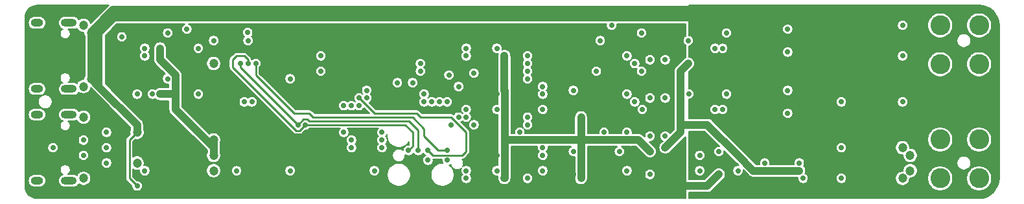
<source format=gbr>
G04 #@! TF.GenerationSoftware,KiCad,Pcbnew,(5.1.10)-1*
G04 #@! TF.CreationDate,2021-11-24T09:21:36-08:00*
G04 #@! TF.ProjectId,UsbSourceMeasureTest,55736253-6f75-4726-9365-4d6561737572,rev?*
G04 #@! TF.SameCoordinates,Original*
G04 #@! TF.FileFunction,Copper,L3,Inr*
G04 #@! TF.FilePolarity,Positive*
%FSLAX46Y46*%
G04 Gerber Fmt 4.6, Leading zero omitted, Abs format (unit mm)*
G04 Created by KiCad (PCBNEW (5.1.10)-1) date 2021-11-24 09:21:36*
%MOMM*%
%LPD*%
G01*
G04 APERTURE LIST*
G04 #@! TA.AperFunction,ComponentPad*
%ADD10O,2.100000X1.000000*%
G04 #@! TD*
G04 #@! TA.AperFunction,ComponentPad*
%ADD11O,1.600000X1.000000*%
G04 #@! TD*
G04 #@! TA.AperFunction,ComponentPad*
%ADD12C,2.600000*%
G04 #@! TD*
G04 #@! TA.AperFunction,ViaPad*
%ADD13C,1.200000*%
G04 #@! TD*
G04 #@! TA.AperFunction,ViaPad*
%ADD14C,0.700000*%
G04 #@! TD*
G04 #@! TA.AperFunction,Conductor*
%ADD15C,1.000000*%
G04 #@! TD*
G04 #@! TA.AperFunction,Conductor*
%ADD16C,0.250000*%
G04 #@! TD*
G04 #@! TA.AperFunction,Conductor*
%ADD17C,0.500000*%
G04 #@! TD*
G04 #@! TA.AperFunction,Conductor*
%ADD18C,0.200000*%
G04 #@! TD*
G04 #@! TA.AperFunction,Conductor*
%ADD19C,0.100000*%
G04 #@! TD*
G04 APERTURE END LIST*
D10*
X105105000Y-37680000D03*
X105105000Y-46320000D03*
D11*
X100925000Y-37680000D03*
X100925000Y-46320000D03*
D12*
X218920000Y-40920000D03*
X218920000Y-46000000D03*
X224000000Y-40920000D03*
X224000000Y-46000000D03*
X224000000Y-31080000D03*
X224000000Y-26000000D03*
X218920000Y-31080000D03*
X218920000Y-26000000D03*
D11*
X100925000Y-34320000D03*
X100925000Y-25680000D03*
D10*
X105105000Y-34320000D03*
X105105000Y-25680000D03*
D13*
X114000000Y-44000000D03*
D14*
X118000000Y-33000000D03*
X118000000Y-27000000D03*
X181000000Y-30500000D03*
X181000000Y-40500000D03*
X181000000Y-35500000D03*
X190000000Y-42500000D03*
X201000000Y-46000000D03*
X199000000Y-34500000D03*
X199000000Y-26500000D03*
X191000000Y-35000000D03*
X191000000Y-27000000D03*
X171000000Y-42500000D03*
X171000000Y-34500000D03*
X161000000Y-37000000D03*
X161000000Y-45000000D03*
X161000000Y-29000000D03*
X181000000Y-45500000D03*
X177000000Y-42500000D03*
D13*
X107000000Y-26000000D03*
X107000000Y-34000000D03*
X107000000Y-38000000D03*
X107000000Y-46000000D03*
D14*
X112000000Y-27500000D03*
X138000000Y-30000000D03*
X134000000Y-33000000D03*
X138000000Y-32000000D03*
X148000000Y-33500000D03*
X152000000Y-43635000D03*
X154540000Y-43635000D03*
X103000000Y-42000000D03*
D13*
X124000000Y-45000000D03*
X124000000Y-31000000D03*
D14*
X127000000Y-45000000D03*
X145000000Y-45000000D03*
X134000000Y-45000000D03*
D13*
X214000000Y-42000000D03*
X214000000Y-46000000D03*
X215000000Y-45000000D03*
X215000000Y-43000000D03*
D14*
X124000000Y-28000004D03*
D13*
X114000000Y-40000000D03*
D14*
X201000000Y-42000000D03*
X189000000Y-35000000D03*
X189000000Y-27000000D03*
D13*
X108000000Y-33000000D03*
X108000000Y-27000000D03*
D14*
X114000000Y-47000000D03*
D13*
X206000000Y-26000000D03*
X206000000Y-30000000D03*
X205000014Y-29000000D03*
X205000000Y-27000000D03*
D14*
X181000000Y-27500000D03*
X120000000Y-32000000D03*
X181000000Y-37500000D03*
X181000000Y-32500000D03*
X190000000Y-45499948D03*
X171000000Y-45500000D03*
X171000000Y-37500000D03*
X161000000Y-35000000D03*
X161000000Y-43000000D03*
X161000000Y-27000000D03*
X114000000Y-31000000D03*
X134000000Y-32000000D03*
X136000000Y-29000000D03*
X138000000Y-33000000D03*
X138000000Y-31000000D03*
X134000000Y-34000000D03*
X148000000Y-30500000D03*
X149460000Y-43635000D03*
D13*
X124000000Y-35000000D03*
D14*
X142000000Y-40000000D03*
X139000000Y-45000000D03*
X111000000Y-34000000D03*
X183000000Y-40500000D03*
X183000000Y-35500000D03*
X187500000Y-45000000D03*
X183000000Y-30500000D03*
X174500000Y-28000000D03*
X115000000Y-45000000D03*
D13*
X124000000Y-43000000D03*
X124000000Y-41000000D03*
D14*
X117000000Y-29000000D03*
X117000000Y-35000000D03*
X172000000Y-38000000D03*
X162000000Y-38000000D03*
X162000000Y-46000000D03*
X162000000Y-30000000D03*
X181000000Y-42500000D03*
X172000000Y-46000000D03*
X120500000Y-26500000D03*
X192550000Y-43050000D03*
X186000000Y-39000000D03*
X186000000Y-31000000D03*
X200500000Y-45000000D03*
X183000000Y-42000000D03*
X110000000Y-40000000D03*
X146000000Y-41000000D03*
X146000000Y-40000014D03*
X175000000Y-40000000D03*
X178000000Y-45000000D03*
X167000000Y-42000000D03*
X165000000Y-31000000D03*
X151500000Y-36000000D03*
X144000000Y-35500000D03*
X167000000Y-34000000D03*
X165000000Y-32000000D03*
X152500000Y-36000000D03*
X143000000Y-36500000D03*
X165000000Y-30000000D03*
X165000000Y-38000000D03*
X165000000Y-46000000D03*
X164000000Y-39979999D03*
X155000000Y-39000000D03*
X156000000Y-38000000D03*
X151500000Y-35000000D03*
X144000000Y-34500000D03*
X141000000Y-40000000D03*
X142000000Y-41000000D03*
X142000000Y-42000000D03*
X146000000Y-42000000D03*
X150000000Y-33500000D03*
X167000000Y-35000000D03*
X167000000Y-43000000D03*
X165000000Y-33000000D03*
X154500000Y-36000000D03*
X141000000Y-36500000D03*
X157000000Y-37000000D03*
X157000000Y-29000000D03*
X157000000Y-45000000D03*
X167000000Y-45000000D03*
X167000000Y-37000000D03*
X158000000Y-39000000D03*
X165000000Y-39000000D03*
X153500000Y-36000000D03*
X142000000Y-36500000D03*
X158000000Y-32250000D03*
X151000000Y-31000000D03*
X154750000Y-32500000D03*
X157000000Y-38000000D03*
X157000000Y-30000000D03*
X157000000Y-46000000D03*
X156000000Y-34000000D03*
X151000000Y-32000000D03*
X179000000Y-36000000D03*
X179000000Y-31000000D03*
X186056160Y-34971920D03*
X199000000Y-37500000D03*
X187500000Y-43000000D03*
X128450000Y-26950000D03*
X122000000Y-29000000D03*
X129500000Y-31000000D03*
X154539989Y-42364989D03*
X179900000Y-32000000D03*
X152000000Y-42364980D03*
X143000000Y-35500000D03*
X150730000Y-42365000D03*
X127499972Y-31000000D03*
X135000000Y-39000000D03*
X136000000Y-39000000D03*
X149460000Y-42365000D03*
X128500000Y-31000000D03*
X214000022Y-36000000D03*
X214000000Y-26000000D03*
X206000000Y-46000000D03*
X178000000Y-30000000D03*
X186000000Y-28000000D03*
X176000000Y-26000000D03*
X174000000Y-32000000D03*
X196000000Y-44000000D03*
X128000000Y-36000000D03*
X114990000Y-30000000D03*
X110000000Y-44000000D03*
X192500000Y-45000000D03*
X107000000Y-43000000D03*
X206000000Y-42000000D03*
X214000000Y-30000000D03*
X206000000Y-36000000D03*
X199000000Y-29500000D03*
X107000000Y-41000000D03*
X110000000Y-42000000D03*
X178000000Y-40000000D03*
X129000000Y-36000000D03*
X114990000Y-29000000D03*
X114000000Y-35000000D03*
X115990000Y-35000000D03*
X128500026Y-28000000D03*
X180000000Y-36999984D03*
X200500000Y-44000000D03*
X189500000Y-29000000D03*
X178000000Y-35000000D03*
X179900000Y-27000000D03*
X122000000Y-35000000D03*
X190500000Y-37000000D03*
X189500000Y-37000000D03*
X190500000Y-29000000D03*
D15*
X108000000Y-31000000D02*
X108000000Y-33000000D01*
X108000000Y-29000000D02*
X108000000Y-31000000D01*
D16*
X113000000Y-46000000D02*
X114000000Y-47000000D01*
X113000000Y-41000000D02*
X113000000Y-46000000D01*
X114000000Y-40000000D02*
X113000000Y-41000000D01*
D15*
X114000000Y-40000000D02*
X114000000Y-39000000D01*
X108000000Y-27000000D02*
X109000000Y-27000000D01*
X109000000Y-27000000D02*
X111000000Y-25000000D01*
X119505198Y-25000000D02*
X119515199Y-24989999D01*
X111000000Y-25000000D02*
X119505198Y-25000000D01*
X203989999Y-24989999D02*
X205000000Y-26000000D01*
X108000000Y-28000000D02*
X109000000Y-27000000D01*
X108000000Y-27000000D02*
X108000000Y-28000000D01*
X108000000Y-28000000D02*
X108000000Y-29000000D01*
X109000000Y-34000000D02*
X109000000Y-27000000D01*
X114000000Y-39000000D02*
X109000000Y-34000000D01*
X109000000Y-34000000D02*
X108000000Y-33000000D01*
X189000000Y-25000000D02*
X189010001Y-24989999D01*
X189010001Y-24989999D02*
X203989999Y-24989999D01*
X119515199Y-24989999D02*
X189010001Y-24989999D01*
X108000000Y-27000000D02*
X108000000Y-26864802D01*
X108000000Y-26864802D02*
X110864802Y-24000000D01*
X110864802Y-24000000D02*
X204000000Y-24000000D01*
X204000000Y-24000000D02*
X206000000Y-26000000D01*
X205000000Y-29000000D02*
X205000000Y-26000000D01*
X206000000Y-30000000D02*
X205000000Y-29000000D01*
X206000000Y-26000000D02*
X206000000Y-30000000D01*
X205000000Y-26000000D02*
X205000000Y-27000000D01*
X190000000Y-45499948D02*
X188499948Y-47000000D01*
X188499948Y-47000000D02*
X185000000Y-47000000D01*
X124000000Y-41000000D02*
X124000000Y-42000000D01*
X124000000Y-43000000D02*
X124000000Y-42000000D01*
X117000000Y-30494802D02*
X117000000Y-30000000D01*
X119010001Y-33484801D02*
X119010001Y-32504803D01*
X117000000Y-29000000D02*
X117000000Y-30000000D01*
X119010001Y-32504803D02*
X117000000Y-30494802D01*
X119000000Y-33494802D02*
X119010001Y-33484801D01*
X119000000Y-37000000D02*
X124000000Y-42000000D01*
X117000000Y-35000000D02*
X119000000Y-35000000D01*
X119000000Y-35000000D02*
X119000000Y-33494802D01*
X119000000Y-37000000D02*
X119000000Y-35000000D01*
D17*
X162000000Y-39000000D02*
X162000000Y-46000000D01*
X162000000Y-30000000D02*
X162000000Y-39000000D01*
D15*
X162010001Y-45989999D02*
X162000000Y-46000000D01*
X162000000Y-34505198D02*
X162010001Y-34515199D01*
X162000000Y-30000000D02*
X162000000Y-34505198D01*
X172010001Y-45989999D02*
X172010001Y-40010001D01*
X172000000Y-46000000D02*
X172010001Y-45989999D01*
X181000000Y-42500000D02*
X179500000Y-41000000D01*
X167504803Y-41010001D02*
X167484801Y-40989999D01*
X167484801Y-40989999D02*
X162010001Y-40989999D01*
X179500000Y-41000000D02*
X178494802Y-41000000D01*
X178494802Y-41000000D02*
X178484801Y-41010001D01*
X162010001Y-40989999D02*
X162010001Y-45989999D01*
X162010001Y-34515199D02*
X162010001Y-40989999D01*
X172000000Y-40000000D02*
X172010001Y-40010001D01*
X172000000Y-38000000D02*
X172000000Y-40000000D01*
X172000000Y-41000000D02*
X172010001Y-41010001D01*
X172000000Y-40000000D02*
X172000000Y-41000000D01*
X172010001Y-41010001D02*
X167504803Y-41010001D01*
X178484801Y-41010001D02*
X172010001Y-41010001D01*
X188500000Y-39000000D02*
X192550000Y-43050000D01*
X186000000Y-39000000D02*
X188500000Y-39000000D01*
X184989999Y-36484801D02*
X184989999Y-32010001D01*
X185000000Y-36494802D02*
X184989999Y-36484801D01*
X184989999Y-32010001D02*
X186000000Y-31000000D01*
X186000000Y-39000000D02*
X185000000Y-39000000D01*
X185000000Y-39000000D02*
X185000000Y-36494802D01*
X183000000Y-42000000D02*
X185000000Y-40000000D01*
X185000000Y-40000000D02*
X185000000Y-39000000D01*
X194510001Y-45010001D02*
X200015199Y-45010001D01*
X200015199Y-45010001D02*
X200500000Y-45010001D01*
X192550000Y-43050000D02*
X194510001Y-45010001D01*
D16*
X136500000Y-37500000D02*
X134500000Y-37500000D01*
X137000000Y-38000000D02*
X136500000Y-37500000D01*
X134500000Y-37500000D02*
X129500000Y-32500000D01*
X150000000Y-38000000D02*
X137000000Y-38000000D01*
X151500000Y-39500000D02*
X150000000Y-38000000D01*
X129500000Y-32500000D02*
X129500000Y-31000000D01*
X151500000Y-40500000D02*
X151500000Y-39500000D01*
X153364989Y-42364989D02*
X151500000Y-40500000D01*
X154539989Y-42364989D02*
X153364989Y-42364989D01*
X152635020Y-43000000D02*
X152000000Y-42364980D01*
X156500000Y-43000000D02*
X152635020Y-43000000D01*
X157000000Y-42500000D02*
X156500000Y-43000000D01*
X157000000Y-40000000D02*
X157000000Y-42500000D01*
X143000000Y-35500000D02*
X145000000Y-37500000D01*
X145000000Y-37500000D02*
X150500000Y-37500000D01*
X151000000Y-38000000D02*
X155000000Y-38000000D01*
X155500000Y-38500000D02*
X157000000Y-40000000D01*
X155000000Y-38000000D02*
X155500000Y-38500000D01*
X150500000Y-37500000D02*
X151000000Y-38000000D01*
X149500000Y-38500000D02*
X136500000Y-38500000D01*
X150730000Y-39730000D02*
X149500000Y-38500000D01*
X150730000Y-42365000D02*
X150730000Y-39730000D01*
X135750000Y-38250000D02*
X136250000Y-38250000D01*
X136500000Y-38500000D02*
X136250000Y-38250000D01*
X135750000Y-38250000D02*
X135000000Y-39000000D01*
X127499972Y-31499972D02*
X135000000Y-39000000D01*
X127499972Y-31000000D02*
X127499972Y-31499972D01*
X150000000Y-40000000D02*
X150000000Y-41825000D01*
X148987549Y-38987549D02*
X150000000Y-40000000D01*
X147483223Y-38987549D02*
X148987549Y-38987549D01*
X147470772Y-39000000D02*
X147483223Y-38987549D01*
X137000000Y-39000000D02*
X147470772Y-39000000D01*
X150000000Y-41825000D02*
X149460000Y-42365000D01*
X137000000Y-39000000D02*
X136000000Y-39000000D01*
X126500000Y-30500000D02*
X126500000Y-31500000D01*
X127000000Y-30000000D02*
X126500000Y-30500000D01*
X128000000Y-30000000D02*
X127000000Y-30000000D01*
X128500000Y-30500000D02*
X128000000Y-30000000D01*
X128500000Y-31000000D02*
X128500000Y-30500000D01*
X135250000Y-39750000D02*
X134750000Y-39750000D01*
X126500000Y-31500000D02*
X134750000Y-39750000D01*
X135250000Y-39750000D02*
X136000000Y-39000000D01*
D18*
X224508735Y-23430700D02*
X224998095Y-23578446D01*
X225449432Y-23818426D01*
X225845567Y-24141505D01*
X226171401Y-24535371D01*
X226414528Y-24985026D01*
X226565686Y-25473338D01*
X226620996Y-25999576D01*
X226621001Y-26001034D01*
X226621000Y-45981465D01*
X226569300Y-46508735D01*
X226421555Y-46998093D01*
X226181576Y-47449430D01*
X225858494Y-47845567D01*
X225464629Y-48171401D01*
X225014972Y-48414529D01*
X224526663Y-48565686D01*
X224000424Y-48620996D01*
X223999253Y-48621000D01*
X186100000Y-48621000D01*
X186100000Y-47854000D01*
X188457996Y-47854000D01*
X188499948Y-47858132D01*
X188541900Y-47854000D01*
X188667361Y-47841643D01*
X188828341Y-47792811D01*
X188976701Y-47713511D01*
X189106739Y-47606791D01*
X189133490Y-47574195D01*
X190633533Y-46074153D01*
X190713510Y-45976701D01*
X190792811Y-45828342D01*
X190841643Y-45667362D01*
X190858132Y-45499948D01*
X190841643Y-45332535D01*
X190792811Y-45171555D01*
X190713510Y-45023196D01*
X190606791Y-44893157D01*
X190476752Y-44786438D01*
X190328393Y-44707137D01*
X190167413Y-44658305D01*
X190000000Y-44641816D01*
X189832586Y-44658305D01*
X189671606Y-44707137D01*
X189523247Y-44786438D01*
X189425795Y-44866415D01*
X188146211Y-46146000D01*
X186100000Y-46146000D01*
X186100000Y-44930662D01*
X186796000Y-44930662D01*
X186796000Y-45069338D01*
X186823055Y-45205349D01*
X186876124Y-45333469D01*
X186953168Y-45448774D01*
X187051226Y-45546832D01*
X187166531Y-45623876D01*
X187294651Y-45676945D01*
X187430662Y-45704000D01*
X187569338Y-45704000D01*
X187705349Y-45676945D01*
X187833469Y-45623876D01*
X187948774Y-45546832D01*
X188046832Y-45448774D01*
X188123876Y-45333469D01*
X188176945Y-45205349D01*
X188204000Y-45069338D01*
X188204000Y-44930662D01*
X188176945Y-44794651D01*
X188123876Y-44666531D01*
X188046832Y-44551226D01*
X187948774Y-44453168D01*
X187833469Y-44376124D01*
X187705349Y-44323055D01*
X187569338Y-44296000D01*
X187430662Y-44296000D01*
X187294651Y-44323055D01*
X187166531Y-44376124D01*
X187051226Y-44453168D01*
X186953168Y-44551226D01*
X186876124Y-44666531D01*
X186823055Y-44794651D01*
X186796000Y-44930662D01*
X186100000Y-44930662D01*
X186100000Y-42930662D01*
X186796000Y-42930662D01*
X186796000Y-43069338D01*
X186823055Y-43205349D01*
X186876124Y-43333469D01*
X186953168Y-43448774D01*
X187051226Y-43546832D01*
X187166531Y-43623876D01*
X187294651Y-43676945D01*
X187430662Y-43704000D01*
X187569338Y-43704000D01*
X187705349Y-43676945D01*
X187833469Y-43623876D01*
X187948774Y-43546832D01*
X188046832Y-43448774D01*
X188123876Y-43333469D01*
X188176945Y-43205349D01*
X188204000Y-43069338D01*
X188204000Y-42930662D01*
X188176945Y-42794651D01*
X188123876Y-42666531D01*
X188046832Y-42551226D01*
X187948774Y-42453168D01*
X187833469Y-42376124D01*
X187705349Y-42323055D01*
X187569338Y-42296000D01*
X187430662Y-42296000D01*
X187294651Y-42323055D01*
X187166531Y-42376124D01*
X187051226Y-42453168D01*
X186953168Y-42551226D01*
X186876124Y-42666531D01*
X186823055Y-42794651D01*
X186796000Y-42930662D01*
X186100000Y-42930662D01*
X186100000Y-39854000D01*
X188146263Y-39854000D01*
X190092962Y-41800699D01*
X190069338Y-41796000D01*
X189930662Y-41796000D01*
X189794651Y-41823055D01*
X189666531Y-41876124D01*
X189551226Y-41953168D01*
X189453168Y-42051226D01*
X189376124Y-42166531D01*
X189323055Y-42294651D01*
X189296000Y-42430662D01*
X189296000Y-42569338D01*
X189323055Y-42705349D01*
X189376124Y-42833469D01*
X189453168Y-42948774D01*
X189551226Y-43046832D01*
X189666531Y-43123876D01*
X189794651Y-43176945D01*
X189930662Y-43204000D01*
X190069338Y-43204000D01*
X190205349Y-43176945D01*
X190333469Y-43123876D01*
X190448774Y-43046832D01*
X190546832Y-42948774D01*
X190623876Y-42833469D01*
X190676945Y-42705349D01*
X190704000Y-42569338D01*
X190704000Y-42430662D01*
X190699301Y-42407039D01*
X191975795Y-43683533D01*
X191975800Y-43683537D01*
X192592962Y-44300699D01*
X192569338Y-44296000D01*
X192430662Y-44296000D01*
X192294651Y-44323055D01*
X192166531Y-44376124D01*
X192051226Y-44453168D01*
X191953168Y-44551226D01*
X191876124Y-44666531D01*
X191823055Y-44794651D01*
X191796000Y-44930662D01*
X191796000Y-45069338D01*
X191823055Y-45205349D01*
X191876124Y-45333469D01*
X191953168Y-45448774D01*
X192051226Y-45546832D01*
X192166531Y-45623876D01*
X192294651Y-45676945D01*
X192430662Y-45704000D01*
X192569338Y-45704000D01*
X192705349Y-45676945D01*
X192833469Y-45623876D01*
X192948774Y-45546832D01*
X193046832Y-45448774D01*
X193123876Y-45333469D01*
X193176945Y-45205349D01*
X193204000Y-45069338D01*
X193204000Y-44930662D01*
X193199301Y-44907039D01*
X193876464Y-45584201D01*
X193903210Y-45616792D01*
X194033248Y-45723512D01*
X194181608Y-45802812D01*
X194282501Y-45833417D01*
X194342587Y-45851644D01*
X194510001Y-45868133D01*
X194551953Y-45864001D01*
X200309260Y-45864001D01*
X200296000Y-45930662D01*
X200296000Y-46069338D01*
X200323055Y-46205349D01*
X200376124Y-46333469D01*
X200453168Y-46448774D01*
X200551226Y-46546832D01*
X200666531Y-46623876D01*
X200794651Y-46676945D01*
X200930662Y-46704000D01*
X201069338Y-46704000D01*
X201205349Y-46676945D01*
X201333469Y-46623876D01*
X201448774Y-46546832D01*
X201546832Y-46448774D01*
X201623876Y-46333469D01*
X201676945Y-46205349D01*
X201704000Y-46069338D01*
X201704000Y-45930662D01*
X205296000Y-45930662D01*
X205296000Y-46069338D01*
X205323055Y-46205349D01*
X205376124Y-46333469D01*
X205453168Y-46448774D01*
X205551226Y-46546832D01*
X205666531Y-46623876D01*
X205794651Y-46676945D01*
X205930662Y-46704000D01*
X206069338Y-46704000D01*
X206205349Y-46676945D01*
X206333469Y-46623876D01*
X206448774Y-46546832D01*
X206546832Y-46448774D01*
X206623876Y-46333469D01*
X206676945Y-46205349D01*
X206704000Y-46069338D01*
X206704000Y-45930662D01*
X206699103Y-45906039D01*
X213046000Y-45906039D01*
X213046000Y-46093961D01*
X213082662Y-46278272D01*
X213154576Y-46451888D01*
X213258980Y-46608140D01*
X213391860Y-46741020D01*
X213548112Y-46845424D01*
X213721728Y-46917338D01*
X213906039Y-46954000D01*
X214093961Y-46954000D01*
X214278272Y-46917338D01*
X214451888Y-46845424D01*
X214608140Y-46741020D01*
X214741020Y-46608140D01*
X214845424Y-46451888D01*
X214917338Y-46278272D01*
X214954000Y-46093961D01*
X214954000Y-45954000D01*
X215093961Y-45954000D01*
X215278272Y-45917338D01*
X215451888Y-45845424D01*
X215464353Y-45837095D01*
X217266000Y-45837095D01*
X217266000Y-46162905D01*
X217329562Y-46482454D01*
X217454244Y-46783463D01*
X217635254Y-47054364D01*
X217865636Y-47284746D01*
X218136537Y-47465756D01*
X218437546Y-47590438D01*
X218757095Y-47654000D01*
X219082905Y-47654000D01*
X219402454Y-47590438D01*
X219703463Y-47465756D01*
X219974364Y-47284746D01*
X220204746Y-47054364D01*
X220385756Y-46783463D01*
X220510438Y-46482454D01*
X220574000Y-46162905D01*
X220574000Y-45837095D01*
X222346000Y-45837095D01*
X222346000Y-46162905D01*
X222409562Y-46482454D01*
X222534244Y-46783463D01*
X222715254Y-47054364D01*
X222945636Y-47284746D01*
X223216537Y-47465756D01*
X223517546Y-47590438D01*
X223837095Y-47654000D01*
X224162905Y-47654000D01*
X224482454Y-47590438D01*
X224783463Y-47465756D01*
X225054364Y-47284746D01*
X225284746Y-47054364D01*
X225465756Y-46783463D01*
X225590438Y-46482454D01*
X225654000Y-46162905D01*
X225654000Y-45837095D01*
X225590438Y-45517546D01*
X225465756Y-45216537D01*
X225284746Y-44945636D01*
X225054364Y-44715254D01*
X224783463Y-44534244D01*
X224482454Y-44409562D01*
X224162905Y-44346000D01*
X223837095Y-44346000D01*
X223517546Y-44409562D01*
X223216537Y-44534244D01*
X222945636Y-44715254D01*
X222715254Y-44945636D01*
X222534244Y-45216537D01*
X222409562Y-45517546D01*
X222346000Y-45837095D01*
X220574000Y-45837095D01*
X220510438Y-45517546D01*
X220385756Y-45216537D01*
X220204746Y-44945636D01*
X219974364Y-44715254D01*
X219703463Y-44534244D01*
X219402454Y-44409562D01*
X219082905Y-44346000D01*
X218757095Y-44346000D01*
X218437546Y-44409562D01*
X218136537Y-44534244D01*
X217865636Y-44715254D01*
X217635254Y-44945636D01*
X217454244Y-45216537D01*
X217329562Y-45517546D01*
X217266000Y-45837095D01*
X215464353Y-45837095D01*
X215608140Y-45741020D01*
X215741020Y-45608140D01*
X215845424Y-45451888D01*
X215917338Y-45278272D01*
X215954000Y-45093961D01*
X215954000Y-44906039D01*
X215917338Y-44721728D01*
X215845424Y-44548112D01*
X215741020Y-44391860D01*
X215608140Y-44258980D01*
X215451888Y-44154576D01*
X215278272Y-44082662D01*
X215093961Y-44046000D01*
X214906039Y-44046000D01*
X214721728Y-44082662D01*
X214548112Y-44154576D01*
X214391860Y-44258980D01*
X214258980Y-44391860D01*
X214154576Y-44548112D01*
X214082662Y-44721728D01*
X214046000Y-44906039D01*
X214046000Y-45046000D01*
X213906039Y-45046000D01*
X213721728Y-45082662D01*
X213548112Y-45154576D01*
X213391860Y-45258980D01*
X213258980Y-45391860D01*
X213154576Y-45548112D01*
X213082662Y-45721728D01*
X213046000Y-45906039D01*
X206699103Y-45906039D01*
X206676945Y-45794651D01*
X206623876Y-45666531D01*
X206546832Y-45551226D01*
X206448774Y-45453168D01*
X206333469Y-45376124D01*
X206205349Y-45323055D01*
X206069338Y-45296000D01*
X205930662Y-45296000D01*
X205794651Y-45323055D01*
X205666531Y-45376124D01*
X205551226Y-45453168D01*
X205453168Y-45551226D01*
X205376124Y-45666531D01*
X205323055Y-45794651D01*
X205296000Y-45930662D01*
X201704000Y-45930662D01*
X201676945Y-45794651D01*
X201623876Y-45666531D01*
X201546832Y-45551226D01*
X201448774Y-45453168D01*
X201333469Y-45376124D01*
X201283670Y-45355496D01*
X201292811Y-45338394D01*
X201341643Y-45177414D01*
X201358132Y-45010001D01*
X201341643Y-44842588D01*
X201292811Y-44681608D01*
X201213511Y-44533248D01*
X201106791Y-44403210D01*
X201087729Y-44387566D01*
X201123876Y-44333469D01*
X201176945Y-44205349D01*
X201204000Y-44069338D01*
X201204000Y-43930662D01*
X201176945Y-43794651D01*
X201123876Y-43666531D01*
X201046832Y-43551226D01*
X200948774Y-43453168D01*
X200833469Y-43376124D01*
X200705349Y-43323055D01*
X200569338Y-43296000D01*
X200430662Y-43296000D01*
X200294651Y-43323055D01*
X200166531Y-43376124D01*
X200051226Y-43453168D01*
X199953168Y-43551226D01*
X199876124Y-43666531D01*
X199823055Y-43794651D01*
X199796000Y-43930662D01*
X199796000Y-44069338D01*
X199813239Y-44156001D01*
X196686761Y-44156001D01*
X196704000Y-44069338D01*
X196704000Y-43930662D01*
X196676945Y-43794651D01*
X196623876Y-43666531D01*
X196546832Y-43551226D01*
X196448774Y-43453168D01*
X196333469Y-43376124D01*
X196205349Y-43323055D01*
X196069338Y-43296000D01*
X195930662Y-43296000D01*
X195794651Y-43323055D01*
X195666531Y-43376124D01*
X195551226Y-43453168D01*
X195453168Y-43551226D01*
X195376124Y-43666531D01*
X195323055Y-43794651D01*
X195296000Y-43930662D01*
X195296000Y-44069338D01*
X195313239Y-44156001D01*
X194863739Y-44156001D01*
X193183537Y-42475800D01*
X193183533Y-42475795D01*
X192638400Y-41930662D01*
X205296000Y-41930662D01*
X205296000Y-42069338D01*
X205323055Y-42205349D01*
X205376124Y-42333469D01*
X205453168Y-42448774D01*
X205551226Y-42546832D01*
X205666531Y-42623876D01*
X205794651Y-42676945D01*
X205930662Y-42704000D01*
X206069338Y-42704000D01*
X206205349Y-42676945D01*
X206333469Y-42623876D01*
X206448774Y-42546832D01*
X206546832Y-42448774D01*
X206623876Y-42333469D01*
X206676945Y-42205349D01*
X206704000Y-42069338D01*
X206704000Y-41930662D01*
X206699103Y-41906039D01*
X213046000Y-41906039D01*
X213046000Y-42093961D01*
X213082662Y-42278272D01*
X213154576Y-42451888D01*
X213258980Y-42608140D01*
X213391860Y-42741020D01*
X213548112Y-42845424D01*
X213721728Y-42917338D01*
X213906039Y-42954000D01*
X214046000Y-42954000D01*
X214046000Y-43093961D01*
X214082662Y-43278272D01*
X214154576Y-43451888D01*
X214258980Y-43608140D01*
X214391860Y-43741020D01*
X214548112Y-43845424D01*
X214721728Y-43917338D01*
X214906039Y-43954000D01*
X215093961Y-43954000D01*
X215278272Y-43917338D01*
X215299843Y-43908403D01*
X221070000Y-43908403D01*
X221070000Y-44091597D01*
X221105739Y-44271271D01*
X221175845Y-44440520D01*
X221277622Y-44592841D01*
X221407159Y-44722378D01*
X221559480Y-44824155D01*
X221728729Y-44894261D01*
X221908403Y-44930000D01*
X222091597Y-44930000D01*
X222271271Y-44894261D01*
X222440520Y-44824155D01*
X222592841Y-44722378D01*
X222722378Y-44592841D01*
X222824155Y-44440520D01*
X222894261Y-44271271D01*
X222930000Y-44091597D01*
X222930000Y-43908403D01*
X222894261Y-43728729D01*
X222824155Y-43559480D01*
X222722378Y-43407159D01*
X222592841Y-43277622D01*
X222440520Y-43175845D01*
X222271271Y-43105739D01*
X222091597Y-43070000D01*
X221908403Y-43070000D01*
X221728729Y-43105739D01*
X221559480Y-43175845D01*
X221407159Y-43277622D01*
X221277622Y-43407159D01*
X221175845Y-43559480D01*
X221105739Y-43728729D01*
X221070000Y-43908403D01*
X215299843Y-43908403D01*
X215451888Y-43845424D01*
X215608140Y-43741020D01*
X215741020Y-43608140D01*
X215845424Y-43451888D01*
X215917338Y-43278272D01*
X215954000Y-43093961D01*
X215954000Y-42906039D01*
X215917338Y-42721728D01*
X215845424Y-42548112D01*
X215741020Y-42391860D01*
X215608140Y-42258980D01*
X215451888Y-42154576D01*
X215278272Y-42082662D01*
X215093961Y-42046000D01*
X214954000Y-42046000D01*
X214954000Y-41906039D01*
X214917338Y-41721728D01*
X214845424Y-41548112D01*
X214741020Y-41391860D01*
X214608140Y-41258980D01*
X214451888Y-41154576D01*
X214278272Y-41082662D01*
X214093961Y-41046000D01*
X213906039Y-41046000D01*
X213721728Y-41082662D01*
X213548112Y-41154576D01*
X213391860Y-41258980D01*
X213258980Y-41391860D01*
X213154576Y-41548112D01*
X213082662Y-41721728D01*
X213046000Y-41906039D01*
X206699103Y-41906039D01*
X206676945Y-41794651D01*
X206623876Y-41666531D01*
X206546832Y-41551226D01*
X206448774Y-41453168D01*
X206333469Y-41376124D01*
X206205349Y-41323055D01*
X206069338Y-41296000D01*
X205930662Y-41296000D01*
X205794651Y-41323055D01*
X205666531Y-41376124D01*
X205551226Y-41453168D01*
X205453168Y-41551226D01*
X205376124Y-41666531D01*
X205323055Y-41794651D01*
X205296000Y-41930662D01*
X192638400Y-41930662D01*
X191464833Y-40757095D01*
X217266000Y-40757095D01*
X217266000Y-41082905D01*
X217329562Y-41402454D01*
X217454244Y-41703463D01*
X217635254Y-41974364D01*
X217865636Y-42204746D01*
X218136537Y-42385756D01*
X218437546Y-42510438D01*
X218757095Y-42574000D01*
X219082905Y-42574000D01*
X219402454Y-42510438D01*
X219703463Y-42385756D01*
X219974364Y-42204746D01*
X220204746Y-41974364D01*
X220385756Y-41703463D01*
X220510438Y-41402454D01*
X220574000Y-41082905D01*
X220574000Y-40757095D01*
X222346000Y-40757095D01*
X222346000Y-41082905D01*
X222409562Y-41402454D01*
X222534244Y-41703463D01*
X222715254Y-41974364D01*
X222945636Y-42204746D01*
X223216537Y-42385756D01*
X223517546Y-42510438D01*
X223837095Y-42574000D01*
X224162905Y-42574000D01*
X224482454Y-42510438D01*
X224783463Y-42385756D01*
X225054364Y-42204746D01*
X225284746Y-41974364D01*
X225465756Y-41703463D01*
X225590438Y-41402454D01*
X225654000Y-41082905D01*
X225654000Y-40757095D01*
X225590438Y-40437546D01*
X225465756Y-40136537D01*
X225284746Y-39865636D01*
X225054364Y-39635254D01*
X224783463Y-39454244D01*
X224482454Y-39329562D01*
X224162905Y-39266000D01*
X223837095Y-39266000D01*
X223517546Y-39329562D01*
X223216537Y-39454244D01*
X222945636Y-39635254D01*
X222715254Y-39865636D01*
X222534244Y-40136537D01*
X222409562Y-40437546D01*
X222346000Y-40757095D01*
X220574000Y-40757095D01*
X220510438Y-40437546D01*
X220385756Y-40136537D01*
X220204746Y-39865636D01*
X219974364Y-39635254D01*
X219703463Y-39454244D01*
X219402454Y-39329562D01*
X219082905Y-39266000D01*
X218757095Y-39266000D01*
X218437546Y-39329562D01*
X218136537Y-39454244D01*
X217865636Y-39635254D01*
X217635254Y-39865636D01*
X217454244Y-40136537D01*
X217329562Y-40437546D01*
X217266000Y-40757095D01*
X191464833Y-40757095D01*
X189133542Y-38425805D01*
X189106791Y-38393209D01*
X188976753Y-38286489D01*
X188828393Y-38207189D01*
X188667413Y-38158357D01*
X188541952Y-38146000D01*
X188500000Y-38141868D01*
X188458048Y-38146000D01*
X186100000Y-38146000D01*
X186100000Y-36930662D01*
X188796000Y-36930662D01*
X188796000Y-37069338D01*
X188823055Y-37205349D01*
X188876124Y-37333469D01*
X188953168Y-37448774D01*
X189051226Y-37546832D01*
X189166531Y-37623876D01*
X189294651Y-37676945D01*
X189430662Y-37704000D01*
X189569338Y-37704000D01*
X189705349Y-37676945D01*
X189833469Y-37623876D01*
X189948774Y-37546832D01*
X190000000Y-37495606D01*
X190051226Y-37546832D01*
X190166531Y-37623876D01*
X190294651Y-37676945D01*
X190430662Y-37704000D01*
X190569338Y-37704000D01*
X190705349Y-37676945D01*
X190833469Y-37623876D01*
X190948774Y-37546832D01*
X191046832Y-37448774D01*
X191058933Y-37430662D01*
X198296000Y-37430662D01*
X198296000Y-37569338D01*
X198323055Y-37705349D01*
X198376124Y-37833469D01*
X198453168Y-37948774D01*
X198551226Y-38046832D01*
X198666531Y-38123876D01*
X198794651Y-38176945D01*
X198930662Y-38204000D01*
X199069338Y-38204000D01*
X199205349Y-38176945D01*
X199333469Y-38123876D01*
X199448774Y-38046832D01*
X199546832Y-37948774D01*
X199623876Y-37833469D01*
X199676945Y-37705349D01*
X199704000Y-37569338D01*
X199704000Y-37430662D01*
X199676945Y-37294651D01*
X199623876Y-37166531D01*
X199546832Y-37051226D01*
X199448774Y-36953168D01*
X199333469Y-36876124D01*
X199205349Y-36823055D01*
X199069338Y-36796000D01*
X198930662Y-36796000D01*
X198794651Y-36823055D01*
X198666531Y-36876124D01*
X198551226Y-36953168D01*
X198453168Y-37051226D01*
X198376124Y-37166531D01*
X198323055Y-37294651D01*
X198296000Y-37430662D01*
X191058933Y-37430662D01*
X191123876Y-37333469D01*
X191176945Y-37205349D01*
X191204000Y-37069338D01*
X191204000Y-36930662D01*
X191176945Y-36794651D01*
X191123876Y-36666531D01*
X191046832Y-36551226D01*
X190948774Y-36453168D01*
X190833469Y-36376124D01*
X190705349Y-36323055D01*
X190569338Y-36296000D01*
X190430662Y-36296000D01*
X190294651Y-36323055D01*
X190166531Y-36376124D01*
X190051226Y-36453168D01*
X190000000Y-36504394D01*
X189948774Y-36453168D01*
X189833469Y-36376124D01*
X189705349Y-36323055D01*
X189569338Y-36296000D01*
X189430662Y-36296000D01*
X189294651Y-36323055D01*
X189166531Y-36376124D01*
X189051226Y-36453168D01*
X188953168Y-36551226D01*
X188876124Y-36666531D01*
X188823055Y-36794651D01*
X188796000Y-36930662D01*
X186100000Y-36930662D01*
X186100000Y-35930662D01*
X205296000Y-35930662D01*
X205296000Y-36069338D01*
X205323055Y-36205349D01*
X205376124Y-36333469D01*
X205453168Y-36448774D01*
X205551226Y-36546832D01*
X205666531Y-36623876D01*
X205794651Y-36676945D01*
X205930662Y-36704000D01*
X206069338Y-36704000D01*
X206205349Y-36676945D01*
X206333469Y-36623876D01*
X206448774Y-36546832D01*
X206546832Y-36448774D01*
X206623876Y-36333469D01*
X206676945Y-36205349D01*
X206704000Y-36069338D01*
X206704000Y-35930662D01*
X213296022Y-35930662D01*
X213296022Y-36069338D01*
X213323077Y-36205349D01*
X213376146Y-36333469D01*
X213453190Y-36448774D01*
X213551248Y-36546832D01*
X213666553Y-36623876D01*
X213794673Y-36676945D01*
X213930684Y-36704000D01*
X214069360Y-36704000D01*
X214205371Y-36676945D01*
X214333491Y-36623876D01*
X214448796Y-36546832D01*
X214546854Y-36448774D01*
X214623898Y-36333469D01*
X214676967Y-36205349D01*
X214704022Y-36069338D01*
X214704022Y-35930662D01*
X214676967Y-35794651D01*
X214623898Y-35666531D01*
X214546854Y-35551226D01*
X214448796Y-35453168D01*
X214333491Y-35376124D01*
X214205371Y-35323055D01*
X214069360Y-35296000D01*
X213930684Y-35296000D01*
X213794673Y-35323055D01*
X213666553Y-35376124D01*
X213551248Y-35453168D01*
X213453190Y-35551226D01*
X213376146Y-35666531D01*
X213323077Y-35794651D01*
X213296022Y-35930662D01*
X206704000Y-35930662D01*
X206676945Y-35794651D01*
X206623876Y-35666531D01*
X206546832Y-35551226D01*
X206448774Y-35453168D01*
X206333469Y-35376124D01*
X206205349Y-35323055D01*
X206069338Y-35296000D01*
X205930662Y-35296000D01*
X205794651Y-35323055D01*
X205666531Y-35376124D01*
X205551226Y-35453168D01*
X205453168Y-35551226D01*
X205376124Y-35666531D01*
X205323055Y-35794651D01*
X205296000Y-35930662D01*
X186100000Y-35930662D01*
X186100000Y-35675920D01*
X186125498Y-35675920D01*
X186261509Y-35648865D01*
X186389629Y-35595796D01*
X186504934Y-35518752D01*
X186602992Y-35420694D01*
X186680036Y-35305389D01*
X186733105Y-35177269D01*
X186760160Y-35041258D01*
X186760160Y-34930662D01*
X190296000Y-34930662D01*
X190296000Y-35069338D01*
X190323055Y-35205349D01*
X190376124Y-35333469D01*
X190453168Y-35448774D01*
X190551226Y-35546832D01*
X190666531Y-35623876D01*
X190794651Y-35676945D01*
X190930662Y-35704000D01*
X191069338Y-35704000D01*
X191205349Y-35676945D01*
X191333469Y-35623876D01*
X191448774Y-35546832D01*
X191546832Y-35448774D01*
X191623876Y-35333469D01*
X191676945Y-35205349D01*
X191704000Y-35069338D01*
X191704000Y-34930662D01*
X191676945Y-34794651D01*
X191623876Y-34666531D01*
X191546832Y-34551226D01*
X191448774Y-34453168D01*
X191415092Y-34430662D01*
X198296000Y-34430662D01*
X198296000Y-34569338D01*
X198323055Y-34705349D01*
X198376124Y-34833469D01*
X198453168Y-34948774D01*
X198551226Y-35046832D01*
X198666531Y-35123876D01*
X198794651Y-35176945D01*
X198930662Y-35204000D01*
X199069338Y-35204000D01*
X199205349Y-35176945D01*
X199333469Y-35123876D01*
X199448774Y-35046832D01*
X199546832Y-34948774D01*
X199623876Y-34833469D01*
X199676945Y-34705349D01*
X199704000Y-34569338D01*
X199704000Y-34430662D01*
X199676945Y-34294651D01*
X199623876Y-34166531D01*
X199546832Y-34051226D01*
X199448774Y-33953168D01*
X199333469Y-33876124D01*
X199205349Y-33823055D01*
X199069338Y-33796000D01*
X198930662Y-33796000D01*
X198794651Y-33823055D01*
X198666531Y-33876124D01*
X198551226Y-33953168D01*
X198453168Y-34051226D01*
X198376124Y-34166531D01*
X198323055Y-34294651D01*
X198296000Y-34430662D01*
X191415092Y-34430662D01*
X191333469Y-34376124D01*
X191205349Y-34323055D01*
X191069338Y-34296000D01*
X190930662Y-34296000D01*
X190794651Y-34323055D01*
X190666531Y-34376124D01*
X190551226Y-34453168D01*
X190453168Y-34551226D01*
X190376124Y-34666531D01*
X190323055Y-34794651D01*
X190296000Y-34930662D01*
X186760160Y-34930662D01*
X186760160Y-34902582D01*
X186733105Y-34766571D01*
X186680036Y-34638451D01*
X186602992Y-34523146D01*
X186504934Y-34425088D01*
X186389629Y-34348044D01*
X186261509Y-34294975D01*
X186125498Y-34267920D01*
X186100000Y-34267920D01*
X186100000Y-32107738D01*
X186633533Y-31574205D01*
X186713510Y-31476753D01*
X186792810Y-31328394D01*
X186841643Y-31167414D01*
X186858131Y-31000001D01*
X186849966Y-30917095D01*
X217266000Y-30917095D01*
X217266000Y-31242905D01*
X217329562Y-31562454D01*
X217454244Y-31863463D01*
X217635254Y-32134364D01*
X217865636Y-32364746D01*
X218136537Y-32545756D01*
X218437546Y-32670438D01*
X218757095Y-32734000D01*
X219082905Y-32734000D01*
X219402454Y-32670438D01*
X219703463Y-32545756D01*
X219974364Y-32364746D01*
X220204746Y-32134364D01*
X220385756Y-31863463D01*
X220510438Y-31562454D01*
X220574000Y-31242905D01*
X220574000Y-30917095D01*
X222346000Y-30917095D01*
X222346000Y-31242905D01*
X222409562Y-31562454D01*
X222534244Y-31863463D01*
X222715254Y-32134364D01*
X222945636Y-32364746D01*
X223216537Y-32545756D01*
X223517546Y-32670438D01*
X223837095Y-32734000D01*
X224162905Y-32734000D01*
X224482454Y-32670438D01*
X224783463Y-32545756D01*
X225054364Y-32364746D01*
X225284746Y-32134364D01*
X225465756Y-31863463D01*
X225590438Y-31562454D01*
X225654000Y-31242905D01*
X225654000Y-30917095D01*
X225590438Y-30597546D01*
X225465756Y-30296537D01*
X225284746Y-30025636D01*
X225054364Y-29795254D01*
X224783463Y-29614244D01*
X224482454Y-29489562D01*
X224162905Y-29426000D01*
X223837095Y-29426000D01*
X223517546Y-29489562D01*
X223216537Y-29614244D01*
X222945636Y-29795254D01*
X222715254Y-30025636D01*
X222534244Y-30296537D01*
X222409562Y-30597546D01*
X222346000Y-30917095D01*
X220574000Y-30917095D01*
X220510438Y-30597546D01*
X220385756Y-30296537D01*
X220204746Y-30025636D01*
X219974364Y-29795254D01*
X219703463Y-29614244D01*
X219402454Y-29489562D01*
X219082905Y-29426000D01*
X218757095Y-29426000D01*
X218437546Y-29489562D01*
X218136537Y-29614244D01*
X217865636Y-29795254D01*
X217635254Y-30025636D01*
X217454244Y-30296537D01*
X217329562Y-30597546D01*
X217266000Y-30917095D01*
X186849966Y-30917095D01*
X186841643Y-30832587D01*
X186792810Y-30671607D01*
X186713510Y-30523248D01*
X186606790Y-30393210D01*
X186476752Y-30286490D01*
X186328393Y-30207190D01*
X186167413Y-30158357D01*
X186100000Y-30151718D01*
X186100000Y-28930662D01*
X188796000Y-28930662D01*
X188796000Y-29069338D01*
X188823055Y-29205349D01*
X188876124Y-29333469D01*
X188953168Y-29448774D01*
X189051226Y-29546832D01*
X189166531Y-29623876D01*
X189294651Y-29676945D01*
X189430662Y-29704000D01*
X189569338Y-29704000D01*
X189705349Y-29676945D01*
X189833469Y-29623876D01*
X189948774Y-29546832D01*
X190000000Y-29495606D01*
X190051226Y-29546832D01*
X190166531Y-29623876D01*
X190294651Y-29676945D01*
X190430662Y-29704000D01*
X190569338Y-29704000D01*
X190705349Y-29676945D01*
X190833469Y-29623876D01*
X190948774Y-29546832D01*
X191046832Y-29448774D01*
X191058933Y-29430662D01*
X198296000Y-29430662D01*
X198296000Y-29569338D01*
X198323055Y-29705349D01*
X198376124Y-29833469D01*
X198453168Y-29948774D01*
X198551226Y-30046832D01*
X198666531Y-30123876D01*
X198794651Y-30176945D01*
X198930662Y-30204000D01*
X199069338Y-30204000D01*
X199205349Y-30176945D01*
X199333469Y-30123876D01*
X199448774Y-30046832D01*
X199546832Y-29948774D01*
X199558933Y-29930662D01*
X213296000Y-29930662D01*
X213296000Y-30069338D01*
X213323055Y-30205349D01*
X213376124Y-30333469D01*
X213453168Y-30448774D01*
X213551226Y-30546832D01*
X213666531Y-30623876D01*
X213794651Y-30676945D01*
X213930662Y-30704000D01*
X214069338Y-30704000D01*
X214205349Y-30676945D01*
X214333469Y-30623876D01*
X214448774Y-30546832D01*
X214546832Y-30448774D01*
X214623876Y-30333469D01*
X214676945Y-30205349D01*
X214704000Y-30069338D01*
X214704000Y-29930662D01*
X214676945Y-29794651D01*
X214623876Y-29666531D01*
X214546832Y-29551226D01*
X214448774Y-29453168D01*
X214333469Y-29376124D01*
X214205349Y-29323055D01*
X214069338Y-29296000D01*
X213930662Y-29296000D01*
X213794651Y-29323055D01*
X213666531Y-29376124D01*
X213551226Y-29453168D01*
X213453168Y-29551226D01*
X213376124Y-29666531D01*
X213323055Y-29794651D01*
X213296000Y-29930662D01*
X199558933Y-29930662D01*
X199623876Y-29833469D01*
X199676945Y-29705349D01*
X199704000Y-29569338D01*
X199704000Y-29430662D01*
X199676945Y-29294651D01*
X199623876Y-29166531D01*
X199546832Y-29051226D01*
X199448774Y-28953168D01*
X199333469Y-28876124D01*
X199205349Y-28823055D01*
X199069338Y-28796000D01*
X198930662Y-28796000D01*
X198794651Y-28823055D01*
X198666531Y-28876124D01*
X198551226Y-28953168D01*
X198453168Y-29051226D01*
X198376124Y-29166531D01*
X198323055Y-29294651D01*
X198296000Y-29430662D01*
X191058933Y-29430662D01*
X191123876Y-29333469D01*
X191176945Y-29205349D01*
X191204000Y-29069338D01*
X191204000Y-28930662D01*
X191176945Y-28794651D01*
X191123876Y-28666531D01*
X191046832Y-28551226D01*
X190948774Y-28453168D01*
X190833469Y-28376124D01*
X190705349Y-28323055D01*
X190569338Y-28296000D01*
X190430662Y-28296000D01*
X190294651Y-28323055D01*
X190166531Y-28376124D01*
X190051226Y-28453168D01*
X190000000Y-28504394D01*
X189948774Y-28453168D01*
X189833469Y-28376124D01*
X189705349Y-28323055D01*
X189569338Y-28296000D01*
X189430662Y-28296000D01*
X189294651Y-28323055D01*
X189166531Y-28376124D01*
X189051226Y-28453168D01*
X188953168Y-28551226D01*
X188876124Y-28666531D01*
X188823055Y-28794651D01*
X188796000Y-28930662D01*
X186100000Y-28930662D01*
X186100000Y-28697901D01*
X186205349Y-28676945D01*
X186333469Y-28623876D01*
X186448774Y-28546832D01*
X186546832Y-28448774D01*
X186623876Y-28333469D01*
X186676945Y-28205349D01*
X186704000Y-28069338D01*
X186704000Y-27930662D01*
X186699573Y-27908403D01*
X221070000Y-27908403D01*
X221070000Y-28091597D01*
X221105739Y-28271271D01*
X221175845Y-28440520D01*
X221277622Y-28592841D01*
X221407159Y-28722378D01*
X221559480Y-28824155D01*
X221728729Y-28894261D01*
X221908403Y-28930000D01*
X222091597Y-28930000D01*
X222271271Y-28894261D01*
X222440520Y-28824155D01*
X222592841Y-28722378D01*
X222722378Y-28592841D01*
X222824155Y-28440520D01*
X222894261Y-28271271D01*
X222930000Y-28091597D01*
X222930000Y-27908403D01*
X222894261Y-27728729D01*
X222824155Y-27559480D01*
X222722378Y-27407159D01*
X222592841Y-27277622D01*
X222440520Y-27175845D01*
X222271271Y-27105739D01*
X222091597Y-27070000D01*
X221908403Y-27070000D01*
X221728729Y-27105739D01*
X221559480Y-27175845D01*
X221407159Y-27277622D01*
X221277622Y-27407159D01*
X221175845Y-27559480D01*
X221105739Y-27728729D01*
X221070000Y-27908403D01*
X186699573Y-27908403D01*
X186676945Y-27794651D01*
X186623876Y-27666531D01*
X186546832Y-27551226D01*
X186448774Y-27453168D01*
X186333469Y-27376124D01*
X186205349Y-27323055D01*
X186100000Y-27302099D01*
X186100000Y-26930662D01*
X190296000Y-26930662D01*
X190296000Y-27069338D01*
X190323055Y-27205349D01*
X190376124Y-27333469D01*
X190453168Y-27448774D01*
X190551226Y-27546832D01*
X190666531Y-27623876D01*
X190794651Y-27676945D01*
X190930662Y-27704000D01*
X191069338Y-27704000D01*
X191205349Y-27676945D01*
X191333469Y-27623876D01*
X191448774Y-27546832D01*
X191546832Y-27448774D01*
X191623876Y-27333469D01*
X191676945Y-27205349D01*
X191704000Y-27069338D01*
X191704000Y-26930662D01*
X191676945Y-26794651D01*
X191623876Y-26666531D01*
X191546832Y-26551226D01*
X191448774Y-26453168D01*
X191415092Y-26430662D01*
X198296000Y-26430662D01*
X198296000Y-26569338D01*
X198323055Y-26705349D01*
X198376124Y-26833469D01*
X198453168Y-26948774D01*
X198551226Y-27046832D01*
X198666531Y-27123876D01*
X198794651Y-27176945D01*
X198930662Y-27204000D01*
X199069338Y-27204000D01*
X199205349Y-27176945D01*
X199333469Y-27123876D01*
X199448774Y-27046832D01*
X199546832Y-26948774D01*
X199623876Y-26833469D01*
X199676945Y-26705349D01*
X199704000Y-26569338D01*
X199704000Y-26430662D01*
X199676945Y-26294651D01*
X199623876Y-26166531D01*
X199546832Y-26051226D01*
X199448774Y-25953168D01*
X199415092Y-25930662D01*
X213296000Y-25930662D01*
X213296000Y-26069338D01*
X213323055Y-26205349D01*
X213376124Y-26333469D01*
X213453168Y-26448774D01*
X213551226Y-26546832D01*
X213666531Y-26623876D01*
X213794651Y-26676945D01*
X213930662Y-26704000D01*
X214069338Y-26704000D01*
X214205349Y-26676945D01*
X214333469Y-26623876D01*
X214448774Y-26546832D01*
X214546832Y-26448774D01*
X214623876Y-26333469D01*
X214676945Y-26205349D01*
X214704000Y-26069338D01*
X214704000Y-25930662D01*
X214685388Y-25837095D01*
X217266000Y-25837095D01*
X217266000Y-26162905D01*
X217329562Y-26482454D01*
X217454244Y-26783463D01*
X217635254Y-27054364D01*
X217865636Y-27284746D01*
X218136537Y-27465756D01*
X218437546Y-27590438D01*
X218757095Y-27654000D01*
X219082905Y-27654000D01*
X219402454Y-27590438D01*
X219703463Y-27465756D01*
X219974364Y-27284746D01*
X220204746Y-27054364D01*
X220385756Y-26783463D01*
X220510438Y-26482454D01*
X220574000Y-26162905D01*
X220574000Y-25837095D01*
X222346000Y-25837095D01*
X222346000Y-26162905D01*
X222409562Y-26482454D01*
X222534244Y-26783463D01*
X222715254Y-27054364D01*
X222945636Y-27284746D01*
X223216537Y-27465756D01*
X223517546Y-27590438D01*
X223837095Y-27654000D01*
X224162905Y-27654000D01*
X224482454Y-27590438D01*
X224783463Y-27465756D01*
X225054364Y-27284746D01*
X225284746Y-27054364D01*
X225465756Y-26783463D01*
X225590438Y-26482454D01*
X225654000Y-26162905D01*
X225654000Y-25837095D01*
X225590438Y-25517546D01*
X225465756Y-25216537D01*
X225284746Y-24945636D01*
X225054364Y-24715254D01*
X224783463Y-24534244D01*
X224482454Y-24409562D01*
X224162905Y-24346000D01*
X223837095Y-24346000D01*
X223517546Y-24409562D01*
X223216537Y-24534244D01*
X222945636Y-24715254D01*
X222715254Y-24945636D01*
X222534244Y-25216537D01*
X222409562Y-25517546D01*
X222346000Y-25837095D01*
X220574000Y-25837095D01*
X220510438Y-25517546D01*
X220385756Y-25216537D01*
X220204746Y-24945636D01*
X219974364Y-24715254D01*
X219703463Y-24534244D01*
X219402454Y-24409562D01*
X219082905Y-24346000D01*
X218757095Y-24346000D01*
X218437546Y-24409562D01*
X218136537Y-24534244D01*
X217865636Y-24715254D01*
X217635254Y-24945636D01*
X217454244Y-25216537D01*
X217329562Y-25517546D01*
X217266000Y-25837095D01*
X214685388Y-25837095D01*
X214676945Y-25794651D01*
X214623876Y-25666531D01*
X214546832Y-25551226D01*
X214448774Y-25453168D01*
X214333469Y-25376124D01*
X214205349Y-25323055D01*
X214069338Y-25296000D01*
X213930662Y-25296000D01*
X213794651Y-25323055D01*
X213666531Y-25376124D01*
X213551226Y-25453168D01*
X213453168Y-25551226D01*
X213376124Y-25666531D01*
X213323055Y-25794651D01*
X213296000Y-25930662D01*
X199415092Y-25930662D01*
X199333469Y-25876124D01*
X199205349Y-25823055D01*
X199069338Y-25796000D01*
X198930662Y-25796000D01*
X198794651Y-25823055D01*
X198666531Y-25876124D01*
X198551226Y-25953168D01*
X198453168Y-26051226D01*
X198376124Y-26166531D01*
X198323055Y-26294651D01*
X198296000Y-26430662D01*
X191415092Y-26430662D01*
X191333469Y-26376124D01*
X191205349Y-26323055D01*
X191069338Y-26296000D01*
X190930662Y-26296000D01*
X190794651Y-26323055D01*
X190666531Y-26376124D01*
X190551226Y-26453168D01*
X190453168Y-26551226D01*
X190376124Y-26666531D01*
X190323055Y-26794651D01*
X190296000Y-26930662D01*
X186100000Y-26930662D01*
X186100000Y-23379000D01*
X223981465Y-23379000D01*
X224508735Y-23430700D01*
G04 #@! TA.AperFunction,Conductor*
D19*
G36*
X224508735Y-23430700D02*
G01*
X224998095Y-23578446D01*
X225449432Y-23818426D01*
X225845567Y-24141505D01*
X226171401Y-24535371D01*
X226414528Y-24985026D01*
X226565686Y-25473338D01*
X226620996Y-25999576D01*
X226621001Y-26001034D01*
X226621000Y-45981465D01*
X226569300Y-46508735D01*
X226421555Y-46998093D01*
X226181576Y-47449430D01*
X225858494Y-47845567D01*
X225464629Y-48171401D01*
X225014972Y-48414529D01*
X224526663Y-48565686D01*
X224000424Y-48620996D01*
X223999253Y-48621000D01*
X186100000Y-48621000D01*
X186100000Y-47854000D01*
X188457996Y-47854000D01*
X188499948Y-47858132D01*
X188541900Y-47854000D01*
X188667361Y-47841643D01*
X188828341Y-47792811D01*
X188976701Y-47713511D01*
X189106739Y-47606791D01*
X189133490Y-47574195D01*
X190633533Y-46074153D01*
X190713510Y-45976701D01*
X190792811Y-45828342D01*
X190841643Y-45667362D01*
X190858132Y-45499948D01*
X190841643Y-45332535D01*
X190792811Y-45171555D01*
X190713510Y-45023196D01*
X190606791Y-44893157D01*
X190476752Y-44786438D01*
X190328393Y-44707137D01*
X190167413Y-44658305D01*
X190000000Y-44641816D01*
X189832586Y-44658305D01*
X189671606Y-44707137D01*
X189523247Y-44786438D01*
X189425795Y-44866415D01*
X188146211Y-46146000D01*
X186100000Y-46146000D01*
X186100000Y-44930662D01*
X186796000Y-44930662D01*
X186796000Y-45069338D01*
X186823055Y-45205349D01*
X186876124Y-45333469D01*
X186953168Y-45448774D01*
X187051226Y-45546832D01*
X187166531Y-45623876D01*
X187294651Y-45676945D01*
X187430662Y-45704000D01*
X187569338Y-45704000D01*
X187705349Y-45676945D01*
X187833469Y-45623876D01*
X187948774Y-45546832D01*
X188046832Y-45448774D01*
X188123876Y-45333469D01*
X188176945Y-45205349D01*
X188204000Y-45069338D01*
X188204000Y-44930662D01*
X188176945Y-44794651D01*
X188123876Y-44666531D01*
X188046832Y-44551226D01*
X187948774Y-44453168D01*
X187833469Y-44376124D01*
X187705349Y-44323055D01*
X187569338Y-44296000D01*
X187430662Y-44296000D01*
X187294651Y-44323055D01*
X187166531Y-44376124D01*
X187051226Y-44453168D01*
X186953168Y-44551226D01*
X186876124Y-44666531D01*
X186823055Y-44794651D01*
X186796000Y-44930662D01*
X186100000Y-44930662D01*
X186100000Y-42930662D01*
X186796000Y-42930662D01*
X186796000Y-43069338D01*
X186823055Y-43205349D01*
X186876124Y-43333469D01*
X186953168Y-43448774D01*
X187051226Y-43546832D01*
X187166531Y-43623876D01*
X187294651Y-43676945D01*
X187430662Y-43704000D01*
X187569338Y-43704000D01*
X187705349Y-43676945D01*
X187833469Y-43623876D01*
X187948774Y-43546832D01*
X188046832Y-43448774D01*
X188123876Y-43333469D01*
X188176945Y-43205349D01*
X188204000Y-43069338D01*
X188204000Y-42930662D01*
X188176945Y-42794651D01*
X188123876Y-42666531D01*
X188046832Y-42551226D01*
X187948774Y-42453168D01*
X187833469Y-42376124D01*
X187705349Y-42323055D01*
X187569338Y-42296000D01*
X187430662Y-42296000D01*
X187294651Y-42323055D01*
X187166531Y-42376124D01*
X187051226Y-42453168D01*
X186953168Y-42551226D01*
X186876124Y-42666531D01*
X186823055Y-42794651D01*
X186796000Y-42930662D01*
X186100000Y-42930662D01*
X186100000Y-39854000D01*
X188146263Y-39854000D01*
X190092962Y-41800699D01*
X190069338Y-41796000D01*
X189930662Y-41796000D01*
X189794651Y-41823055D01*
X189666531Y-41876124D01*
X189551226Y-41953168D01*
X189453168Y-42051226D01*
X189376124Y-42166531D01*
X189323055Y-42294651D01*
X189296000Y-42430662D01*
X189296000Y-42569338D01*
X189323055Y-42705349D01*
X189376124Y-42833469D01*
X189453168Y-42948774D01*
X189551226Y-43046832D01*
X189666531Y-43123876D01*
X189794651Y-43176945D01*
X189930662Y-43204000D01*
X190069338Y-43204000D01*
X190205349Y-43176945D01*
X190333469Y-43123876D01*
X190448774Y-43046832D01*
X190546832Y-42948774D01*
X190623876Y-42833469D01*
X190676945Y-42705349D01*
X190704000Y-42569338D01*
X190704000Y-42430662D01*
X190699301Y-42407039D01*
X191975795Y-43683533D01*
X191975800Y-43683537D01*
X192592962Y-44300699D01*
X192569338Y-44296000D01*
X192430662Y-44296000D01*
X192294651Y-44323055D01*
X192166531Y-44376124D01*
X192051226Y-44453168D01*
X191953168Y-44551226D01*
X191876124Y-44666531D01*
X191823055Y-44794651D01*
X191796000Y-44930662D01*
X191796000Y-45069338D01*
X191823055Y-45205349D01*
X191876124Y-45333469D01*
X191953168Y-45448774D01*
X192051226Y-45546832D01*
X192166531Y-45623876D01*
X192294651Y-45676945D01*
X192430662Y-45704000D01*
X192569338Y-45704000D01*
X192705349Y-45676945D01*
X192833469Y-45623876D01*
X192948774Y-45546832D01*
X193046832Y-45448774D01*
X193123876Y-45333469D01*
X193176945Y-45205349D01*
X193204000Y-45069338D01*
X193204000Y-44930662D01*
X193199301Y-44907039D01*
X193876464Y-45584201D01*
X193903210Y-45616792D01*
X194033248Y-45723512D01*
X194181608Y-45802812D01*
X194282501Y-45833417D01*
X194342587Y-45851644D01*
X194510001Y-45868133D01*
X194551953Y-45864001D01*
X200309260Y-45864001D01*
X200296000Y-45930662D01*
X200296000Y-46069338D01*
X200323055Y-46205349D01*
X200376124Y-46333469D01*
X200453168Y-46448774D01*
X200551226Y-46546832D01*
X200666531Y-46623876D01*
X200794651Y-46676945D01*
X200930662Y-46704000D01*
X201069338Y-46704000D01*
X201205349Y-46676945D01*
X201333469Y-46623876D01*
X201448774Y-46546832D01*
X201546832Y-46448774D01*
X201623876Y-46333469D01*
X201676945Y-46205349D01*
X201704000Y-46069338D01*
X201704000Y-45930662D01*
X205296000Y-45930662D01*
X205296000Y-46069338D01*
X205323055Y-46205349D01*
X205376124Y-46333469D01*
X205453168Y-46448774D01*
X205551226Y-46546832D01*
X205666531Y-46623876D01*
X205794651Y-46676945D01*
X205930662Y-46704000D01*
X206069338Y-46704000D01*
X206205349Y-46676945D01*
X206333469Y-46623876D01*
X206448774Y-46546832D01*
X206546832Y-46448774D01*
X206623876Y-46333469D01*
X206676945Y-46205349D01*
X206704000Y-46069338D01*
X206704000Y-45930662D01*
X206699103Y-45906039D01*
X213046000Y-45906039D01*
X213046000Y-46093961D01*
X213082662Y-46278272D01*
X213154576Y-46451888D01*
X213258980Y-46608140D01*
X213391860Y-46741020D01*
X213548112Y-46845424D01*
X213721728Y-46917338D01*
X213906039Y-46954000D01*
X214093961Y-46954000D01*
X214278272Y-46917338D01*
X214451888Y-46845424D01*
X214608140Y-46741020D01*
X214741020Y-46608140D01*
X214845424Y-46451888D01*
X214917338Y-46278272D01*
X214954000Y-46093961D01*
X214954000Y-45954000D01*
X215093961Y-45954000D01*
X215278272Y-45917338D01*
X215451888Y-45845424D01*
X215464353Y-45837095D01*
X217266000Y-45837095D01*
X217266000Y-46162905D01*
X217329562Y-46482454D01*
X217454244Y-46783463D01*
X217635254Y-47054364D01*
X217865636Y-47284746D01*
X218136537Y-47465756D01*
X218437546Y-47590438D01*
X218757095Y-47654000D01*
X219082905Y-47654000D01*
X219402454Y-47590438D01*
X219703463Y-47465756D01*
X219974364Y-47284746D01*
X220204746Y-47054364D01*
X220385756Y-46783463D01*
X220510438Y-46482454D01*
X220574000Y-46162905D01*
X220574000Y-45837095D01*
X222346000Y-45837095D01*
X222346000Y-46162905D01*
X222409562Y-46482454D01*
X222534244Y-46783463D01*
X222715254Y-47054364D01*
X222945636Y-47284746D01*
X223216537Y-47465756D01*
X223517546Y-47590438D01*
X223837095Y-47654000D01*
X224162905Y-47654000D01*
X224482454Y-47590438D01*
X224783463Y-47465756D01*
X225054364Y-47284746D01*
X225284746Y-47054364D01*
X225465756Y-46783463D01*
X225590438Y-46482454D01*
X225654000Y-46162905D01*
X225654000Y-45837095D01*
X225590438Y-45517546D01*
X225465756Y-45216537D01*
X225284746Y-44945636D01*
X225054364Y-44715254D01*
X224783463Y-44534244D01*
X224482454Y-44409562D01*
X224162905Y-44346000D01*
X223837095Y-44346000D01*
X223517546Y-44409562D01*
X223216537Y-44534244D01*
X222945636Y-44715254D01*
X222715254Y-44945636D01*
X222534244Y-45216537D01*
X222409562Y-45517546D01*
X222346000Y-45837095D01*
X220574000Y-45837095D01*
X220510438Y-45517546D01*
X220385756Y-45216537D01*
X220204746Y-44945636D01*
X219974364Y-44715254D01*
X219703463Y-44534244D01*
X219402454Y-44409562D01*
X219082905Y-44346000D01*
X218757095Y-44346000D01*
X218437546Y-44409562D01*
X218136537Y-44534244D01*
X217865636Y-44715254D01*
X217635254Y-44945636D01*
X217454244Y-45216537D01*
X217329562Y-45517546D01*
X217266000Y-45837095D01*
X215464353Y-45837095D01*
X215608140Y-45741020D01*
X215741020Y-45608140D01*
X215845424Y-45451888D01*
X215917338Y-45278272D01*
X215954000Y-45093961D01*
X215954000Y-44906039D01*
X215917338Y-44721728D01*
X215845424Y-44548112D01*
X215741020Y-44391860D01*
X215608140Y-44258980D01*
X215451888Y-44154576D01*
X215278272Y-44082662D01*
X215093961Y-44046000D01*
X214906039Y-44046000D01*
X214721728Y-44082662D01*
X214548112Y-44154576D01*
X214391860Y-44258980D01*
X214258980Y-44391860D01*
X214154576Y-44548112D01*
X214082662Y-44721728D01*
X214046000Y-44906039D01*
X214046000Y-45046000D01*
X213906039Y-45046000D01*
X213721728Y-45082662D01*
X213548112Y-45154576D01*
X213391860Y-45258980D01*
X213258980Y-45391860D01*
X213154576Y-45548112D01*
X213082662Y-45721728D01*
X213046000Y-45906039D01*
X206699103Y-45906039D01*
X206676945Y-45794651D01*
X206623876Y-45666531D01*
X206546832Y-45551226D01*
X206448774Y-45453168D01*
X206333469Y-45376124D01*
X206205349Y-45323055D01*
X206069338Y-45296000D01*
X205930662Y-45296000D01*
X205794651Y-45323055D01*
X205666531Y-45376124D01*
X205551226Y-45453168D01*
X205453168Y-45551226D01*
X205376124Y-45666531D01*
X205323055Y-45794651D01*
X205296000Y-45930662D01*
X201704000Y-45930662D01*
X201676945Y-45794651D01*
X201623876Y-45666531D01*
X201546832Y-45551226D01*
X201448774Y-45453168D01*
X201333469Y-45376124D01*
X201283670Y-45355496D01*
X201292811Y-45338394D01*
X201341643Y-45177414D01*
X201358132Y-45010001D01*
X201341643Y-44842588D01*
X201292811Y-44681608D01*
X201213511Y-44533248D01*
X201106791Y-44403210D01*
X201087729Y-44387566D01*
X201123876Y-44333469D01*
X201176945Y-44205349D01*
X201204000Y-44069338D01*
X201204000Y-43930662D01*
X201176945Y-43794651D01*
X201123876Y-43666531D01*
X201046832Y-43551226D01*
X200948774Y-43453168D01*
X200833469Y-43376124D01*
X200705349Y-43323055D01*
X200569338Y-43296000D01*
X200430662Y-43296000D01*
X200294651Y-43323055D01*
X200166531Y-43376124D01*
X200051226Y-43453168D01*
X199953168Y-43551226D01*
X199876124Y-43666531D01*
X199823055Y-43794651D01*
X199796000Y-43930662D01*
X199796000Y-44069338D01*
X199813239Y-44156001D01*
X196686761Y-44156001D01*
X196704000Y-44069338D01*
X196704000Y-43930662D01*
X196676945Y-43794651D01*
X196623876Y-43666531D01*
X196546832Y-43551226D01*
X196448774Y-43453168D01*
X196333469Y-43376124D01*
X196205349Y-43323055D01*
X196069338Y-43296000D01*
X195930662Y-43296000D01*
X195794651Y-43323055D01*
X195666531Y-43376124D01*
X195551226Y-43453168D01*
X195453168Y-43551226D01*
X195376124Y-43666531D01*
X195323055Y-43794651D01*
X195296000Y-43930662D01*
X195296000Y-44069338D01*
X195313239Y-44156001D01*
X194863739Y-44156001D01*
X193183537Y-42475800D01*
X193183533Y-42475795D01*
X192638400Y-41930662D01*
X205296000Y-41930662D01*
X205296000Y-42069338D01*
X205323055Y-42205349D01*
X205376124Y-42333469D01*
X205453168Y-42448774D01*
X205551226Y-42546832D01*
X205666531Y-42623876D01*
X205794651Y-42676945D01*
X205930662Y-42704000D01*
X206069338Y-42704000D01*
X206205349Y-42676945D01*
X206333469Y-42623876D01*
X206448774Y-42546832D01*
X206546832Y-42448774D01*
X206623876Y-42333469D01*
X206676945Y-42205349D01*
X206704000Y-42069338D01*
X206704000Y-41930662D01*
X206699103Y-41906039D01*
X213046000Y-41906039D01*
X213046000Y-42093961D01*
X213082662Y-42278272D01*
X213154576Y-42451888D01*
X213258980Y-42608140D01*
X213391860Y-42741020D01*
X213548112Y-42845424D01*
X213721728Y-42917338D01*
X213906039Y-42954000D01*
X214046000Y-42954000D01*
X214046000Y-43093961D01*
X214082662Y-43278272D01*
X214154576Y-43451888D01*
X214258980Y-43608140D01*
X214391860Y-43741020D01*
X214548112Y-43845424D01*
X214721728Y-43917338D01*
X214906039Y-43954000D01*
X215093961Y-43954000D01*
X215278272Y-43917338D01*
X215299843Y-43908403D01*
X221070000Y-43908403D01*
X221070000Y-44091597D01*
X221105739Y-44271271D01*
X221175845Y-44440520D01*
X221277622Y-44592841D01*
X221407159Y-44722378D01*
X221559480Y-44824155D01*
X221728729Y-44894261D01*
X221908403Y-44930000D01*
X222091597Y-44930000D01*
X222271271Y-44894261D01*
X222440520Y-44824155D01*
X222592841Y-44722378D01*
X222722378Y-44592841D01*
X222824155Y-44440520D01*
X222894261Y-44271271D01*
X222930000Y-44091597D01*
X222930000Y-43908403D01*
X222894261Y-43728729D01*
X222824155Y-43559480D01*
X222722378Y-43407159D01*
X222592841Y-43277622D01*
X222440520Y-43175845D01*
X222271271Y-43105739D01*
X222091597Y-43070000D01*
X221908403Y-43070000D01*
X221728729Y-43105739D01*
X221559480Y-43175845D01*
X221407159Y-43277622D01*
X221277622Y-43407159D01*
X221175845Y-43559480D01*
X221105739Y-43728729D01*
X221070000Y-43908403D01*
X215299843Y-43908403D01*
X215451888Y-43845424D01*
X215608140Y-43741020D01*
X215741020Y-43608140D01*
X215845424Y-43451888D01*
X215917338Y-43278272D01*
X215954000Y-43093961D01*
X215954000Y-42906039D01*
X215917338Y-42721728D01*
X215845424Y-42548112D01*
X215741020Y-42391860D01*
X215608140Y-42258980D01*
X215451888Y-42154576D01*
X215278272Y-42082662D01*
X215093961Y-42046000D01*
X214954000Y-42046000D01*
X214954000Y-41906039D01*
X214917338Y-41721728D01*
X214845424Y-41548112D01*
X214741020Y-41391860D01*
X214608140Y-41258980D01*
X214451888Y-41154576D01*
X214278272Y-41082662D01*
X214093961Y-41046000D01*
X213906039Y-41046000D01*
X213721728Y-41082662D01*
X213548112Y-41154576D01*
X213391860Y-41258980D01*
X213258980Y-41391860D01*
X213154576Y-41548112D01*
X213082662Y-41721728D01*
X213046000Y-41906039D01*
X206699103Y-41906039D01*
X206676945Y-41794651D01*
X206623876Y-41666531D01*
X206546832Y-41551226D01*
X206448774Y-41453168D01*
X206333469Y-41376124D01*
X206205349Y-41323055D01*
X206069338Y-41296000D01*
X205930662Y-41296000D01*
X205794651Y-41323055D01*
X205666531Y-41376124D01*
X205551226Y-41453168D01*
X205453168Y-41551226D01*
X205376124Y-41666531D01*
X205323055Y-41794651D01*
X205296000Y-41930662D01*
X192638400Y-41930662D01*
X191464833Y-40757095D01*
X217266000Y-40757095D01*
X217266000Y-41082905D01*
X217329562Y-41402454D01*
X217454244Y-41703463D01*
X217635254Y-41974364D01*
X217865636Y-42204746D01*
X218136537Y-42385756D01*
X218437546Y-42510438D01*
X218757095Y-42574000D01*
X219082905Y-42574000D01*
X219402454Y-42510438D01*
X219703463Y-42385756D01*
X219974364Y-42204746D01*
X220204746Y-41974364D01*
X220385756Y-41703463D01*
X220510438Y-41402454D01*
X220574000Y-41082905D01*
X220574000Y-40757095D01*
X222346000Y-40757095D01*
X222346000Y-41082905D01*
X222409562Y-41402454D01*
X222534244Y-41703463D01*
X222715254Y-41974364D01*
X222945636Y-42204746D01*
X223216537Y-42385756D01*
X223517546Y-42510438D01*
X223837095Y-42574000D01*
X224162905Y-42574000D01*
X224482454Y-42510438D01*
X224783463Y-42385756D01*
X225054364Y-42204746D01*
X225284746Y-41974364D01*
X225465756Y-41703463D01*
X225590438Y-41402454D01*
X225654000Y-41082905D01*
X225654000Y-40757095D01*
X225590438Y-40437546D01*
X225465756Y-40136537D01*
X225284746Y-39865636D01*
X225054364Y-39635254D01*
X224783463Y-39454244D01*
X224482454Y-39329562D01*
X224162905Y-39266000D01*
X223837095Y-39266000D01*
X223517546Y-39329562D01*
X223216537Y-39454244D01*
X222945636Y-39635254D01*
X222715254Y-39865636D01*
X222534244Y-40136537D01*
X222409562Y-40437546D01*
X222346000Y-40757095D01*
X220574000Y-40757095D01*
X220510438Y-40437546D01*
X220385756Y-40136537D01*
X220204746Y-39865636D01*
X219974364Y-39635254D01*
X219703463Y-39454244D01*
X219402454Y-39329562D01*
X219082905Y-39266000D01*
X218757095Y-39266000D01*
X218437546Y-39329562D01*
X218136537Y-39454244D01*
X217865636Y-39635254D01*
X217635254Y-39865636D01*
X217454244Y-40136537D01*
X217329562Y-40437546D01*
X217266000Y-40757095D01*
X191464833Y-40757095D01*
X189133542Y-38425805D01*
X189106791Y-38393209D01*
X188976753Y-38286489D01*
X188828393Y-38207189D01*
X188667413Y-38158357D01*
X188541952Y-38146000D01*
X188500000Y-38141868D01*
X188458048Y-38146000D01*
X186100000Y-38146000D01*
X186100000Y-36930662D01*
X188796000Y-36930662D01*
X188796000Y-37069338D01*
X188823055Y-37205349D01*
X188876124Y-37333469D01*
X188953168Y-37448774D01*
X189051226Y-37546832D01*
X189166531Y-37623876D01*
X189294651Y-37676945D01*
X189430662Y-37704000D01*
X189569338Y-37704000D01*
X189705349Y-37676945D01*
X189833469Y-37623876D01*
X189948774Y-37546832D01*
X190000000Y-37495606D01*
X190051226Y-37546832D01*
X190166531Y-37623876D01*
X190294651Y-37676945D01*
X190430662Y-37704000D01*
X190569338Y-37704000D01*
X190705349Y-37676945D01*
X190833469Y-37623876D01*
X190948774Y-37546832D01*
X191046832Y-37448774D01*
X191058933Y-37430662D01*
X198296000Y-37430662D01*
X198296000Y-37569338D01*
X198323055Y-37705349D01*
X198376124Y-37833469D01*
X198453168Y-37948774D01*
X198551226Y-38046832D01*
X198666531Y-38123876D01*
X198794651Y-38176945D01*
X198930662Y-38204000D01*
X199069338Y-38204000D01*
X199205349Y-38176945D01*
X199333469Y-38123876D01*
X199448774Y-38046832D01*
X199546832Y-37948774D01*
X199623876Y-37833469D01*
X199676945Y-37705349D01*
X199704000Y-37569338D01*
X199704000Y-37430662D01*
X199676945Y-37294651D01*
X199623876Y-37166531D01*
X199546832Y-37051226D01*
X199448774Y-36953168D01*
X199333469Y-36876124D01*
X199205349Y-36823055D01*
X199069338Y-36796000D01*
X198930662Y-36796000D01*
X198794651Y-36823055D01*
X198666531Y-36876124D01*
X198551226Y-36953168D01*
X198453168Y-37051226D01*
X198376124Y-37166531D01*
X198323055Y-37294651D01*
X198296000Y-37430662D01*
X191058933Y-37430662D01*
X191123876Y-37333469D01*
X191176945Y-37205349D01*
X191204000Y-37069338D01*
X191204000Y-36930662D01*
X191176945Y-36794651D01*
X191123876Y-36666531D01*
X191046832Y-36551226D01*
X190948774Y-36453168D01*
X190833469Y-36376124D01*
X190705349Y-36323055D01*
X190569338Y-36296000D01*
X190430662Y-36296000D01*
X190294651Y-36323055D01*
X190166531Y-36376124D01*
X190051226Y-36453168D01*
X190000000Y-36504394D01*
X189948774Y-36453168D01*
X189833469Y-36376124D01*
X189705349Y-36323055D01*
X189569338Y-36296000D01*
X189430662Y-36296000D01*
X189294651Y-36323055D01*
X189166531Y-36376124D01*
X189051226Y-36453168D01*
X188953168Y-36551226D01*
X188876124Y-36666531D01*
X188823055Y-36794651D01*
X188796000Y-36930662D01*
X186100000Y-36930662D01*
X186100000Y-35930662D01*
X205296000Y-35930662D01*
X205296000Y-36069338D01*
X205323055Y-36205349D01*
X205376124Y-36333469D01*
X205453168Y-36448774D01*
X205551226Y-36546832D01*
X205666531Y-36623876D01*
X205794651Y-36676945D01*
X205930662Y-36704000D01*
X206069338Y-36704000D01*
X206205349Y-36676945D01*
X206333469Y-36623876D01*
X206448774Y-36546832D01*
X206546832Y-36448774D01*
X206623876Y-36333469D01*
X206676945Y-36205349D01*
X206704000Y-36069338D01*
X206704000Y-35930662D01*
X213296022Y-35930662D01*
X213296022Y-36069338D01*
X213323077Y-36205349D01*
X213376146Y-36333469D01*
X213453190Y-36448774D01*
X213551248Y-36546832D01*
X213666553Y-36623876D01*
X213794673Y-36676945D01*
X213930684Y-36704000D01*
X214069360Y-36704000D01*
X214205371Y-36676945D01*
X214333491Y-36623876D01*
X214448796Y-36546832D01*
X214546854Y-36448774D01*
X214623898Y-36333469D01*
X214676967Y-36205349D01*
X214704022Y-36069338D01*
X214704022Y-35930662D01*
X214676967Y-35794651D01*
X214623898Y-35666531D01*
X214546854Y-35551226D01*
X214448796Y-35453168D01*
X214333491Y-35376124D01*
X214205371Y-35323055D01*
X214069360Y-35296000D01*
X213930684Y-35296000D01*
X213794673Y-35323055D01*
X213666553Y-35376124D01*
X213551248Y-35453168D01*
X213453190Y-35551226D01*
X213376146Y-35666531D01*
X213323077Y-35794651D01*
X213296022Y-35930662D01*
X206704000Y-35930662D01*
X206676945Y-35794651D01*
X206623876Y-35666531D01*
X206546832Y-35551226D01*
X206448774Y-35453168D01*
X206333469Y-35376124D01*
X206205349Y-35323055D01*
X206069338Y-35296000D01*
X205930662Y-35296000D01*
X205794651Y-35323055D01*
X205666531Y-35376124D01*
X205551226Y-35453168D01*
X205453168Y-35551226D01*
X205376124Y-35666531D01*
X205323055Y-35794651D01*
X205296000Y-35930662D01*
X186100000Y-35930662D01*
X186100000Y-35675920D01*
X186125498Y-35675920D01*
X186261509Y-35648865D01*
X186389629Y-35595796D01*
X186504934Y-35518752D01*
X186602992Y-35420694D01*
X186680036Y-35305389D01*
X186733105Y-35177269D01*
X186760160Y-35041258D01*
X186760160Y-34930662D01*
X190296000Y-34930662D01*
X190296000Y-35069338D01*
X190323055Y-35205349D01*
X190376124Y-35333469D01*
X190453168Y-35448774D01*
X190551226Y-35546832D01*
X190666531Y-35623876D01*
X190794651Y-35676945D01*
X190930662Y-35704000D01*
X191069338Y-35704000D01*
X191205349Y-35676945D01*
X191333469Y-35623876D01*
X191448774Y-35546832D01*
X191546832Y-35448774D01*
X191623876Y-35333469D01*
X191676945Y-35205349D01*
X191704000Y-35069338D01*
X191704000Y-34930662D01*
X191676945Y-34794651D01*
X191623876Y-34666531D01*
X191546832Y-34551226D01*
X191448774Y-34453168D01*
X191415092Y-34430662D01*
X198296000Y-34430662D01*
X198296000Y-34569338D01*
X198323055Y-34705349D01*
X198376124Y-34833469D01*
X198453168Y-34948774D01*
X198551226Y-35046832D01*
X198666531Y-35123876D01*
X198794651Y-35176945D01*
X198930662Y-35204000D01*
X199069338Y-35204000D01*
X199205349Y-35176945D01*
X199333469Y-35123876D01*
X199448774Y-35046832D01*
X199546832Y-34948774D01*
X199623876Y-34833469D01*
X199676945Y-34705349D01*
X199704000Y-34569338D01*
X199704000Y-34430662D01*
X199676945Y-34294651D01*
X199623876Y-34166531D01*
X199546832Y-34051226D01*
X199448774Y-33953168D01*
X199333469Y-33876124D01*
X199205349Y-33823055D01*
X199069338Y-33796000D01*
X198930662Y-33796000D01*
X198794651Y-33823055D01*
X198666531Y-33876124D01*
X198551226Y-33953168D01*
X198453168Y-34051226D01*
X198376124Y-34166531D01*
X198323055Y-34294651D01*
X198296000Y-34430662D01*
X191415092Y-34430662D01*
X191333469Y-34376124D01*
X191205349Y-34323055D01*
X191069338Y-34296000D01*
X190930662Y-34296000D01*
X190794651Y-34323055D01*
X190666531Y-34376124D01*
X190551226Y-34453168D01*
X190453168Y-34551226D01*
X190376124Y-34666531D01*
X190323055Y-34794651D01*
X190296000Y-34930662D01*
X186760160Y-34930662D01*
X186760160Y-34902582D01*
X186733105Y-34766571D01*
X186680036Y-34638451D01*
X186602992Y-34523146D01*
X186504934Y-34425088D01*
X186389629Y-34348044D01*
X186261509Y-34294975D01*
X186125498Y-34267920D01*
X186100000Y-34267920D01*
X186100000Y-32107738D01*
X186633533Y-31574205D01*
X186713510Y-31476753D01*
X186792810Y-31328394D01*
X186841643Y-31167414D01*
X186858131Y-31000001D01*
X186849966Y-30917095D01*
X217266000Y-30917095D01*
X217266000Y-31242905D01*
X217329562Y-31562454D01*
X217454244Y-31863463D01*
X217635254Y-32134364D01*
X217865636Y-32364746D01*
X218136537Y-32545756D01*
X218437546Y-32670438D01*
X218757095Y-32734000D01*
X219082905Y-32734000D01*
X219402454Y-32670438D01*
X219703463Y-32545756D01*
X219974364Y-32364746D01*
X220204746Y-32134364D01*
X220385756Y-31863463D01*
X220510438Y-31562454D01*
X220574000Y-31242905D01*
X220574000Y-30917095D01*
X222346000Y-30917095D01*
X222346000Y-31242905D01*
X222409562Y-31562454D01*
X222534244Y-31863463D01*
X222715254Y-32134364D01*
X222945636Y-32364746D01*
X223216537Y-32545756D01*
X223517546Y-32670438D01*
X223837095Y-32734000D01*
X224162905Y-32734000D01*
X224482454Y-32670438D01*
X224783463Y-32545756D01*
X225054364Y-32364746D01*
X225284746Y-32134364D01*
X225465756Y-31863463D01*
X225590438Y-31562454D01*
X225654000Y-31242905D01*
X225654000Y-30917095D01*
X225590438Y-30597546D01*
X225465756Y-30296537D01*
X225284746Y-30025636D01*
X225054364Y-29795254D01*
X224783463Y-29614244D01*
X224482454Y-29489562D01*
X224162905Y-29426000D01*
X223837095Y-29426000D01*
X223517546Y-29489562D01*
X223216537Y-29614244D01*
X222945636Y-29795254D01*
X222715254Y-30025636D01*
X222534244Y-30296537D01*
X222409562Y-30597546D01*
X222346000Y-30917095D01*
X220574000Y-30917095D01*
X220510438Y-30597546D01*
X220385756Y-30296537D01*
X220204746Y-30025636D01*
X219974364Y-29795254D01*
X219703463Y-29614244D01*
X219402454Y-29489562D01*
X219082905Y-29426000D01*
X218757095Y-29426000D01*
X218437546Y-29489562D01*
X218136537Y-29614244D01*
X217865636Y-29795254D01*
X217635254Y-30025636D01*
X217454244Y-30296537D01*
X217329562Y-30597546D01*
X217266000Y-30917095D01*
X186849966Y-30917095D01*
X186841643Y-30832587D01*
X186792810Y-30671607D01*
X186713510Y-30523248D01*
X186606790Y-30393210D01*
X186476752Y-30286490D01*
X186328393Y-30207190D01*
X186167413Y-30158357D01*
X186100000Y-30151718D01*
X186100000Y-28930662D01*
X188796000Y-28930662D01*
X188796000Y-29069338D01*
X188823055Y-29205349D01*
X188876124Y-29333469D01*
X188953168Y-29448774D01*
X189051226Y-29546832D01*
X189166531Y-29623876D01*
X189294651Y-29676945D01*
X189430662Y-29704000D01*
X189569338Y-29704000D01*
X189705349Y-29676945D01*
X189833469Y-29623876D01*
X189948774Y-29546832D01*
X190000000Y-29495606D01*
X190051226Y-29546832D01*
X190166531Y-29623876D01*
X190294651Y-29676945D01*
X190430662Y-29704000D01*
X190569338Y-29704000D01*
X190705349Y-29676945D01*
X190833469Y-29623876D01*
X190948774Y-29546832D01*
X191046832Y-29448774D01*
X191058933Y-29430662D01*
X198296000Y-29430662D01*
X198296000Y-29569338D01*
X198323055Y-29705349D01*
X198376124Y-29833469D01*
X198453168Y-29948774D01*
X198551226Y-30046832D01*
X198666531Y-30123876D01*
X198794651Y-30176945D01*
X198930662Y-30204000D01*
X199069338Y-30204000D01*
X199205349Y-30176945D01*
X199333469Y-30123876D01*
X199448774Y-30046832D01*
X199546832Y-29948774D01*
X199558933Y-29930662D01*
X213296000Y-29930662D01*
X213296000Y-30069338D01*
X213323055Y-30205349D01*
X213376124Y-30333469D01*
X213453168Y-30448774D01*
X213551226Y-30546832D01*
X213666531Y-30623876D01*
X213794651Y-30676945D01*
X213930662Y-30704000D01*
X214069338Y-30704000D01*
X214205349Y-30676945D01*
X214333469Y-30623876D01*
X214448774Y-30546832D01*
X214546832Y-30448774D01*
X214623876Y-30333469D01*
X214676945Y-30205349D01*
X214704000Y-30069338D01*
X214704000Y-29930662D01*
X214676945Y-29794651D01*
X214623876Y-29666531D01*
X214546832Y-29551226D01*
X214448774Y-29453168D01*
X214333469Y-29376124D01*
X214205349Y-29323055D01*
X214069338Y-29296000D01*
X213930662Y-29296000D01*
X213794651Y-29323055D01*
X213666531Y-29376124D01*
X213551226Y-29453168D01*
X213453168Y-29551226D01*
X213376124Y-29666531D01*
X213323055Y-29794651D01*
X213296000Y-29930662D01*
X199558933Y-29930662D01*
X199623876Y-29833469D01*
X199676945Y-29705349D01*
X199704000Y-29569338D01*
X199704000Y-29430662D01*
X199676945Y-29294651D01*
X199623876Y-29166531D01*
X199546832Y-29051226D01*
X199448774Y-28953168D01*
X199333469Y-28876124D01*
X199205349Y-28823055D01*
X199069338Y-28796000D01*
X198930662Y-28796000D01*
X198794651Y-28823055D01*
X198666531Y-28876124D01*
X198551226Y-28953168D01*
X198453168Y-29051226D01*
X198376124Y-29166531D01*
X198323055Y-29294651D01*
X198296000Y-29430662D01*
X191058933Y-29430662D01*
X191123876Y-29333469D01*
X191176945Y-29205349D01*
X191204000Y-29069338D01*
X191204000Y-28930662D01*
X191176945Y-28794651D01*
X191123876Y-28666531D01*
X191046832Y-28551226D01*
X190948774Y-28453168D01*
X190833469Y-28376124D01*
X190705349Y-28323055D01*
X190569338Y-28296000D01*
X190430662Y-28296000D01*
X190294651Y-28323055D01*
X190166531Y-28376124D01*
X190051226Y-28453168D01*
X190000000Y-28504394D01*
X189948774Y-28453168D01*
X189833469Y-28376124D01*
X189705349Y-28323055D01*
X189569338Y-28296000D01*
X189430662Y-28296000D01*
X189294651Y-28323055D01*
X189166531Y-28376124D01*
X189051226Y-28453168D01*
X188953168Y-28551226D01*
X188876124Y-28666531D01*
X188823055Y-28794651D01*
X188796000Y-28930662D01*
X186100000Y-28930662D01*
X186100000Y-28697901D01*
X186205349Y-28676945D01*
X186333469Y-28623876D01*
X186448774Y-28546832D01*
X186546832Y-28448774D01*
X186623876Y-28333469D01*
X186676945Y-28205349D01*
X186704000Y-28069338D01*
X186704000Y-27930662D01*
X186699573Y-27908403D01*
X221070000Y-27908403D01*
X221070000Y-28091597D01*
X221105739Y-28271271D01*
X221175845Y-28440520D01*
X221277622Y-28592841D01*
X221407159Y-28722378D01*
X221559480Y-28824155D01*
X221728729Y-28894261D01*
X221908403Y-28930000D01*
X222091597Y-28930000D01*
X222271271Y-28894261D01*
X222440520Y-28824155D01*
X222592841Y-28722378D01*
X222722378Y-28592841D01*
X222824155Y-28440520D01*
X222894261Y-28271271D01*
X222930000Y-28091597D01*
X222930000Y-27908403D01*
X222894261Y-27728729D01*
X222824155Y-27559480D01*
X222722378Y-27407159D01*
X222592841Y-27277622D01*
X222440520Y-27175845D01*
X222271271Y-27105739D01*
X222091597Y-27070000D01*
X221908403Y-27070000D01*
X221728729Y-27105739D01*
X221559480Y-27175845D01*
X221407159Y-27277622D01*
X221277622Y-27407159D01*
X221175845Y-27559480D01*
X221105739Y-27728729D01*
X221070000Y-27908403D01*
X186699573Y-27908403D01*
X186676945Y-27794651D01*
X186623876Y-27666531D01*
X186546832Y-27551226D01*
X186448774Y-27453168D01*
X186333469Y-27376124D01*
X186205349Y-27323055D01*
X186100000Y-27302099D01*
X186100000Y-26930662D01*
X190296000Y-26930662D01*
X190296000Y-27069338D01*
X190323055Y-27205349D01*
X190376124Y-27333469D01*
X190453168Y-27448774D01*
X190551226Y-27546832D01*
X190666531Y-27623876D01*
X190794651Y-27676945D01*
X190930662Y-27704000D01*
X191069338Y-27704000D01*
X191205349Y-27676945D01*
X191333469Y-27623876D01*
X191448774Y-27546832D01*
X191546832Y-27448774D01*
X191623876Y-27333469D01*
X191676945Y-27205349D01*
X191704000Y-27069338D01*
X191704000Y-26930662D01*
X191676945Y-26794651D01*
X191623876Y-26666531D01*
X191546832Y-26551226D01*
X191448774Y-26453168D01*
X191415092Y-26430662D01*
X198296000Y-26430662D01*
X198296000Y-26569338D01*
X198323055Y-26705349D01*
X198376124Y-26833469D01*
X198453168Y-26948774D01*
X198551226Y-27046832D01*
X198666531Y-27123876D01*
X198794651Y-27176945D01*
X198930662Y-27204000D01*
X199069338Y-27204000D01*
X199205349Y-27176945D01*
X199333469Y-27123876D01*
X199448774Y-27046832D01*
X199546832Y-26948774D01*
X199623876Y-26833469D01*
X199676945Y-26705349D01*
X199704000Y-26569338D01*
X199704000Y-26430662D01*
X199676945Y-26294651D01*
X199623876Y-26166531D01*
X199546832Y-26051226D01*
X199448774Y-25953168D01*
X199415092Y-25930662D01*
X213296000Y-25930662D01*
X213296000Y-26069338D01*
X213323055Y-26205349D01*
X213376124Y-26333469D01*
X213453168Y-26448774D01*
X213551226Y-26546832D01*
X213666531Y-26623876D01*
X213794651Y-26676945D01*
X213930662Y-26704000D01*
X214069338Y-26704000D01*
X214205349Y-26676945D01*
X214333469Y-26623876D01*
X214448774Y-26546832D01*
X214546832Y-26448774D01*
X214623876Y-26333469D01*
X214676945Y-26205349D01*
X214704000Y-26069338D01*
X214704000Y-25930662D01*
X214685388Y-25837095D01*
X217266000Y-25837095D01*
X217266000Y-26162905D01*
X217329562Y-26482454D01*
X217454244Y-26783463D01*
X217635254Y-27054364D01*
X217865636Y-27284746D01*
X218136537Y-27465756D01*
X218437546Y-27590438D01*
X218757095Y-27654000D01*
X219082905Y-27654000D01*
X219402454Y-27590438D01*
X219703463Y-27465756D01*
X219974364Y-27284746D01*
X220204746Y-27054364D01*
X220385756Y-26783463D01*
X220510438Y-26482454D01*
X220574000Y-26162905D01*
X220574000Y-25837095D01*
X222346000Y-25837095D01*
X222346000Y-26162905D01*
X222409562Y-26482454D01*
X222534244Y-26783463D01*
X222715254Y-27054364D01*
X222945636Y-27284746D01*
X223216537Y-27465756D01*
X223517546Y-27590438D01*
X223837095Y-27654000D01*
X224162905Y-27654000D01*
X224482454Y-27590438D01*
X224783463Y-27465756D01*
X225054364Y-27284746D01*
X225284746Y-27054364D01*
X225465756Y-26783463D01*
X225590438Y-26482454D01*
X225654000Y-26162905D01*
X225654000Y-25837095D01*
X225590438Y-25517546D01*
X225465756Y-25216537D01*
X225284746Y-24945636D01*
X225054364Y-24715254D01*
X224783463Y-24534244D01*
X224482454Y-24409562D01*
X224162905Y-24346000D01*
X223837095Y-24346000D01*
X223517546Y-24409562D01*
X223216537Y-24534244D01*
X222945636Y-24715254D01*
X222715254Y-24945636D01*
X222534244Y-25216537D01*
X222409562Y-25517546D01*
X222346000Y-25837095D01*
X220574000Y-25837095D01*
X220510438Y-25517546D01*
X220385756Y-25216537D01*
X220204746Y-24945636D01*
X219974364Y-24715254D01*
X219703463Y-24534244D01*
X219402454Y-24409562D01*
X219082905Y-24346000D01*
X218757095Y-24346000D01*
X218437546Y-24409562D01*
X218136537Y-24534244D01*
X217865636Y-24715254D01*
X217635254Y-24945636D01*
X217454244Y-25216537D01*
X217329562Y-25517546D01*
X217266000Y-25837095D01*
X214685388Y-25837095D01*
X214676945Y-25794651D01*
X214623876Y-25666531D01*
X214546832Y-25551226D01*
X214448774Y-25453168D01*
X214333469Y-25376124D01*
X214205349Y-25323055D01*
X214069338Y-25296000D01*
X213930662Y-25296000D01*
X213794651Y-25323055D01*
X213666531Y-25376124D01*
X213551226Y-25453168D01*
X213453168Y-25551226D01*
X213376124Y-25666531D01*
X213323055Y-25794651D01*
X213296000Y-25930662D01*
X199415092Y-25930662D01*
X199333469Y-25876124D01*
X199205349Y-25823055D01*
X199069338Y-25796000D01*
X198930662Y-25796000D01*
X198794651Y-25823055D01*
X198666531Y-25876124D01*
X198551226Y-25953168D01*
X198453168Y-26051226D01*
X198376124Y-26166531D01*
X198323055Y-26294651D01*
X198296000Y-26430662D01*
X191415092Y-26430662D01*
X191333469Y-26376124D01*
X191205349Y-26323055D01*
X191069338Y-26296000D01*
X190930662Y-26296000D01*
X190794651Y-26323055D01*
X190666531Y-26376124D01*
X190551226Y-26453168D01*
X190453168Y-26551226D01*
X190376124Y-26666531D01*
X190323055Y-26794651D01*
X190296000Y-26930662D01*
X186100000Y-26930662D01*
X186100000Y-23379000D01*
X223981465Y-23379000D01*
X224508735Y-23430700D01*
G37*
G04 #@! TD.AperFunction*
D18*
X110258011Y-23393209D02*
X110231265Y-23425799D01*
X107920324Y-25736741D01*
X107917338Y-25721728D01*
X107845424Y-25548112D01*
X107741020Y-25391860D01*
X107608140Y-25258980D01*
X107451888Y-25154576D01*
X107278272Y-25082662D01*
X107093961Y-25046000D01*
X106906039Y-25046000D01*
X106721728Y-25082662D01*
X106548112Y-25154576D01*
X106396606Y-25255809D01*
X106368511Y-25203247D01*
X106261791Y-25073209D01*
X106131753Y-24966489D01*
X105983393Y-24887189D01*
X105822413Y-24838357D01*
X105696952Y-24826000D01*
X104513048Y-24826000D01*
X104387587Y-24838357D01*
X104226607Y-24887189D01*
X104078247Y-24966489D01*
X103948209Y-25073209D01*
X103841489Y-25203247D01*
X103762189Y-25351607D01*
X103713357Y-25512587D01*
X103696868Y-25680000D01*
X103713357Y-25847413D01*
X103762189Y-26008393D01*
X103841489Y-26156753D01*
X103948209Y-26286791D01*
X104078247Y-26393511D01*
X104226607Y-26472811D01*
X104308803Y-26497745D01*
X104283373Y-26508278D01*
X104172163Y-26582587D01*
X104077587Y-26677163D01*
X104003278Y-26788373D01*
X103952094Y-26911943D01*
X103926000Y-27043124D01*
X103926000Y-27176876D01*
X103952094Y-27308057D01*
X104003278Y-27431627D01*
X104077587Y-27542837D01*
X104172163Y-27637413D01*
X104283373Y-27711722D01*
X104406943Y-27762906D01*
X104538124Y-27789000D01*
X104671876Y-27789000D01*
X104803057Y-27762906D01*
X104926627Y-27711722D01*
X105037837Y-27637413D01*
X105132413Y-27542837D01*
X105206722Y-27431627D01*
X105257906Y-27308057D01*
X105284000Y-27176876D01*
X105284000Y-27043124D01*
X105257906Y-26911943D01*
X105206722Y-26788373D01*
X105132413Y-26677163D01*
X105037837Y-26582587D01*
X104965122Y-26534000D01*
X105696952Y-26534000D01*
X105822413Y-26521643D01*
X105983393Y-26472811D01*
X106130642Y-26394105D01*
X106154576Y-26451888D01*
X106258980Y-26608140D01*
X106391860Y-26741020D01*
X106548112Y-26845424D01*
X106721728Y-26917338D01*
X106906039Y-26954000D01*
X107046000Y-26954000D01*
X107046000Y-27093961D01*
X107082662Y-27278272D01*
X107146000Y-27431185D01*
X107146001Y-27958038D01*
X107141868Y-28000000D01*
X107146000Y-28041952D01*
X107146001Y-28958040D01*
X107146000Y-28958049D01*
X107146001Y-30958039D01*
X107146000Y-30958049D01*
X107146001Y-32568814D01*
X107082662Y-32721728D01*
X107046000Y-32906039D01*
X107046000Y-33046000D01*
X106906039Y-33046000D01*
X106721728Y-33082662D01*
X106548112Y-33154576D01*
X106391860Y-33258980D01*
X106258980Y-33391860D01*
X106154576Y-33548112D01*
X106130642Y-33605895D01*
X105983393Y-33527189D01*
X105822413Y-33478357D01*
X105696952Y-33466000D01*
X104965122Y-33466000D01*
X105037837Y-33417413D01*
X105132413Y-33322837D01*
X105206722Y-33211627D01*
X105257906Y-33088057D01*
X105284000Y-32956876D01*
X105284000Y-32823124D01*
X105257906Y-32691943D01*
X105206722Y-32568373D01*
X105132413Y-32457163D01*
X105037837Y-32362587D01*
X104926627Y-32288278D01*
X104803057Y-32237094D01*
X104671876Y-32211000D01*
X104538124Y-32211000D01*
X104406943Y-32237094D01*
X104283373Y-32288278D01*
X104172163Y-32362587D01*
X104077587Y-32457163D01*
X104003278Y-32568373D01*
X103952094Y-32691943D01*
X103926000Y-32823124D01*
X103926000Y-32956876D01*
X103952094Y-33088057D01*
X104003278Y-33211627D01*
X104077587Y-33322837D01*
X104172163Y-33417413D01*
X104283373Y-33491722D01*
X104308803Y-33502255D01*
X104226607Y-33527189D01*
X104078247Y-33606489D01*
X103948209Y-33713209D01*
X103841489Y-33843247D01*
X103762189Y-33991607D01*
X103713357Y-34152587D01*
X103696868Y-34320000D01*
X103713357Y-34487413D01*
X103762189Y-34648393D01*
X103841489Y-34796753D01*
X103948209Y-34926791D01*
X104078247Y-35033511D01*
X104226607Y-35112811D01*
X104387587Y-35161643D01*
X104513048Y-35174000D01*
X105696952Y-35174000D01*
X105822413Y-35161643D01*
X105983393Y-35112811D01*
X106131753Y-35033511D01*
X106261791Y-34926791D01*
X106368511Y-34796753D01*
X106396606Y-34744191D01*
X106548112Y-34845424D01*
X106721728Y-34917338D01*
X106906039Y-34954000D01*
X107093961Y-34954000D01*
X107278272Y-34917338D01*
X107451888Y-34845424D01*
X107608140Y-34741020D01*
X107741020Y-34608140D01*
X107845424Y-34451888D01*
X107917338Y-34278272D01*
X107942755Y-34150493D01*
X108366468Y-34574207D01*
X108393209Y-34606791D01*
X108425794Y-34633533D01*
X108425795Y-34633534D01*
X108425806Y-34633543D01*
X113146001Y-39353739D01*
X113146000Y-39568815D01*
X113082662Y-39721728D01*
X113046000Y-39906039D01*
X113046000Y-40093961D01*
X113076301Y-40246292D01*
X112677940Y-40644653D01*
X112659657Y-40659657D01*
X112599800Y-40732595D01*
X112555321Y-40815809D01*
X112527931Y-40906101D01*
X112523214Y-40954000D01*
X112518683Y-41000000D01*
X112521000Y-41023523D01*
X112521001Y-45976467D01*
X112518683Y-46000000D01*
X112527932Y-46093900D01*
X112555322Y-46184192D01*
X112599800Y-46267405D01*
X112629978Y-46304176D01*
X112659658Y-46340343D01*
X112677936Y-46355343D01*
X113296000Y-46973408D01*
X113296000Y-47069338D01*
X113323055Y-47205349D01*
X113376124Y-47333469D01*
X113453168Y-47448774D01*
X113551226Y-47546832D01*
X113666531Y-47623876D01*
X113794651Y-47676945D01*
X113930662Y-47704000D01*
X114069338Y-47704000D01*
X114205349Y-47676945D01*
X114333469Y-47623876D01*
X114448774Y-47546832D01*
X114546832Y-47448774D01*
X114623876Y-47333469D01*
X114676945Y-47205349D01*
X114704000Y-47069338D01*
X114704000Y-46930662D01*
X114676945Y-46794651D01*
X114623876Y-46666531D01*
X114546832Y-46551226D01*
X114448774Y-46453168D01*
X114333469Y-46376124D01*
X114205349Y-46323055D01*
X114069338Y-46296000D01*
X113973408Y-46296000D01*
X113479000Y-45801593D01*
X113479000Y-44799245D01*
X113548112Y-44845424D01*
X113721728Y-44917338D01*
X113906039Y-44954000D01*
X114093961Y-44954000D01*
X114278272Y-44917338D01*
X114300480Y-44908139D01*
X114296000Y-44930662D01*
X114296000Y-45069338D01*
X114323055Y-45205349D01*
X114376124Y-45333469D01*
X114453168Y-45448774D01*
X114551226Y-45546832D01*
X114666531Y-45623876D01*
X114794651Y-45676945D01*
X114930662Y-45704000D01*
X115069338Y-45704000D01*
X115205349Y-45676945D01*
X115333469Y-45623876D01*
X115448774Y-45546832D01*
X115546832Y-45448774D01*
X115623876Y-45333469D01*
X115676945Y-45205349D01*
X115704000Y-45069338D01*
X115704000Y-44930662D01*
X115699103Y-44906039D01*
X123046000Y-44906039D01*
X123046000Y-45093961D01*
X123082662Y-45278272D01*
X123154576Y-45451888D01*
X123258980Y-45608140D01*
X123391860Y-45741020D01*
X123548112Y-45845424D01*
X123721728Y-45917338D01*
X123906039Y-45954000D01*
X124093961Y-45954000D01*
X124278272Y-45917338D01*
X124451888Y-45845424D01*
X124608140Y-45741020D01*
X124741020Y-45608140D01*
X124845424Y-45451888D01*
X124917338Y-45278272D01*
X124954000Y-45093961D01*
X124954000Y-44930662D01*
X126296000Y-44930662D01*
X126296000Y-45069338D01*
X126323055Y-45205349D01*
X126376124Y-45333469D01*
X126453168Y-45448774D01*
X126551226Y-45546832D01*
X126666531Y-45623876D01*
X126794651Y-45676945D01*
X126930662Y-45704000D01*
X127069338Y-45704000D01*
X127205349Y-45676945D01*
X127333469Y-45623876D01*
X127448774Y-45546832D01*
X127546832Y-45448774D01*
X127623876Y-45333469D01*
X127676945Y-45205349D01*
X127704000Y-45069338D01*
X127704000Y-44930662D01*
X133296000Y-44930662D01*
X133296000Y-45069338D01*
X133323055Y-45205349D01*
X133376124Y-45333469D01*
X133453168Y-45448774D01*
X133551226Y-45546832D01*
X133666531Y-45623876D01*
X133794651Y-45676945D01*
X133930662Y-45704000D01*
X134069338Y-45704000D01*
X134205349Y-45676945D01*
X134333469Y-45623876D01*
X134448774Y-45546832D01*
X134546832Y-45448774D01*
X134623876Y-45333469D01*
X134676945Y-45205349D01*
X134704000Y-45069338D01*
X134704000Y-44930662D01*
X144296000Y-44930662D01*
X144296000Y-45069338D01*
X144323055Y-45205349D01*
X144376124Y-45333469D01*
X144453168Y-45448774D01*
X144551226Y-45546832D01*
X144666531Y-45623876D01*
X144794651Y-45676945D01*
X144930662Y-45704000D01*
X145069338Y-45704000D01*
X145205349Y-45676945D01*
X145333469Y-45623876D01*
X145448774Y-45546832D01*
X145546832Y-45448774D01*
X145587319Y-45388180D01*
X146648550Y-45388180D01*
X146648550Y-45691820D01*
X146707787Y-45989624D01*
X146823985Y-46270150D01*
X146992678Y-46522617D01*
X147207383Y-46737322D01*
X147459850Y-46906015D01*
X147740376Y-47022213D01*
X148038180Y-47081450D01*
X148341820Y-47081450D01*
X148639624Y-47022213D01*
X148920150Y-46906015D01*
X149172617Y-46737322D01*
X149387322Y-46522617D01*
X149556015Y-46270150D01*
X149672213Y-45989624D01*
X149731450Y-45691820D01*
X149731450Y-45388180D01*
X149672213Y-45090376D01*
X149556015Y-44809850D01*
X149387322Y-44557383D01*
X149172617Y-44342678D01*
X148920150Y-44173985D01*
X148639624Y-44057787D01*
X148341820Y-43998550D01*
X148038180Y-43998550D01*
X147740376Y-44057787D01*
X147459850Y-44173985D01*
X147207383Y-44342678D01*
X146992678Y-44557383D01*
X146823985Y-44809850D01*
X146707787Y-45090376D01*
X146648550Y-45388180D01*
X145587319Y-45388180D01*
X145623876Y-45333469D01*
X145676945Y-45205349D01*
X145704000Y-45069338D01*
X145704000Y-44930662D01*
X145676945Y-44794651D01*
X145623876Y-44666531D01*
X145546832Y-44551226D01*
X145448774Y-44453168D01*
X145333469Y-44376124D01*
X145205349Y-44323055D01*
X145069338Y-44296000D01*
X144930662Y-44296000D01*
X144794651Y-44323055D01*
X144666531Y-44376124D01*
X144551226Y-44453168D01*
X144453168Y-44551226D01*
X144376124Y-44666531D01*
X144323055Y-44794651D01*
X144296000Y-44930662D01*
X134704000Y-44930662D01*
X134676945Y-44794651D01*
X134623876Y-44666531D01*
X134546832Y-44551226D01*
X134448774Y-44453168D01*
X134333469Y-44376124D01*
X134205349Y-44323055D01*
X134069338Y-44296000D01*
X133930662Y-44296000D01*
X133794651Y-44323055D01*
X133666531Y-44376124D01*
X133551226Y-44453168D01*
X133453168Y-44551226D01*
X133376124Y-44666531D01*
X133323055Y-44794651D01*
X133296000Y-44930662D01*
X127704000Y-44930662D01*
X127676945Y-44794651D01*
X127623876Y-44666531D01*
X127546832Y-44551226D01*
X127448774Y-44453168D01*
X127333469Y-44376124D01*
X127205349Y-44323055D01*
X127069338Y-44296000D01*
X126930662Y-44296000D01*
X126794651Y-44323055D01*
X126666531Y-44376124D01*
X126551226Y-44453168D01*
X126453168Y-44551226D01*
X126376124Y-44666531D01*
X126323055Y-44794651D01*
X126296000Y-44930662D01*
X124954000Y-44930662D01*
X124954000Y-44906039D01*
X124917338Y-44721728D01*
X124845424Y-44548112D01*
X124741020Y-44391860D01*
X124608140Y-44258980D01*
X124451888Y-44154576D01*
X124278272Y-44082662D01*
X124093961Y-44046000D01*
X123906039Y-44046000D01*
X123721728Y-44082662D01*
X123548112Y-44154576D01*
X123391860Y-44258980D01*
X123258980Y-44391860D01*
X123154576Y-44548112D01*
X123082662Y-44721728D01*
X123046000Y-44906039D01*
X115699103Y-44906039D01*
X115676945Y-44794651D01*
X115623876Y-44666531D01*
X115546832Y-44551226D01*
X115448774Y-44453168D01*
X115333469Y-44376124D01*
X115205349Y-44323055D01*
X115069338Y-44296000D01*
X114930662Y-44296000D01*
X114908139Y-44300480D01*
X114917338Y-44278272D01*
X114954000Y-44093961D01*
X114954000Y-43906039D01*
X114917338Y-43721728D01*
X114845424Y-43548112D01*
X114741020Y-43391860D01*
X114608140Y-43258980D01*
X114451888Y-43154576D01*
X114278272Y-43082662D01*
X114093961Y-43046000D01*
X113906039Y-43046000D01*
X113721728Y-43082662D01*
X113548112Y-43154576D01*
X113479000Y-43200755D01*
X113479000Y-41198407D01*
X113753708Y-40923699D01*
X113906039Y-40954000D01*
X114093961Y-40954000D01*
X114278272Y-40917338D01*
X114451888Y-40845424D01*
X114608140Y-40741020D01*
X114741020Y-40608140D01*
X114845424Y-40451888D01*
X114917338Y-40278272D01*
X114954000Y-40093961D01*
X114954000Y-39906039D01*
X114917338Y-39721728D01*
X114854000Y-39568816D01*
X114854000Y-39041951D01*
X114858132Y-39000000D01*
X114841643Y-38832586D01*
X114792811Y-38671607D01*
X114790098Y-38666531D01*
X114713511Y-38523247D01*
X114606791Y-38393209D01*
X114574201Y-38366463D01*
X111138400Y-34930662D01*
X113296000Y-34930662D01*
X113296000Y-35069338D01*
X113323055Y-35205349D01*
X113376124Y-35333469D01*
X113453168Y-35448774D01*
X113551226Y-35546832D01*
X113666531Y-35623876D01*
X113794651Y-35676945D01*
X113930662Y-35704000D01*
X114069338Y-35704000D01*
X114205349Y-35676945D01*
X114333469Y-35623876D01*
X114448774Y-35546832D01*
X114546832Y-35448774D01*
X114623876Y-35333469D01*
X114676945Y-35205349D01*
X114704000Y-35069338D01*
X114704000Y-34930662D01*
X115286000Y-34930662D01*
X115286000Y-35069338D01*
X115313055Y-35205349D01*
X115366124Y-35333469D01*
X115443168Y-35448774D01*
X115541226Y-35546832D01*
X115656531Y-35623876D01*
X115784651Y-35676945D01*
X115920662Y-35704000D01*
X116059338Y-35704000D01*
X116195349Y-35676945D01*
X116323469Y-35623876D01*
X116377566Y-35587730D01*
X116393209Y-35606791D01*
X116523247Y-35713511D01*
X116671607Y-35792811D01*
X116832587Y-35841643D01*
X116958048Y-35854000D01*
X118146001Y-35854000D01*
X118146000Y-36958047D01*
X118141868Y-37000000D01*
X118147317Y-37055321D01*
X118158357Y-37167412D01*
X118207189Y-37328392D01*
X118286489Y-37476752D01*
X118393209Y-37606791D01*
X118425805Y-37633542D01*
X123146001Y-42353739D01*
X123146000Y-42568815D01*
X123082662Y-42721728D01*
X123046000Y-42906039D01*
X123046000Y-43093961D01*
X123082662Y-43278272D01*
X123154576Y-43451888D01*
X123258980Y-43608140D01*
X123391860Y-43741020D01*
X123548112Y-43845424D01*
X123721728Y-43917338D01*
X123906039Y-43954000D01*
X124093961Y-43954000D01*
X124278272Y-43917338D01*
X124451888Y-43845424D01*
X124608140Y-43741020D01*
X124741020Y-43608140D01*
X124845424Y-43451888D01*
X124917338Y-43278272D01*
X124954000Y-43093961D01*
X124954000Y-42906039D01*
X124917338Y-42721728D01*
X124854000Y-42568816D01*
X124854000Y-42041952D01*
X124858132Y-42000000D01*
X124854000Y-41958048D01*
X124854000Y-41431184D01*
X124917338Y-41278272D01*
X124954000Y-41093961D01*
X124954000Y-40930662D01*
X141296000Y-40930662D01*
X141296000Y-41069338D01*
X141323055Y-41205349D01*
X141376124Y-41333469D01*
X141453168Y-41448774D01*
X141504394Y-41500000D01*
X141453168Y-41551226D01*
X141376124Y-41666531D01*
X141323055Y-41794651D01*
X141296000Y-41930662D01*
X141296000Y-42069338D01*
X141323055Y-42205349D01*
X141376124Y-42333469D01*
X141453168Y-42448774D01*
X141551226Y-42546832D01*
X141666531Y-42623876D01*
X141794651Y-42676945D01*
X141930662Y-42704000D01*
X142069338Y-42704000D01*
X142205349Y-42676945D01*
X142333469Y-42623876D01*
X142448774Y-42546832D01*
X142546832Y-42448774D01*
X142623876Y-42333469D01*
X142676945Y-42205349D01*
X142704000Y-42069338D01*
X142704000Y-41930662D01*
X142676945Y-41794651D01*
X142623876Y-41666531D01*
X142546832Y-41551226D01*
X142495606Y-41500000D01*
X142546832Y-41448774D01*
X142623876Y-41333469D01*
X142676945Y-41205349D01*
X142704000Y-41069338D01*
X142704000Y-40930662D01*
X142676945Y-40794651D01*
X142623876Y-40666531D01*
X142546832Y-40551226D01*
X142448774Y-40453168D01*
X142333469Y-40376124D01*
X142205349Y-40323055D01*
X142069338Y-40296000D01*
X141930662Y-40296000D01*
X141794651Y-40323055D01*
X141666531Y-40376124D01*
X141551226Y-40453168D01*
X141453168Y-40551226D01*
X141376124Y-40666531D01*
X141323055Y-40794651D01*
X141296000Y-40930662D01*
X124954000Y-40930662D01*
X124954000Y-40906039D01*
X124917338Y-40721728D01*
X124845424Y-40548112D01*
X124741020Y-40391860D01*
X124608140Y-40258980D01*
X124451888Y-40154576D01*
X124278272Y-40082662D01*
X124093961Y-40046000D01*
X123906039Y-40046000D01*
X123721728Y-40082662D01*
X123548112Y-40154576D01*
X123436734Y-40228996D01*
X119854000Y-36646263D01*
X119854000Y-35930662D01*
X127296000Y-35930662D01*
X127296000Y-36069338D01*
X127323055Y-36205349D01*
X127376124Y-36333469D01*
X127453168Y-36448774D01*
X127551226Y-36546832D01*
X127666531Y-36623876D01*
X127794651Y-36676945D01*
X127930662Y-36704000D01*
X128069338Y-36704000D01*
X128205349Y-36676945D01*
X128333469Y-36623876D01*
X128448774Y-36546832D01*
X128500000Y-36495606D01*
X128551226Y-36546832D01*
X128666531Y-36623876D01*
X128794651Y-36676945D01*
X128930662Y-36704000D01*
X129069338Y-36704000D01*
X129205349Y-36676945D01*
X129333469Y-36623876D01*
X129448774Y-36546832D01*
X129546832Y-36448774D01*
X129623876Y-36333469D01*
X129676945Y-36205349D01*
X129704000Y-36069338D01*
X129704000Y-35930662D01*
X129676945Y-35794651D01*
X129623876Y-35666531D01*
X129546832Y-35551226D01*
X129448774Y-35453168D01*
X129333469Y-35376124D01*
X129205349Y-35323055D01*
X129069338Y-35296000D01*
X128930662Y-35296000D01*
X128794651Y-35323055D01*
X128666531Y-35376124D01*
X128551226Y-35453168D01*
X128500000Y-35504394D01*
X128448774Y-35453168D01*
X128333469Y-35376124D01*
X128205349Y-35323055D01*
X128069338Y-35296000D01*
X127930662Y-35296000D01*
X127794651Y-35323055D01*
X127666531Y-35376124D01*
X127551226Y-35453168D01*
X127453168Y-35551226D01*
X127376124Y-35666531D01*
X127323055Y-35794651D01*
X127296000Y-35930662D01*
X119854000Y-35930662D01*
X119854000Y-35041951D01*
X119858132Y-35000000D01*
X119854000Y-34958048D01*
X119854000Y-34930662D01*
X121296000Y-34930662D01*
X121296000Y-35069338D01*
X121323055Y-35205349D01*
X121376124Y-35333469D01*
X121453168Y-35448774D01*
X121551226Y-35546832D01*
X121666531Y-35623876D01*
X121794651Y-35676945D01*
X121930662Y-35704000D01*
X122069338Y-35704000D01*
X122205349Y-35676945D01*
X122333469Y-35623876D01*
X122448774Y-35546832D01*
X122546832Y-35448774D01*
X122623876Y-35333469D01*
X122676945Y-35205349D01*
X122704000Y-35069338D01*
X122704000Y-34930662D01*
X122676945Y-34794651D01*
X122623876Y-34666531D01*
X122546832Y-34551226D01*
X122448774Y-34453168D01*
X122333469Y-34376124D01*
X122205349Y-34323055D01*
X122069338Y-34296000D01*
X121930662Y-34296000D01*
X121794651Y-34323055D01*
X121666531Y-34376124D01*
X121551226Y-34453168D01*
X121453168Y-34551226D01*
X121376124Y-34666531D01*
X121323055Y-34794651D01*
X121296000Y-34930662D01*
X119854000Y-34930662D01*
X119854000Y-33628301D01*
X119868133Y-33484801D01*
X119864001Y-33442846D01*
X119864001Y-32546755D01*
X119868133Y-32504803D01*
X119851644Y-32337390D01*
X119802812Y-32176410D01*
X119761863Y-32099800D01*
X119723512Y-32028050D01*
X119616792Y-31898012D01*
X119584201Y-31871266D01*
X118618974Y-30906039D01*
X123046000Y-30906039D01*
X123046000Y-31093961D01*
X123082662Y-31278272D01*
X123154576Y-31451888D01*
X123258980Y-31608140D01*
X123391860Y-31741020D01*
X123548112Y-31845424D01*
X123721728Y-31917338D01*
X123906039Y-31954000D01*
X124093961Y-31954000D01*
X124278272Y-31917338D01*
X124451888Y-31845424D01*
X124608140Y-31741020D01*
X124741020Y-31608140D01*
X124845424Y-31451888D01*
X124917338Y-31278272D01*
X124954000Y-31093961D01*
X124954000Y-30906039D01*
X124917338Y-30721728D01*
X124845424Y-30548112D01*
X124813277Y-30500000D01*
X126018683Y-30500000D01*
X126021000Y-30523524D01*
X126021001Y-31476467D01*
X126018683Y-31500000D01*
X126027932Y-31593900D01*
X126055322Y-31684192D01*
X126099800Y-31767405D01*
X126127556Y-31801226D01*
X126159658Y-31840343D01*
X126177936Y-31855343D01*
X134394657Y-40072065D01*
X134409657Y-40090343D01*
X134452417Y-40125435D01*
X134482594Y-40150200D01*
X134565807Y-40194679D01*
X134574082Y-40197189D01*
X134656100Y-40222069D01*
X134726474Y-40229000D01*
X134726477Y-40229000D01*
X134750000Y-40231317D01*
X134773523Y-40229000D01*
X135226477Y-40229000D01*
X135250000Y-40231317D01*
X135273523Y-40229000D01*
X135273526Y-40229000D01*
X135343900Y-40222069D01*
X135434192Y-40194679D01*
X135517405Y-40150200D01*
X135590343Y-40090343D01*
X135605347Y-40072060D01*
X135973408Y-39704000D01*
X136069338Y-39704000D01*
X136205349Y-39676945D01*
X136333469Y-39623876D01*
X136448774Y-39546832D01*
X136516606Y-39479000D01*
X140525394Y-39479000D01*
X140453168Y-39551226D01*
X140376124Y-39666531D01*
X140323055Y-39794651D01*
X140296000Y-39930662D01*
X140296000Y-40069338D01*
X140323055Y-40205349D01*
X140376124Y-40333469D01*
X140453168Y-40448774D01*
X140551226Y-40546832D01*
X140666531Y-40623876D01*
X140794651Y-40676945D01*
X140930662Y-40704000D01*
X141069338Y-40704000D01*
X141205349Y-40676945D01*
X141333469Y-40623876D01*
X141448774Y-40546832D01*
X141546832Y-40448774D01*
X141623876Y-40333469D01*
X141676945Y-40205349D01*
X141704000Y-40069338D01*
X141704000Y-39930662D01*
X141676945Y-39794651D01*
X141623876Y-39666531D01*
X141546832Y-39551226D01*
X141474606Y-39479000D01*
X145525408Y-39479000D01*
X145453168Y-39551240D01*
X145376124Y-39666545D01*
X145323055Y-39794665D01*
X145296000Y-39930676D01*
X145296000Y-40069352D01*
X145323055Y-40205363D01*
X145376124Y-40333483D01*
X145453168Y-40448788D01*
X145504387Y-40500007D01*
X145453168Y-40551226D01*
X145376124Y-40666531D01*
X145323055Y-40794651D01*
X145296000Y-40930662D01*
X145296000Y-41069338D01*
X145323055Y-41205349D01*
X145376124Y-41333469D01*
X145453168Y-41448774D01*
X145504394Y-41500000D01*
X145453168Y-41551226D01*
X145376124Y-41666531D01*
X145323055Y-41794651D01*
X145296000Y-41930662D01*
X145296000Y-42069338D01*
X145323055Y-42205349D01*
X145376124Y-42333469D01*
X145453168Y-42448774D01*
X145551226Y-42546832D01*
X145666531Y-42623876D01*
X145794651Y-42676945D01*
X145930662Y-42704000D01*
X146069338Y-42704000D01*
X146205349Y-42676945D01*
X146333469Y-42623876D01*
X146448774Y-42546832D01*
X146546832Y-42448774D01*
X146623876Y-42333469D01*
X146676945Y-42205349D01*
X146704000Y-42069338D01*
X146704000Y-41930662D01*
X146676945Y-41794651D01*
X146623876Y-41666531D01*
X146546832Y-41551226D01*
X146495606Y-41500000D01*
X146546832Y-41448774D01*
X146623876Y-41333469D01*
X146676945Y-41205349D01*
X146704000Y-41069338D01*
X146704000Y-40930662D01*
X146676945Y-40794651D01*
X146623876Y-40666531D01*
X146546832Y-40551226D01*
X146495613Y-40500007D01*
X146546832Y-40448788D01*
X146623876Y-40333483D01*
X146661663Y-40242257D01*
X146648550Y-40308180D01*
X146648550Y-40611820D01*
X146707787Y-40909624D01*
X146823985Y-41190150D01*
X146992678Y-41442617D01*
X147207383Y-41657322D01*
X147459850Y-41826015D01*
X147740376Y-41942213D01*
X148038180Y-42001450D01*
X148341820Y-42001450D01*
X148639624Y-41942213D01*
X148920150Y-41826015D01*
X149172617Y-41657322D01*
X149387322Y-41442617D01*
X149521001Y-41242553D01*
X149521001Y-41626591D01*
X149486592Y-41661000D01*
X149390662Y-41661000D01*
X149254651Y-41688055D01*
X149126531Y-41741124D01*
X149011226Y-41818168D01*
X148913168Y-41916226D01*
X148836124Y-42031531D01*
X148783055Y-42159651D01*
X148756000Y-42295662D01*
X148756000Y-42364909D01*
X148731397Y-42340306D01*
X148592294Y-42247360D01*
X148437732Y-42183339D01*
X148273649Y-42150700D01*
X148106351Y-42150700D01*
X147942268Y-42183339D01*
X147787706Y-42247360D01*
X147648603Y-42340306D01*
X147530306Y-42458603D01*
X147437360Y-42597706D01*
X147373339Y-42752268D01*
X147340700Y-42916351D01*
X147340700Y-43083649D01*
X147373339Y-43247732D01*
X147437360Y-43402294D01*
X147530306Y-43541397D01*
X147648603Y-43659694D01*
X147787706Y-43752640D01*
X147942268Y-43816661D01*
X148106351Y-43849300D01*
X148273649Y-43849300D01*
X148437732Y-43816661D01*
X148592294Y-43752640D01*
X148731397Y-43659694D01*
X148849694Y-43541397D01*
X148942640Y-43402294D01*
X149006661Y-43247732D01*
X149039300Y-43083649D01*
X149039300Y-42930590D01*
X149126531Y-42988876D01*
X149254651Y-43041945D01*
X149390662Y-43069000D01*
X149529338Y-43069000D01*
X149665349Y-43041945D01*
X149793469Y-42988876D01*
X149908774Y-42911832D01*
X150006832Y-42813774D01*
X150083876Y-42698469D01*
X150095000Y-42671613D01*
X150106124Y-42698469D01*
X150183168Y-42813774D01*
X150281226Y-42911832D01*
X150396531Y-42988876D01*
X150524651Y-43041945D01*
X150660662Y-43069000D01*
X150799338Y-43069000D01*
X150935349Y-43041945D01*
X151063469Y-42988876D01*
X151178774Y-42911832D01*
X151276832Y-42813774D01*
X151353876Y-42698469D01*
X151365004Y-42671603D01*
X151376124Y-42698449D01*
X151453168Y-42813754D01*
X151551226Y-42911812D01*
X151666531Y-42988856D01*
X151693411Y-42999990D01*
X151666531Y-43011124D01*
X151551226Y-43088168D01*
X151453168Y-43186226D01*
X151376124Y-43301531D01*
X151323055Y-43429651D01*
X151296000Y-43565662D01*
X151296000Y-43704338D01*
X151323055Y-43840349D01*
X151376124Y-43968469D01*
X151453168Y-44083774D01*
X151551226Y-44181832D01*
X151666531Y-44258876D01*
X151794651Y-44311945D01*
X151930662Y-44339000D01*
X152069338Y-44339000D01*
X152205349Y-44311945D01*
X152333469Y-44258876D01*
X152448774Y-44181832D01*
X152546832Y-44083774D01*
X152623876Y-43968469D01*
X152676945Y-43840349D01*
X152704000Y-43704338D01*
X152704000Y-43565662D01*
X152686761Y-43479000D01*
X153853239Y-43479000D01*
X153836000Y-43565662D01*
X153836000Y-43704338D01*
X153863055Y-43840349D01*
X153916124Y-43968469D01*
X153936223Y-43998550D01*
X153753180Y-43998550D01*
X153455376Y-44057787D01*
X153174850Y-44173985D01*
X152922383Y-44342678D01*
X152707678Y-44557383D01*
X152538985Y-44809850D01*
X152422787Y-45090376D01*
X152363550Y-45388180D01*
X152363550Y-45691820D01*
X152422787Y-45989624D01*
X152538985Y-46270150D01*
X152707678Y-46522617D01*
X152922383Y-46737322D01*
X153174850Y-46906015D01*
X153455376Y-47022213D01*
X153753180Y-47081450D01*
X154056820Y-47081450D01*
X154354624Y-47022213D01*
X154635150Y-46906015D01*
X154887617Y-46737322D01*
X155102322Y-46522617D01*
X155271015Y-46270150D01*
X155387213Y-45989624D01*
X155446450Y-45691820D01*
X155446450Y-45388180D01*
X155387213Y-45090376D01*
X155271015Y-44809850D01*
X155102322Y-44557383D01*
X154887617Y-44342678D01*
X154804780Y-44287328D01*
X154873469Y-44258876D01*
X154978423Y-44188748D01*
X154993339Y-44263732D01*
X155057360Y-44418294D01*
X155150306Y-44557397D01*
X155268603Y-44675694D01*
X155407706Y-44768640D01*
X155562268Y-44832661D01*
X155726351Y-44865300D01*
X155893649Y-44865300D01*
X156057732Y-44832661D01*
X156212294Y-44768640D01*
X156351397Y-44675694D01*
X156407464Y-44619627D01*
X156376124Y-44666531D01*
X156323055Y-44794651D01*
X156296000Y-44930662D01*
X156296000Y-45069338D01*
X156323055Y-45205349D01*
X156376124Y-45333469D01*
X156453168Y-45448774D01*
X156504394Y-45500000D01*
X156453168Y-45551226D01*
X156376124Y-45666531D01*
X156323055Y-45794651D01*
X156296000Y-45930662D01*
X156296000Y-46069338D01*
X156323055Y-46205349D01*
X156376124Y-46333469D01*
X156453168Y-46448774D01*
X156551226Y-46546832D01*
X156666531Y-46623876D01*
X156794651Y-46676945D01*
X156930662Y-46704000D01*
X157069338Y-46704000D01*
X157205349Y-46676945D01*
X157333469Y-46623876D01*
X157448774Y-46546832D01*
X157546832Y-46448774D01*
X157623876Y-46333469D01*
X157676945Y-46205349D01*
X157704000Y-46069338D01*
X157704000Y-45930662D01*
X157676945Y-45794651D01*
X157623876Y-45666531D01*
X157546832Y-45551226D01*
X157495606Y-45500000D01*
X157546832Y-45448774D01*
X157623876Y-45333469D01*
X157676945Y-45205349D01*
X157704000Y-45069338D01*
X157704000Y-44930662D01*
X157676945Y-44794651D01*
X157623876Y-44666531D01*
X157546832Y-44551226D01*
X157448774Y-44453168D01*
X157333469Y-44376124D01*
X157205349Y-44323055D01*
X157069338Y-44296000D01*
X156930662Y-44296000D01*
X156794651Y-44323055D01*
X156666531Y-44376124D01*
X156551226Y-44453168D01*
X156515399Y-44488995D01*
X156562640Y-44418294D01*
X156626661Y-44263732D01*
X156659300Y-44099649D01*
X156659300Y-43932351D01*
X156626661Y-43768268D01*
X156562640Y-43613706D01*
X156472632Y-43479000D01*
X156476477Y-43479000D01*
X156500000Y-43481317D01*
X156523523Y-43479000D01*
X156523526Y-43479000D01*
X156593900Y-43472069D01*
X156684192Y-43444679D01*
X156767405Y-43400200D01*
X156840343Y-43340343D01*
X156855347Y-43322060D01*
X157322065Y-42855343D01*
X157340343Y-42840343D01*
X157377840Y-42794651D01*
X157400200Y-42767406D01*
X157444679Y-42684192D01*
X157450036Y-42666531D01*
X157472069Y-42593900D01*
X157479000Y-42523526D01*
X157479000Y-42523523D01*
X157481317Y-42500000D01*
X157479000Y-42476477D01*
X157479000Y-40023520D01*
X157481317Y-39999999D01*
X157479000Y-39976474D01*
X157472069Y-39906100D01*
X157444679Y-39815808D01*
X157430350Y-39789000D01*
X157400200Y-39732593D01*
X157358357Y-39681608D01*
X157340343Y-39659657D01*
X157322065Y-39644657D01*
X156608070Y-38930662D01*
X157296000Y-38930662D01*
X157296000Y-39069338D01*
X157323055Y-39205349D01*
X157376124Y-39333469D01*
X157453168Y-39448774D01*
X157551226Y-39546832D01*
X157666531Y-39623876D01*
X157794651Y-39676945D01*
X157930662Y-39704000D01*
X158069338Y-39704000D01*
X158205349Y-39676945D01*
X158333469Y-39623876D01*
X158448774Y-39546832D01*
X158546832Y-39448774D01*
X158623876Y-39333469D01*
X158676945Y-39205349D01*
X158704000Y-39069338D01*
X158704000Y-38930662D01*
X158676945Y-38794651D01*
X158623876Y-38666531D01*
X158546832Y-38551226D01*
X158448774Y-38453168D01*
X158333469Y-38376124D01*
X158205349Y-38323055D01*
X158069338Y-38296000D01*
X157930662Y-38296000D01*
X157794651Y-38323055D01*
X157666531Y-38376124D01*
X157551226Y-38453168D01*
X157453168Y-38551226D01*
X157376124Y-38666531D01*
X157323055Y-38794651D01*
X157296000Y-38930662D01*
X156608070Y-38930662D01*
X156310710Y-38633303D01*
X156333469Y-38623876D01*
X156448774Y-38546832D01*
X156500000Y-38495606D01*
X156551226Y-38546832D01*
X156666531Y-38623876D01*
X156794651Y-38676945D01*
X156930662Y-38704000D01*
X157069338Y-38704000D01*
X157205349Y-38676945D01*
X157333469Y-38623876D01*
X157448774Y-38546832D01*
X157546832Y-38448774D01*
X157623876Y-38333469D01*
X157676945Y-38205349D01*
X157704000Y-38069338D01*
X157704000Y-37930662D01*
X157676945Y-37794651D01*
X157623876Y-37666531D01*
X157546832Y-37551226D01*
X157495606Y-37500000D01*
X157546832Y-37448774D01*
X157623876Y-37333469D01*
X157676945Y-37205349D01*
X157704000Y-37069338D01*
X157704000Y-36930662D01*
X157676945Y-36794651D01*
X157623876Y-36666531D01*
X157546832Y-36551226D01*
X157448774Y-36453168D01*
X157333469Y-36376124D01*
X157205349Y-36323055D01*
X157069338Y-36296000D01*
X156930662Y-36296000D01*
X156794651Y-36323055D01*
X156666531Y-36376124D01*
X156551226Y-36453168D01*
X156453168Y-36551226D01*
X156376124Y-36666531D01*
X156323055Y-36794651D01*
X156296000Y-36930662D01*
X156296000Y-37069338D01*
X156323055Y-37205349D01*
X156376124Y-37333469D01*
X156453168Y-37448774D01*
X156504394Y-37500000D01*
X156500000Y-37504394D01*
X156448774Y-37453168D01*
X156333469Y-37376124D01*
X156205349Y-37323055D01*
X156069338Y-37296000D01*
X155930662Y-37296000D01*
X155794651Y-37323055D01*
X155666531Y-37376124D01*
X155551226Y-37453168D01*
X155453168Y-37551226D01*
X155376124Y-37666531D01*
X155366697Y-37689290D01*
X155355347Y-37677940D01*
X155340343Y-37659657D01*
X155267405Y-37599800D01*
X155184192Y-37555321D01*
X155093900Y-37527931D01*
X155023526Y-37521000D01*
X155023523Y-37521000D01*
X155000000Y-37518683D01*
X154976477Y-37521000D01*
X151198408Y-37521000D01*
X150855347Y-37177940D01*
X150840343Y-37159657D01*
X150767405Y-37099800D01*
X150684192Y-37055321D01*
X150593900Y-37027931D01*
X150523526Y-37021000D01*
X150523523Y-37021000D01*
X150500000Y-37018683D01*
X150476477Y-37021000D01*
X145198408Y-37021000D01*
X144310710Y-36133303D01*
X144333469Y-36123876D01*
X144448774Y-36046832D01*
X144546832Y-35948774D01*
X144623876Y-35833469D01*
X144676945Y-35705349D01*
X144704000Y-35569338D01*
X144704000Y-35430662D01*
X144676945Y-35294651D01*
X144623876Y-35166531D01*
X144546832Y-35051226D01*
X144495606Y-35000000D01*
X144546832Y-34948774D01*
X144558933Y-34930662D01*
X150796000Y-34930662D01*
X150796000Y-35069338D01*
X150823055Y-35205349D01*
X150876124Y-35333469D01*
X150953168Y-35448774D01*
X151004394Y-35500000D01*
X150953168Y-35551226D01*
X150876124Y-35666531D01*
X150823055Y-35794651D01*
X150796000Y-35930662D01*
X150796000Y-36069338D01*
X150823055Y-36205349D01*
X150876124Y-36333469D01*
X150953168Y-36448774D01*
X151051226Y-36546832D01*
X151166531Y-36623876D01*
X151294651Y-36676945D01*
X151430662Y-36704000D01*
X151569338Y-36704000D01*
X151705349Y-36676945D01*
X151833469Y-36623876D01*
X151948774Y-36546832D01*
X152000000Y-36495606D01*
X152051226Y-36546832D01*
X152166531Y-36623876D01*
X152294651Y-36676945D01*
X152430662Y-36704000D01*
X152569338Y-36704000D01*
X152705349Y-36676945D01*
X152833469Y-36623876D01*
X152948774Y-36546832D01*
X153000000Y-36495606D01*
X153051226Y-36546832D01*
X153166531Y-36623876D01*
X153294651Y-36676945D01*
X153430662Y-36704000D01*
X153569338Y-36704000D01*
X153705349Y-36676945D01*
X153833469Y-36623876D01*
X153948774Y-36546832D01*
X154000000Y-36495606D01*
X154051226Y-36546832D01*
X154166531Y-36623876D01*
X154294651Y-36676945D01*
X154430662Y-36704000D01*
X154569338Y-36704000D01*
X154705349Y-36676945D01*
X154833469Y-36623876D01*
X154948774Y-36546832D01*
X155046832Y-36448774D01*
X155123876Y-36333469D01*
X155176945Y-36205349D01*
X155204000Y-36069338D01*
X155204000Y-35930662D01*
X155176945Y-35794651D01*
X155123876Y-35666531D01*
X155046832Y-35551226D01*
X154948774Y-35453168D01*
X154833469Y-35376124D01*
X154705349Y-35323055D01*
X154569338Y-35296000D01*
X154430662Y-35296000D01*
X154294651Y-35323055D01*
X154166531Y-35376124D01*
X154051226Y-35453168D01*
X154000000Y-35504394D01*
X153948774Y-35453168D01*
X153833469Y-35376124D01*
X153705349Y-35323055D01*
X153569338Y-35296000D01*
X153430662Y-35296000D01*
X153294651Y-35323055D01*
X153166531Y-35376124D01*
X153051226Y-35453168D01*
X153000000Y-35504394D01*
X152948774Y-35453168D01*
X152833469Y-35376124D01*
X152705349Y-35323055D01*
X152569338Y-35296000D01*
X152430662Y-35296000D01*
X152294651Y-35323055D01*
X152166531Y-35376124D01*
X152051226Y-35453168D01*
X152000000Y-35504394D01*
X151995606Y-35500000D01*
X152046832Y-35448774D01*
X152123876Y-35333469D01*
X152176945Y-35205349D01*
X152204000Y-35069338D01*
X152204000Y-34930662D01*
X152176945Y-34794651D01*
X152123876Y-34666531D01*
X152046832Y-34551226D01*
X151948774Y-34453168D01*
X151833469Y-34376124D01*
X151705349Y-34323055D01*
X151569338Y-34296000D01*
X151430662Y-34296000D01*
X151294651Y-34323055D01*
X151166531Y-34376124D01*
X151051226Y-34453168D01*
X150953168Y-34551226D01*
X150876124Y-34666531D01*
X150823055Y-34794651D01*
X150796000Y-34930662D01*
X144558933Y-34930662D01*
X144623876Y-34833469D01*
X144676945Y-34705349D01*
X144704000Y-34569338D01*
X144704000Y-34430662D01*
X144676945Y-34294651D01*
X144623876Y-34166531D01*
X144546832Y-34051226D01*
X144448774Y-33953168D01*
X144333469Y-33876124D01*
X144205349Y-33823055D01*
X144069338Y-33796000D01*
X143930662Y-33796000D01*
X143794651Y-33823055D01*
X143666531Y-33876124D01*
X143551226Y-33953168D01*
X143453168Y-34051226D01*
X143376124Y-34166531D01*
X143323055Y-34294651D01*
X143296000Y-34430662D01*
X143296000Y-34569338D01*
X143323055Y-34705349D01*
X143376124Y-34833469D01*
X143453168Y-34948774D01*
X143504394Y-35000000D01*
X143500000Y-35004394D01*
X143448774Y-34953168D01*
X143333469Y-34876124D01*
X143205349Y-34823055D01*
X143069338Y-34796000D01*
X142930662Y-34796000D01*
X142794651Y-34823055D01*
X142666531Y-34876124D01*
X142551226Y-34953168D01*
X142453168Y-35051226D01*
X142376124Y-35166531D01*
X142323055Y-35294651D01*
X142296000Y-35430662D01*
X142296000Y-35569338D01*
X142323055Y-35705349D01*
X142376124Y-35833469D01*
X142453168Y-35948774D01*
X142504394Y-36000000D01*
X142500000Y-36004394D01*
X142448774Y-35953168D01*
X142333469Y-35876124D01*
X142205349Y-35823055D01*
X142069338Y-35796000D01*
X141930662Y-35796000D01*
X141794651Y-35823055D01*
X141666531Y-35876124D01*
X141551226Y-35953168D01*
X141500000Y-36004394D01*
X141448774Y-35953168D01*
X141333469Y-35876124D01*
X141205349Y-35823055D01*
X141069338Y-35796000D01*
X140930662Y-35796000D01*
X140794651Y-35823055D01*
X140666531Y-35876124D01*
X140551226Y-35953168D01*
X140453168Y-36051226D01*
X140376124Y-36166531D01*
X140323055Y-36294651D01*
X140296000Y-36430662D01*
X140296000Y-36569338D01*
X140323055Y-36705349D01*
X140376124Y-36833469D01*
X140453168Y-36948774D01*
X140551226Y-37046832D01*
X140666531Y-37123876D01*
X140794651Y-37176945D01*
X140930662Y-37204000D01*
X141069338Y-37204000D01*
X141205349Y-37176945D01*
X141333469Y-37123876D01*
X141448774Y-37046832D01*
X141500000Y-36995606D01*
X141551226Y-37046832D01*
X141666531Y-37123876D01*
X141794651Y-37176945D01*
X141930662Y-37204000D01*
X142069338Y-37204000D01*
X142205349Y-37176945D01*
X142333469Y-37123876D01*
X142448774Y-37046832D01*
X142500000Y-36995606D01*
X142551226Y-37046832D01*
X142666531Y-37123876D01*
X142794651Y-37176945D01*
X142930662Y-37204000D01*
X143069338Y-37204000D01*
X143205349Y-37176945D01*
X143333469Y-37123876D01*
X143448774Y-37046832D01*
X143546832Y-36948774D01*
X143623876Y-36833469D01*
X143633303Y-36810710D01*
X144343592Y-37521000D01*
X137198408Y-37521000D01*
X136855347Y-37177940D01*
X136840343Y-37159657D01*
X136767405Y-37099800D01*
X136684192Y-37055321D01*
X136593900Y-37027931D01*
X136523526Y-37021000D01*
X136523523Y-37021000D01*
X136500000Y-37018683D01*
X136476477Y-37021000D01*
X134698408Y-37021000D01*
X130608070Y-32930662D01*
X133296000Y-32930662D01*
X133296000Y-33069338D01*
X133323055Y-33205349D01*
X133376124Y-33333469D01*
X133453168Y-33448774D01*
X133551226Y-33546832D01*
X133666531Y-33623876D01*
X133794651Y-33676945D01*
X133930662Y-33704000D01*
X134069338Y-33704000D01*
X134205349Y-33676945D01*
X134333469Y-33623876D01*
X134448774Y-33546832D01*
X134546832Y-33448774D01*
X134558933Y-33430662D01*
X147296000Y-33430662D01*
X147296000Y-33569338D01*
X147323055Y-33705349D01*
X147376124Y-33833469D01*
X147453168Y-33948774D01*
X147551226Y-34046832D01*
X147666531Y-34123876D01*
X147794651Y-34176945D01*
X147930662Y-34204000D01*
X148069338Y-34204000D01*
X148205349Y-34176945D01*
X148333469Y-34123876D01*
X148448774Y-34046832D01*
X148546832Y-33948774D01*
X148623876Y-33833469D01*
X148676945Y-33705349D01*
X148704000Y-33569338D01*
X148704000Y-33430662D01*
X149296000Y-33430662D01*
X149296000Y-33569338D01*
X149323055Y-33705349D01*
X149376124Y-33833469D01*
X149453168Y-33948774D01*
X149551226Y-34046832D01*
X149666531Y-34123876D01*
X149794651Y-34176945D01*
X149930662Y-34204000D01*
X150069338Y-34204000D01*
X150205349Y-34176945D01*
X150333469Y-34123876D01*
X150448774Y-34046832D01*
X150546832Y-33948774D01*
X150558933Y-33930662D01*
X155296000Y-33930662D01*
X155296000Y-34069338D01*
X155323055Y-34205349D01*
X155376124Y-34333469D01*
X155453168Y-34448774D01*
X155551226Y-34546832D01*
X155666531Y-34623876D01*
X155794651Y-34676945D01*
X155930662Y-34704000D01*
X156069338Y-34704000D01*
X156205349Y-34676945D01*
X156333469Y-34623876D01*
X156448774Y-34546832D01*
X156546832Y-34448774D01*
X156623876Y-34333469D01*
X156676945Y-34205349D01*
X156704000Y-34069338D01*
X156704000Y-33930662D01*
X156676945Y-33794651D01*
X156623876Y-33666531D01*
X156546832Y-33551226D01*
X156448774Y-33453168D01*
X156333469Y-33376124D01*
X156205349Y-33323055D01*
X156069338Y-33296000D01*
X155930662Y-33296000D01*
X155794651Y-33323055D01*
X155666531Y-33376124D01*
X155551226Y-33453168D01*
X155453168Y-33551226D01*
X155376124Y-33666531D01*
X155323055Y-33794651D01*
X155296000Y-33930662D01*
X150558933Y-33930662D01*
X150623876Y-33833469D01*
X150676945Y-33705349D01*
X150704000Y-33569338D01*
X150704000Y-33430662D01*
X150676945Y-33294651D01*
X150623876Y-33166531D01*
X150546832Y-33051226D01*
X150448774Y-32953168D01*
X150333469Y-32876124D01*
X150205349Y-32823055D01*
X150069338Y-32796000D01*
X149930662Y-32796000D01*
X149794651Y-32823055D01*
X149666531Y-32876124D01*
X149551226Y-32953168D01*
X149453168Y-33051226D01*
X149376124Y-33166531D01*
X149323055Y-33294651D01*
X149296000Y-33430662D01*
X148704000Y-33430662D01*
X148676945Y-33294651D01*
X148623876Y-33166531D01*
X148546832Y-33051226D01*
X148448774Y-32953168D01*
X148333469Y-32876124D01*
X148205349Y-32823055D01*
X148069338Y-32796000D01*
X147930662Y-32796000D01*
X147794651Y-32823055D01*
X147666531Y-32876124D01*
X147551226Y-32953168D01*
X147453168Y-33051226D01*
X147376124Y-33166531D01*
X147323055Y-33294651D01*
X147296000Y-33430662D01*
X134558933Y-33430662D01*
X134623876Y-33333469D01*
X134676945Y-33205349D01*
X134704000Y-33069338D01*
X134704000Y-32930662D01*
X134676945Y-32794651D01*
X134623876Y-32666531D01*
X134546832Y-32551226D01*
X134448774Y-32453168D01*
X134333469Y-32376124D01*
X134205349Y-32323055D01*
X134069338Y-32296000D01*
X133930662Y-32296000D01*
X133794651Y-32323055D01*
X133666531Y-32376124D01*
X133551226Y-32453168D01*
X133453168Y-32551226D01*
X133376124Y-32666531D01*
X133323055Y-32794651D01*
X133296000Y-32930662D01*
X130608070Y-32930662D01*
X129979000Y-32301593D01*
X129979000Y-31930662D01*
X137296000Y-31930662D01*
X137296000Y-32069338D01*
X137323055Y-32205349D01*
X137376124Y-32333469D01*
X137453168Y-32448774D01*
X137551226Y-32546832D01*
X137666531Y-32623876D01*
X137794651Y-32676945D01*
X137930662Y-32704000D01*
X138069338Y-32704000D01*
X138205349Y-32676945D01*
X138333469Y-32623876D01*
X138448774Y-32546832D01*
X138546832Y-32448774D01*
X138623876Y-32333469D01*
X138676945Y-32205349D01*
X138704000Y-32069338D01*
X138704000Y-31930662D01*
X138676945Y-31794651D01*
X138623876Y-31666531D01*
X138546832Y-31551226D01*
X138448774Y-31453168D01*
X138333469Y-31376124D01*
X138205349Y-31323055D01*
X138069338Y-31296000D01*
X137930662Y-31296000D01*
X137794651Y-31323055D01*
X137666531Y-31376124D01*
X137551226Y-31453168D01*
X137453168Y-31551226D01*
X137376124Y-31666531D01*
X137323055Y-31794651D01*
X137296000Y-31930662D01*
X129979000Y-31930662D01*
X129979000Y-31516606D01*
X130046832Y-31448774D01*
X130123876Y-31333469D01*
X130176945Y-31205349D01*
X130204000Y-31069338D01*
X130204000Y-30930662D01*
X150296000Y-30930662D01*
X150296000Y-31069338D01*
X150323055Y-31205349D01*
X150376124Y-31333469D01*
X150453168Y-31448774D01*
X150504394Y-31500000D01*
X150453168Y-31551226D01*
X150376124Y-31666531D01*
X150323055Y-31794651D01*
X150296000Y-31930662D01*
X150296000Y-32069338D01*
X150323055Y-32205349D01*
X150376124Y-32333469D01*
X150453168Y-32448774D01*
X150551226Y-32546832D01*
X150666531Y-32623876D01*
X150794651Y-32676945D01*
X150930662Y-32704000D01*
X151069338Y-32704000D01*
X151205349Y-32676945D01*
X151333469Y-32623876D01*
X151448774Y-32546832D01*
X151546832Y-32448774D01*
X151558933Y-32430662D01*
X154046000Y-32430662D01*
X154046000Y-32569338D01*
X154073055Y-32705349D01*
X154126124Y-32833469D01*
X154203168Y-32948774D01*
X154301226Y-33046832D01*
X154416531Y-33123876D01*
X154544651Y-33176945D01*
X154680662Y-33204000D01*
X154819338Y-33204000D01*
X154955349Y-33176945D01*
X155083469Y-33123876D01*
X155198774Y-33046832D01*
X155296832Y-32948774D01*
X155373876Y-32833469D01*
X155426945Y-32705349D01*
X155454000Y-32569338D01*
X155454000Y-32430662D01*
X155426945Y-32294651D01*
X155379730Y-32180662D01*
X157296000Y-32180662D01*
X157296000Y-32319338D01*
X157323055Y-32455349D01*
X157376124Y-32583469D01*
X157453168Y-32698774D01*
X157551226Y-32796832D01*
X157666531Y-32873876D01*
X157794651Y-32926945D01*
X157930662Y-32954000D01*
X158069338Y-32954000D01*
X158205349Y-32926945D01*
X158333469Y-32873876D01*
X158448774Y-32796832D01*
X158546832Y-32698774D01*
X158623876Y-32583469D01*
X158676945Y-32455349D01*
X158704000Y-32319338D01*
X158704000Y-32180662D01*
X158676945Y-32044651D01*
X158623876Y-31916531D01*
X158546832Y-31801226D01*
X158448774Y-31703168D01*
X158333469Y-31626124D01*
X158205349Y-31573055D01*
X158069338Y-31546000D01*
X157930662Y-31546000D01*
X157794651Y-31573055D01*
X157666531Y-31626124D01*
X157551226Y-31703168D01*
X157453168Y-31801226D01*
X157376124Y-31916531D01*
X157323055Y-32044651D01*
X157296000Y-32180662D01*
X155379730Y-32180662D01*
X155373876Y-32166531D01*
X155296832Y-32051226D01*
X155198774Y-31953168D01*
X155083469Y-31876124D01*
X154955349Y-31823055D01*
X154819338Y-31796000D01*
X154680662Y-31796000D01*
X154544651Y-31823055D01*
X154416531Y-31876124D01*
X154301226Y-31953168D01*
X154203168Y-32051226D01*
X154126124Y-32166531D01*
X154073055Y-32294651D01*
X154046000Y-32430662D01*
X151558933Y-32430662D01*
X151623876Y-32333469D01*
X151676945Y-32205349D01*
X151704000Y-32069338D01*
X151704000Y-31930662D01*
X151676945Y-31794651D01*
X151623876Y-31666531D01*
X151546832Y-31551226D01*
X151495606Y-31500000D01*
X151546832Y-31448774D01*
X151623876Y-31333469D01*
X151676945Y-31205349D01*
X151704000Y-31069338D01*
X151704000Y-30930662D01*
X151676945Y-30794651D01*
X151623876Y-30666531D01*
X151546832Y-30551226D01*
X151448774Y-30453168D01*
X151333469Y-30376124D01*
X151205349Y-30323055D01*
X151069338Y-30296000D01*
X150930662Y-30296000D01*
X150794651Y-30323055D01*
X150666531Y-30376124D01*
X150551226Y-30453168D01*
X150453168Y-30551226D01*
X150376124Y-30666531D01*
X150323055Y-30794651D01*
X150296000Y-30930662D01*
X130204000Y-30930662D01*
X130176945Y-30794651D01*
X130123876Y-30666531D01*
X130046832Y-30551226D01*
X129948774Y-30453168D01*
X129833469Y-30376124D01*
X129705349Y-30323055D01*
X129569338Y-30296000D01*
X129430662Y-30296000D01*
X129294651Y-30323055D01*
X129166531Y-30376124D01*
X129051226Y-30453168D01*
X129000000Y-30504394D01*
X128979756Y-30484150D01*
X128978566Y-30472069D01*
X128972069Y-30406100D01*
X128944679Y-30315808D01*
X128929008Y-30286490D01*
X128900200Y-30232594D01*
X128875435Y-30202417D01*
X128840343Y-30159657D01*
X128822065Y-30144657D01*
X128608070Y-29930662D01*
X137296000Y-29930662D01*
X137296000Y-30069338D01*
X137323055Y-30205349D01*
X137376124Y-30333469D01*
X137453168Y-30448774D01*
X137551226Y-30546832D01*
X137666531Y-30623876D01*
X137794651Y-30676945D01*
X137930662Y-30704000D01*
X138069338Y-30704000D01*
X138205349Y-30676945D01*
X138333469Y-30623876D01*
X138448774Y-30546832D01*
X138546832Y-30448774D01*
X138623876Y-30333469D01*
X138676945Y-30205349D01*
X138704000Y-30069338D01*
X138704000Y-29930662D01*
X138676945Y-29794651D01*
X138623876Y-29666531D01*
X138546832Y-29551226D01*
X138448774Y-29453168D01*
X138333469Y-29376124D01*
X138205349Y-29323055D01*
X138069338Y-29296000D01*
X137930662Y-29296000D01*
X137794651Y-29323055D01*
X137666531Y-29376124D01*
X137551226Y-29453168D01*
X137453168Y-29551226D01*
X137376124Y-29666531D01*
X137323055Y-29794651D01*
X137296000Y-29930662D01*
X128608070Y-29930662D01*
X128355347Y-29677940D01*
X128340343Y-29659657D01*
X128267405Y-29599800D01*
X128184192Y-29555321D01*
X128093900Y-29527931D01*
X128023526Y-29521000D01*
X128023523Y-29521000D01*
X128000000Y-29518683D01*
X127976477Y-29521000D01*
X127023523Y-29521000D01*
X127000000Y-29518683D01*
X126976477Y-29521000D01*
X126976474Y-29521000D01*
X126906100Y-29527931D01*
X126815808Y-29555321D01*
X126732594Y-29599800D01*
X126722432Y-29608140D01*
X126659657Y-29659657D01*
X126644657Y-29677935D01*
X126177940Y-30144653D01*
X126159657Y-30159657D01*
X126099800Y-30232595D01*
X126055321Y-30315809D01*
X126027931Y-30406101D01*
X126021434Y-30472069D01*
X126018683Y-30500000D01*
X124813277Y-30500000D01*
X124741020Y-30391860D01*
X124608140Y-30258980D01*
X124451888Y-30154576D01*
X124278272Y-30082662D01*
X124093961Y-30046000D01*
X123906039Y-30046000D01*
X123721728Y-30082662D01*
X123548112Y-30154576D01*
X123391860Y-30258980D01*
X123258980Y-30391860D01*
X123154576Y-30548112D01*
X123082662Y-30721728D01*
X123046000Y-30906039D01*
X118618974Y-30906039D01*
X117854000Y-30141065D01*
X117854000Y-28958048D01*
X117851303Y-28930662D01*
X121296000Y-28930662D01*
X121296000Y-29069338D01*
X121323055Y-29205349D01*
X121376124Y-29333469D01*
X121453168Y-29448774D01*
X121551226Y-29546832D01*
X121666531Y-29623876D01*
X121794651Y-29676945D01*
X121930662Y-29704000D01*
X122069338Y-29704000D01*
X122205349Y-29676945D01*
X122333469Y-29623876D01*
X122448774Y-29546832D01*
X122546832Y-29448774D01*
X122623876Y-29333469D01*
X122676945Y-29205349D01*
X122704000Y-29069338D01*
X122704000Y-28930662D01*
X156296000Y-28930662D01*
X156296000Y-29069338D01*
X156323055Y-29205349D01*
X156376124Y-29333469D01*
X156453168Y-29448774D01*
X156504394Y-29500000D01*
X156453168Y-29551226D01*
X156376124Y-29666531D01*
X156323055Y-29794651D01*
X156296000Y-29930662D01*
X156296000Y-30069338D01*
X156323055Y-30205349D01*
X156376124Y-30333469D01*
X156453168Y-30448774D01*
X156551226Y-30546832D01*
X156666531Y-30623876D01*
X156794651Y-30676945D01*
X156930662Y-30704000D01*
X157069338Y-30704000D01*
X157205349Y-30676945D01*
X157333469Y-30623876D01*
X157448774Y-30546832D01*
X157546832Y-30448774D01*
X157623876Y-30333469D01*
X157676945Y-30205349D01*
X157704000Y-30069338D01*
X157704000Y-29930662D01*
X157676945Y-29794651D01*
X157623876Y-29666531D01*
X157546832Y-29551226D01*
X157495606Y-29500000D01*
X157546832Y-29448774D01*
X157623876Y-29333469D01*
X157676945Y-29205349D01*
X157704000Y-29069338D01*
X157704000Y-28930662D01*
X160296000Y-28930662D01*
X160296000Y-29069338D01*
X160323055Y-29205349D01*
X160376124Y-29333469D01*
X160453168Y-29448774D01*
X160551226Y-29546832D01*
X160666531Y-29623876D01*
X160794651Y-29676945D01*
X160930662Y-29704000D01*
X161069338Y-29704000D01*
X161205349Y-29676945D01*
X161205602Y-29676840D01*
X161158357Y-29832588D01*
X161146000Y-29958049D01*
X161146001Y-34463236D01*
X161141868Y-34505198D01*
X161156001Y-34648691D01*
X161156001Y-36313239D01*
X161069338Y-36296000D01*
X160930662Y-36296000D01*
X160794651Y-36323055D01*
X160666531Y-36376124D01*
X160551226Y-36453168D01*
X160453168Y-36551226D01*
X160376124Y-36666531D01*
X160323055Y-36794651D01*
X160296000Y-36930662D01*
X160296000Y-37069338D01*
X160323055Y-37205349D01*
X160376124Y-37333469D01*
X160453168Y-37448774D01*
X160551226Y-37546832D01*
X160666531Y-37623876D01*
X160794651Y-37676945D01*
X160930662Y-37704000D01*
X161069338Y-37704000D01*
X161156001Y-37686761D01*
X161156002Y-40948037D01*
X161151869Y-40989999D01*
X161156001Y-41031951D01*
X161156002Y-44313239D01*
X161069338Y-44296000D01*
X160930662Y-44296000D01*
X160794651Y-44323055D01*
X160666531Y-44376124D01*
X160551226Y-44453168D01*
X160453168Y-44551226D01*
X160376124Y-44666531D01*
X160323055Y-44794651D01*
X160296000Y-44930662D01*
X160296000Y-45069338D01*
X160323055Y-45205349D01*
X160376124Y-45333469D01*
X160453168Y-45448774D01*
X160551226Y-45546832D01*
X160666531Y-45623876D01*
X160794651Y-45676945D01*
X160930662Y-45704000D01*
X161069338Y-45704000D01*
X161156002Y-45686761D01*
X161156002Y-45856498D01*
X161141868Y-46000000D01*
X161158357Y-46167413D01*
X161207190Y-46328393D01*
X161286490Y-46476752D01*
X161393210Y-46606790D01*
X161523248Y-46713510D01*
X161671607Y-46792810D01*
X161832587Y-46841643D01*
X162000000Y-46858132D01*
X162167413Y-46841643D01*
X162328393Y-46792810D01*
X162476752Y-46713510D01*
X162574204Y-46633533D01*
X162584197Y-46623540D01*
X162616792Y-46596790D01*
X162723512Y-46466752D01*
X162802812Y-46318392D01*
X162832461Y-46220652D01*
X162851645Y-46157411D01*
X162868133Y-45989999D01*
X162864001Y-45948044D01*
X162864001Y-45930662D01*
X164296000Y-45930662D01*
X164296000Y-46069338D01*
X164323055Y-46205349D01*
X164376124Y-46333469D01*
X164453168Y-46448774D01*
X164551226Y-46546832D01*
X164666531Y-46623876D01*
X164794651Y-46676945D01*
X164930662Y-46704000D01*
X165069338Y-46704000D01*
X165205349Y-46676945D01*
X165333469Y-46623876D01*
X165448774Y-46546832D01*
X165546832Y-46448774D01*
X165623876Y-46333469D01*
X165676945Y-46205349D01*
X165704000Y-46069338D01*
X165704000Y-45930662D01*
X165676945Y-45794651D01*
X165623876Y-45666531D01*
X165546832Y-45551226D01*
X165448774Y-45453168D01*
X165333469Y-45376124D01*
X165205349Y-45323055D01*
X165069338Y-45296000D01*
X164930662Y-45296000D01*
X164794651Y-45323055D01*
X164666531Y-45376124D01*
X164551226Y-45453168D01*
X164453168Y-45551226D01*
X164376124Y-45666531D01*
X164323055Y-45794651D01*
X164296000Y-45930662D01*
X162864001Y-45930662D01*
X162864001Y-44930662D01*
X166296000Y-44930662D01*
X166296000Y-45069338D01*
X166323055Y-45205349D01*
X166376124Y-45333469D01*
X166453168Y-45448774D01*
X166551226Y-45546832D01*
X166666531Y-45623876D01*
X166794651Y-45676945D01*
X166930662Y-45704000D01*
X167069338Y-45704000D01*
X167205349Y-45676945D01*
X167333469Y-45623876D01*
X167448774Y-45546832D01*
X167546832Y-45448774D01*
X167623876Y-45333469D01*
X167676945Y-45205349D01*
X167704000Y-45069338D01*
X167704000Y-44930662D01*
X167676945Y-44794651D01*
X167623876Y-44666531D01*
X167546832Y-44551226D01*
X167448774Y-44453168D01*
X167333469Y-44376124D01*
X167205349Y-44323055D01*
X167069338Y-44296000D01*
X166930662Y-44296000D01*
X166794651Y-44323055D01*
X166666531Y-44376124D01*
X166551226Y-44453168D01*
X166453168Y-44551226D01*
X166376124Y-44666531D01*
X166323055Y-44794651D01*
X166296000Y-44930662D01*
X162864001Y-44930662D01*
X162864001Y-41843999D01*
X166313239Y-41843999D01*
X166296000Y-41930662D01*
X166296000Y-42069338D01*
X166323055Y-42205349D01*
X166376124Y-42333469D01*
X166453168Y-42448774D01*
X166504394Y-42500000D01*
X166453168Y-42551226D01*
X166376124Y-42666531D01*
X166323055Y-42794651D01*
X166296000Y-42930662D01*
X166296000Y-43069338D01*
X166323055Y-43205349D01*
X166376124Y-43333469D01*
X166453168Y-43448774D01*
X166551226Y-43546832D01*
X166666531Y-43623876D01*
X166794651Y-43676945D01*
X166930662Y-43704000D01*
X167069338Y-43704000D01*
X167205349Y-43676945D01*
X167333469Y-43623876D01*
X167448774Y-43546832D01*
X167546832Y-43448774D01*
X167623876Y-43333469D01*
X167676945Y-43205349D01*
X167704000Y-43069338D01*
X167704000Y-42930662D01*
X167676945Y-42794651D01*
X167623876Y-42666531D01*
X167546832Y-42551226D01*
X167495606Y-42500000D01*
X167546832Y-42448774D01*
X167623876Y-42333469D01*
X167676945Y-42205349D01*
X167704000Y-42069338D01*
X167704000Y-41930662D01*
X167690740Y-41864001D01*
X170695799Y-41864001D01*
X170666531Y-41876124D01*
X170551226Y-41953168D01*
X170453168Y-42051226D01*
X170376124Y-42166531D01*
X170323055Y-42294651D01*
X170296000Y-42430662D01*
X170296000Y-42569338D01*
X170323055Y-42705349D01*
X170376124Y-42833469D01*
X170453168Y-42948774D01*
X170551226Y-43046832D01*
X170666531Y-43123876D01*
X170794651Y-43176945D01*
X170930662Y-43204000D01*
X171069338Y-43204000D01*
X171156001Y-43186761D01*
X171156001Y-45856507D01*
X171141868Y-46000000D01*
X171158357Y-46167413D01*
X171207190Y-46328393D01*
X171286490Y-46476752D01*
X171393210Y-46606790D01*
X171523248Y-46713510D01*
X171671607Y-46792810D01*
X171832587Y-46841643D01*
X172000000Y-46858132D01*
X172167413Y-46841643D01*
X172328393Y-46792810D01*
X172476752Y-46713510D01*
X172574204Y-46633533D01*
X172584198Y-46623539D01*
X172616792Y-46596790D01*
X172723512Y-46466752D01*
X172802812Y-46318392D01*
X172832461Y-46220652D01*
X172851645Y-46157411D01*
X172868133Y-45989999D01*
X172864001Y-45948044D01*
X172864001Y-44930662D01*
X177296000Y-44930662D01*
X177296000Y-45069338D01*
X177323055Y-45205349D01*
X177376124Y-45333469D01*
X177453168Y-45448774D01*
X177551226Y-45546832D01*
X177666531Y-45623876D01*
X177794651Y-45676945D01*
X177930662Y-45704000D01*
X178069338Y-45704000D01*
X178205349Y-45676945D01*
X178333469Y-45623876D01*
X178448774Y-45546832D01*
X178546832Y-45448774D01*
X178558933Y-45430662D01*
X180296000Y-45430662D01*
X180296000Y-45569338D01*
X180323055Y-45705349D01*
X180376124Y-45833469D01*
X180453168Y-45948774D01*
X180551226Y-46046832D01*
X180666531Y-46123876D01*
X180794651Y-46176945D01*
X180930662Y-46204000D01*
X181069338Y-46204000D01*
X181205349Y-46176945D01*
X181333469Y-46123876D01*
X181448774Y-46046832D01*
X181546832Y-45948774D01*
X181623876Y-45833469D01*
X181676945Y-45705349D01*
X181704000Y-45569338D01*
X181704000Y-45430662D01*
X181676945Y-45294651D01*
X181623876Y-45166531D01*
X181546832Y-45051226D01*
X181448774Y-44953168D01*
X181333469Y-44876124D01*
X181205349Y-44823055D01*
X181069338Y-44796000D01*
X180930662Y-44796000D01*
X180794651Y-44823055D01*
X180666531Y-44876124D01*
X180551226Y-44953168D01*
X180453168Y-45051226D01*
X180376124Y-45166531D01*
X180323055Y-45294651D01*
X180296000Y-45430662D01*
X178558933Y-45430662D01*
X178623876Y-45333469D01*
X178676945Y-45205349D01*
X178704000Y-45069338D01*
X178704000Y-44930662D01*
X178676945Y-44794651D01*
X178623876Y-44666531D01*
X178546832Y-44551226D01*
X178448774Y-44453168D01*
X178333469Y-44376124D01*
X178205349Y-44323055D01*
X178069338Y-44296000D01*
X177930662Y-44296000D01*
X177794651Y-44323055D01*
X177666531Y-44376124D01*
X177551226Y-44453168D01*
X177453168Y-44551226D01*
X177376124Y-44666531D01*
X177323055Y-44794651D01*
X177296000Y-44930662D01*
X172864001Y-44930662D01*
X172864001Y-41864001D01*
X176695799Y-41864001D01*
X176666531Y-41876124D01*
X176551226Y-41953168D01*
X176453168Y-42051226D01*
X176376124Y-42166531D01*
X176323055Y-42294651D01*
X176296000Y-42430662D01*
X176296000Y-42569338D01*
X176323055Y-42705349D01*
X176376124Y-42833469D01*
X176453168Y-42948774D01*
X176551226Y-43046832D01*
X176666531Y-43123876D01*
X176794651Y-43176945D01*
X176930662Y-43204000D01*
X177069338Y-43204000D01*
X177205349Y-43176945D01*
X177333469Y-43123876D01*
X177448774Y-43046832D01*
X177546832Y-42948774D01*
X177623876Y-42833469D01*
X177676945Y-42705349D01*
X177704000Y-42569338D01*
X177704000Y-42430662D01*
X177676945Y-42294651D01*
X177623876Y-42166531D01*
X177546832Y-42051226D01*
X177448774Y-41953168D01*
X177333469Y-41876124D01*
X177304201Y-41864001D01*
X178442849Y-41864001D01*
X178484801Y-41868133D01*
X178526753Y-41864001D01*
X178628294Y-41854000D01*
X179146263Y-41854000D01*
X180425795Y-43133533D01*
X180523247Y-43213510D01*
X180671606Y-43292810D01*
X180832586Y-43341643D01*
X180999999Y-43358131D01*
X181167412Y-43341643D01*
X181328392Y-43292810D01*
X181476752Y-43213510D01*
X181606790Y-43106790D01*
X181713510Y-42976752D01*
X181792810Y-42828392D01*
X181841643Y-42667412D01*
X181858131Y-42499999D01*
X181841643Y-42332586D01*
X181792810Y-42171606D01*
X181713510Y-42023247D01*
X181633533Y-41925795D01*
X180907038Y-41199301D01*
X180930662Y-41204000D01*
X181069338Y-41204000D01*
X181205349Y-41176945D01*
X181333469Y-41123876D01*
X181448774Y-41046832D01*
X181546832Y-40948774D01*
X181623876Y-40833469D01*
X181676945Y-40705349D01*
X181704000Y-40569338D01*
X181704000Y-40430662D01*
X181676945Y-40294651D01*
X181623876Y-40166531D01*
X181546832Y-40051226D01*
X181448774Y-39953168D01*
X181333469Y-39876124D01*
X181205349Y-39823055D01*
X181069338Y-39796000D01*
X180930662Y-39796000D01*
X180794651Y-39823055D01*
X180666531Y-39876124D01*
X180551226Y-39953168D01*
X180453168Y-40051226D01*
X180376124Y-40166531D01*
X180323055Y-40294651D01*
X180296000Y-40430662D01*
X180296000Y-40569338D01*
X180300699Y-40592962D01*
X180133542Y-40425805D01*
X180106791Y-40393209D01*
X179976753Y-40286489D01*
X179828393Y-40207189D01*
X179667413Y-40158357D01*
X179667403Y-40158356D01*
X179500000Y-40141868D01*
X179458048Y-40146000D01*
X178688751Y-40146000D01*
X178704000Y-40069338D01*
X178704000Y-39930662D01*
X178676945Y-39794651D01*
X178623876Y-39666531D01*
X178546832Y-39551226D01*
X178448774Y-39453168D01*
X178333469Y-39376124D01*
X178205349Y-39323055D01*
X178069338Y-39296000D01*
X177930662Y-39296000D01*
X177794651Y-39323055D01*
X177666531Y-39376124D01*
X177551226Y-39453168D01*
X177453168Y-39551226D01*
X177376124Y-39666531D01*
X177323055Y-39794651D01*
X177296000Y-39930662D01*
X177296000Y-40069338D01*
X177313239Y-40156001D01*
X175686761Y-40156001D01*
X175704000Y-40069338D01*
X175704000Y-39930662D01*
X175676945Y-39794651D01*
X175623876Y-39666531D01*
X175546832Y-39551226D01*
X175448774Y-39453168D01*
X175333469Y-39376124D01*
X175205349Y-39323055D01*
X175069338Y-39296000D01*
X174930662Y-39296000D01*
X174794651Y-39323055D01*
X174666531Y-39376124D01*
X174551226Y-39453168D01*
X174453168Y-39551226D01*
X174376124Y-39666531D01*
X174323055Y-39794651D01*
X174296000Y-39930662D01*
X174296000Y-40069338D01*
X174313239Y-40156001D01*
X172864001Y-40156001D01*
X172864001Y-40051956D01*
X172868133Y-40010001D01*
X172854000Y-39866501D01*
X172854000Y-37958048D01*
X172841643Y-37832587D01*
X172792811Y-37671607D01*
X172713511Y-37523247D01*
X172606791Y-37393209D01*
X172476752Y-37286489D01*
X172328392Y-37207189D01*
X172167412Y-37158357D01*
X172000000Y-37141868D01*
X171832587Y-37158357D01*
X171671607Y-37207189D01*
X171523247Y-37286489D01*
X171393209Y-37393209D01*
X171286489Y-37523248D01*
X171207189Y-37671608D01*
X171158357Y-37832588D01*
X171146000Y-37958049D01*
X171146001Y-39958038D01*
X171141868Y-40000000D01*
X171146000Y-40041951D01*
X171146000Y-40156001D01*
X167677417Y-40156001D01*
X167652214Y-40148356D01*
X167484801Y-40131867D01*
X167442849Y-40135999D01*
X164686761Y-40135999D01*
X164704000Y-40049337D01*
X164704000Y-39910661D01*
X164676945Y-39774650D01*
X164623876Y-39646530D01*
X164562127Y-39554116D01*
X164666531Y-39623876D01*
X164794651Y-39676945D01*
X164930662Y-39704000D01*
X165069338Y-39704000D01*
X165205349Y-39676945D01*
X165333469Y-39623876D01*
X165448774Y-39546832D01*
X165546832Y-39448774D01*
X165623876Y-39333469D01*
X165676945Y-39205349D01*
X165704000Y-39069338D01*
X165704000Y-38930662D01*
X165676945Y-38794651D01*
X165623876Y-38666531D01*
X165546832Y-38551226D01*
X165495606Y-38500000D01*
X165546832Y-38448774D01*
X165623876Y-38333469D01*
X165676945Y-38205349D01*
X165704000Y-38069338D01*
X165704000Y-37930662D01*
X165676945Y-37794651D01*
X165623876Y-37666531D01*
X165546832Y-37551226D01*
X165448774Y-37453168D01*
X165333469Y-37376124D01*
X165205349Y-37323055D01*
X165069338Y-37296000D01*
X164930662Y-37296000D01*
X164794651Y-37323055D01*
X164666531Y-37376124D01*
X164551226Y-37453168D01*
X164453168Y-37551226D01*
X164376124Y-37666531D01*
X164323055Y-37794651D01*
X164296000Y-37930662D01*
X164296000Y-38069338D01*
X164323055Y-38205349D01*
X164376124Y-38333469D01*
X164453168Y-38448774D01*
X164504394Y-38500000D01*
X164453168Y-38551226D01*
X164376124Y-38666531D01*
X164323055Y-38794651D01*
X164296000Y-38930662D01*
X164296000Y-39069338D01*
X164323055Y-39205349D01*
X164376124Y-39333469D01*
X164437873Y-39425883D01*
X164333469Y-39356123D01*
X164205349Y-39303054D01*
X164069338Y-39275999D01*
X163930662Y-39275999D01*
X163794651Y-39303054D01*
X163666531Y-39356123D01*
X163551226Y-39433167D01*
X163453168Y-39531225D01*
X163376124Y-39646530D01*
X163323055Y-39774650D01*
X163296000Y-39910661D01*
X163296000Y-40049337D01*
X163313239Y-40135999D01*
X162864001Y-40135999D01*
X162864001Y-36930662D01*
X166296000Y-36930662D01*
X166296000Y-37069338D01*
X166323055Y-37205349D01*
X166376124Y-37333469D01*
X166453168Y-37448774D01*
X166551226Y-37546832D01*
X166666531Y-37623876D01*
X166794651Y-37676945D01*
X166930662Y-37704000D01*
X167069338Y-37704000D01*
X167205349Y-37676945D01*
X167333469Y-37623876D01*
X167448774Y-37546832D01*
X167546832Y-37448774D01*
X167623876Y-37333469D01*
X167676945Y-37205349D01*
X167704000Y-37069338D01*
X167704000Y-36930662D01*
X167703997Y-36930646D01*
X179296000Y-36930646D01*
X179296000Y-37069322D01*
X179323055Y-37205333D01*
X179376124Y-37333453D01*
X179453168Y-37448758D01*
X179551226Y-37546816D01*
X179666531Y-37623860D01*
X179794651Y-37676929D01*
X179930662Y-37703984D01*
X180069338Y-37703984D01*
X180205349Y-37676929D01*
X180333469Y-37623860D01*
X180448774Y-37546816D01*
X180546832Y-37448758D01*
X180623876Y-37333453D01*
X180676945Y-37205333D01*
X180704000Y-37069322D01*
X180704000Y-36930646D01*
X180676945Y-36794635D01*
X180623876Y-36666515D01*
X180546832Y-36551210D01*
X180448774Y-36453152D01*
X180333469Y-36376108D01*
X180205349Y-36323039D01*
X180069338Y-36295984D01*
X179930662Y-36295984D01*
X179794651Y-36323039D01*
X179666531Y-36376108D01*
X179551226Y-36453152D01*
X179453168Y-36551210D01*
X179376124Y-36666515D01*
X179323055Y-36794635D01*
X179296000Y-36930646D01*
X167703997Y-36930646D01*
X167676945Y-36794651D01*
X167623876Y-36666531D01*
X167546832Y-36551226D01*
X167448774Y-36453168D01*
X167333469Y-36376124D01*
X167205349Y-36323055D01*
X167069338Y-36296000D01*
X166930662Y-36296000D01*
X166794651Y-36323055D01*
X166666531Y-36376124D01*
X166551226Y-36453168D01*
X166453168Y-36551226D01*
X166376124Y-36666531D01*
X166323055Y-36794651D01*
X166296000Y-36930662D01*
X162864001Y-36930662D01*
X162864001Y-35930662D01*
X178296000Y-35930662D01*
X178296000Y-36069338D01*
X178323055Y-36205349D01*
X178376124Y-36333469D01*
X178453168Y-36448774D01*
X178551226Y-36546832D01*
X178666531Y-36623876D01*
X178794651Y-36676945D01*
X178930662Y-36704000D01*
X179069338Y-36704000D01*
X179205349Y-36676945D01*
X179333469Y-36623876D01*
X179448774Y-36546832D01*
X179546832Y-36448774D01*
X179623876Y-36333469D01*
X179676945Y-36205349D01*
X179704000Y-36069338D01*
X179704000Y-35930662D01*
X179676945Y-35794651D01*
X179623876Y-35666531D01*
X179546832Y-35551226D01*
X179448774Y-35453168D01*
X179415092Y-35430662D01*
X180296000Y-35430662D01*
X180296000Y-35569338D01*
X180323055Y-35705349D01*
X180376124Y-35833469D01*
X180453168Y-35948774D01*
X180551226Y-36046832D01*
X180666531Y-36123876D01*
X180794651Y-36176945D01*
X180930662Y-36204000D01*
X181069338Y-36204000D01*
X181205349Y-36176945D01*
X181333469Y-36123876D01*
X181448774Y-36046832D01*
X181546832Y-35948774D01*
X181623876Y-35833469D01*
X181676945Y-35705349D01*
X181704000Y-35569338D01*
X181704000Y-35430662D01*
X182296000Y-35430662D01*
X182296000Y-35569338D01*
X182323055Y-35705349D01*
X182376124Y-35833469D01*
X182453168Y-35948774D01*
X182551226Y-36046832D01*
X182666531Y-36123876D01*
X182794651Y-36176945D01*
X182930662Y-36204000D01*
X183069338Y-36204000D01*
X183205349Y-36176945D01*
X183333469Y-36123876D01*
X183448774Y-36046832D01*
X183546832Y-35948774D01*
X183623876Y-35833469D01*
X183676945Y-35705349D01*
X183704000Y-35569338D01*
X183704000Y-35430662D01*
X183676945Y-35294651D01*
X183623876Y-35166531D01*
X183546832Y-35051226D01*
X183448774Y-34953168D01*
X183333469Y-34876124D01*
X183205349Y-34823055D01*
X183069338Y-34796000D01*
X182930662Y-34796000D01*
X182794651Y-34823055D01*
X182666531Y-34876124D01*
X182551226Y-34953168D01*
X182453168Y-35051226D01*
X182376124Y-35166531D01*
X182323055Y-35294651D01*
X182296000Y-35430662D01*
X181704000Y-35430662D01*
X181676945Y-35294651D01*
X181623876Y-35166531D01*
X181546832Y-35051226D01*
X181448774Y-34953168D01*
X181333469Y-34876124D01*
X181205349Y-34823055D01*
X181069338Y-34796000D01*
X180930662Y-34796000D01*
X180794651Y-34823055D01*
X180666531Y-34876124D01*
X180551226Y-34953168D01*
X180453168Y-35051226D01*
X180376124Y-35166531D01*
X180323055Y-35294651D01*
X180296000Y-35430662D01*
X179415092Y-35430662D01*
X179333469Y-35376124D01*
X179205349Y-35323055D01*
X179069338Y-35296000D01*
X178930662Y-35296000D01*
X178794651Y-35323055D01*
X178666531Y-35376124D01*
X178551226Y-35453168D01*
X178453168Y-35551226D01*
X178376124Y-35666531D01*
X178323055Y-35794651D01*
X178296000Y-35930662D01*
X162864001Y-35930662D01*
X162864001Y-34557154D01*
X162868133Y-34515199D01*
X162854000Y-34371699D01*
X162854000Y-33930662D01*
X166296000Y-33930662D01*
X166296000Y-34069338D01*
X166323055Y-34205349D01*
X166376124Y-34333469D01*
X166453168Y-34448774D01*
X166504394Y-34500000D01*
X166453168Y-34551226D01*
X166376124Y-34666531D01*
X166323055Y-34794651D01*
X166296000Y-34930662D01*
X166296000Y-35069338D01*
X166323055Y-35205349D01*
X166376124Y-35333469D01*
X166453168Y-35448774D01*
X166551226Y-35546832D01*
X166666531Y-35623876D01*
X166794651Y-35676945D01*
X166930662Y-35704000D01*
X167069338Y-35704000D01*
X167205349Y-35676945D01*
X167333469Y-35623876D01*
X167448774Y-35546832D01*
X167546832Y-35448774D01*
X167623876Y-35333469D01*
X167676945Y-35205349D01*
X167704000Y-35069338D01*
X167704000Y-34930662D01*
X167676945Y-34794651D01*
X167623876Y-34666531D01*
X167546832Y-34551226D01*
X167495606Y-34500000D01*
X167546832Y-34448774D01*
X167558933Y-34430662D01*
X170296000Y-34430662D01*
X170296000Y-34569338D01*
X170323055Y-34705349D01*
X170376124Y-34833469D01*
X170453168Y-34948774D01*
X170551226Y-35046832D01*
X170666531Y-35123876D01*
X170794651Y-35176945D01*
X170930662Y-35204000D01*
X171069338Y-35204000D01*
X171205349Y-35176945D01*
X171333469Y-35123876D01*
X171448774Y-35046832D01*
X171546832Y-34948774D01*
X171558933Y-34930662D01*
X177296000Y-34930662D01*
X177296000Y-35069338D01*
X177323055Y-35205349D01*
X177376124Y-35333469D01*
X177453168Y-35448774D01*
X177551226Y-35546832D01*
X177666531Y-35623876D01*
X177794651Y-35676945D01*
X177930662Y-35704000D01*
X178069338Y-35704000D01*
X178205349Y-35676945D01*
X178333469Y-35623876D01*
X178448774Y-35546832D01*
X178546832Y-35448774D01*
X178623876Y-35333469D01*
X178676945Y-35205349D01*
X178704000Y-35069338D01*
X178704000Y-34930662D01*
X178676945Y-34794651D01*
X178623876Y-34666531D01*
X178546832Y-34551226D01*
X178448774Y-34453168D01*
X178333469Y-34376124D01*
X178205349Y-34323055D01*
X178069338Y-34296000D01*
X177930662Y-34296000D01*
X177794651Y-34323055D01*
X177666531Y-34376124D01*
X177551226Y-34453168D01*
X177453168Y-34551226D01*
X177376124Y-34666531D01*
X177323055Y-34794651D01*
X177296000Y-34930662D01*
X171558933Y-34930662D01*
X171623876Y-34833469D01*
X171676945Y-34705349D01*
X171704000Y-34569338D01*
X171704000Y-34430662D01*
X171676945Y-34294651D01*
X171623876Y-34166531D01*
X171546832Y-34051226D01*
X171448774Y-33953168D01*
X171333469Y-33876124D01*
X171205349Y-33823055D01*
X171069338Y-33796000D01*
X170930662Y-33796000D01*
X170794651Y-33823055D01*
X170666531Y-33876124D01*
X170551226Y-33953168D01*
X170453168Y-34051226D01*
X170376124Y-34166531D01*
X170323055Y-34294651D01*
X170296000Y-34430662D01*
X167558933Y-34430662D01*
X167623876Y-34333469D01*
X167676945Y-34205349D01*
X167704000Y-34069338D01*
X167704000Y-33930662D01*
X167676945Y-33794651D01*
X167623876Y-33666531D01*
X167546832Y-33551226D01*
X167448774Y-33453168D01*
X167333469Y-33376124D01*
X167205349Y-33323055D01*
X167069338Y-33296000D01*
X166930662Y-33296000D01*
X166794651Y-33323055D01*
X166666531Y-33376124D01*
X166551226Y-33453168D01*
X166453168Y-33551226D01*
X166376124Y-33666531D01*
X166323055Y-33794651D01*
X166296000Y-33930662D01*
X162854000Y-33930662D01*
X162854000Y-29958048D01*
X162851303Y-29930662D01*
X164296000Y-29930662D01*
X164296000Y-30069338D01*
X164323055Y-30205349D01*
X164376124Y-30333469D01*
X164453168Y-30448774D01*
X164504394Y-30500000D01*
X164453168Y-30551226D01*
X164376124Y-30666531D01*
X164323055Y-30794651D01*
X164296000Y-30930662D01*
X164296000Y-31069338D01*
X164323055Y-31205349D01*
X164376124Y-31333469D01*
X164453168Y-31448774D01*
X164504394Y-31500000D01*
X164453168Y-31551226D01*
X164376124Y-31666531D01*
X164323055Y-31794651D01*
X164296000Y-31930662D01*
X164296000Y-32069338D01*
X164323055Y-32205349D01*
X164376124Y-32333469D01*
X164453168Y-32448774D01*
X164504394Y-32500000D01*
X164453168Y-32551226D01*
X164376124Y-32666531D01*
X164323055Y-32794651D01*
X164296000Y-32930662D01*
X164296000Y-33069338D01*
X164323055Y-33205349D01*
X164376124Y-33333469D01*
X164453168Y-33448774D01*
X164551226Y-33546832D01*
X164666531Y-33623876D01*
X164794651Y-33676945D01*
X164930662Y-33704000D01*
X165069338Y-33704000D01*
X165205349Y-33676945D01*
X165333469Y-33623876D01*
X165448774Y-33546832D01*
X165546832Y-33448774D01*
X165623876Y-33333469D01*
X165676945Y-33205349D01*
X165704000Y-33069338D01*
X165704000Y-32930662D01*
X165676945Y-32794651D01*
X165623876Y-32666531D01*
X165546832Y-32551226D01*
X165495606Y-32500000D01*
X165546832Y-32448774D01*
X165623876Y-32333469D01*
X165676945Y-32205349D01*
X165704000Y-32069338D01*
X165704000Y-31930662D01*
X173296000Y-31930662D01*
X173296000Y-32069338D01*
X173323055Y-32205349D01*
X173376124Y-32333469D01*
X173453168Y-32448774D01*
X173551226Y-32546832D01*
X173666531Y-32623876D01*
X173794651Y-32676945D01*
X173930662Y-32704000D01*
X174069338Y-32704000D01*
X174205349Y-32676945D01*
X174333469Y-32623876D01*
X174448774Y-32546832D01*
X174546832Y-32448774D01*
X174623876Y-32333469D01*
X174676945Y-32205349D01*
X174704000Y-32069338D01*
X174704000Y-31930662D01*
X174676945Y-31794651D01*
X174623876Y-31666531D01*
X174546832Y-31551226D01*
X174448774Y-31453168D01*
X174333469Y-31376124D01*
X174205349Y-31323055D01*
X174069338Y-31296000D01*
X173930662Y-31296000D01*
X173794651Y-31323055D01*
X173666531Y-31376124D01*
X173551226Y-31453168D01*
X173453168Y-31551226D01*
X173376124Y-31666531D01*
X173323055Y-31794651D01*
X173296000Y-31930662D01*
X165704000Y-31930662D01*
X165676945Y-31794651D01*
X165623876Y-31666531D01*
X165546832Y-31551226D01*
X165495606Y-31500000D01*
X165546832Y-31448774D01*
X165623876Y-31333469D01*
X165676945Y-31205349D01*
X165704000Y-31069338D01*
X165704000Y-30930662D01*
X178296000Y-30930662D01*
X178296000Y-31069338D01*
X178323055Y-31205349D01*
X178376124Y-31333469D01*
X178453168Y-31448774D01*
X178551226Y-31546832D01*
X178666531Y-31623876D01*
X178794651Y-31676945D01*
X178930662Y-31704000D01*
X179069338Y-31704000D01*
X179205349Y-31676945D01*
X179293587Y-31640396D01*
X179276124Y-31666531D01*
X179223055Y-31794651D01*
X179196000Y-31930662D01*
X179196000Y-32069338D01*
X179223055Y-32205349D01*
X179276124Y-32333469D01*
X179353168Y-32448774D01*
X179451226Y-32546832D01*
X179566531Y-32623876D01*
X179694651Y-32676945D01*
X179830662Y-32704000D01*
X179969338Y-32704000D01*
X180105349Y-32676945D01*
X180233469Y-32623876D01*
X180348774Y-32546832D01*
X180446832Y-32448774D01*
X180523876Y-32333469D01*
X180576945Y-32205349D01*
X180604000Y-32069338D01*
X180604000Y-31930662D01*
X180576945Y-31794651D01*
X180523876Y-31666531D01*
X180446832Y-31551226D01*
X180348774Y-31453168D01*
X180233469Y-31376124D01*
X180105349Y-31323055D01*
X179969338Y-31296000D01*
X179830662Y-31296000D01*
X179694651Y-31323055D01*
X179606413Y-31359604D01*
X179623876Y-31333469D01*
X179676945Y-31205349D01*
X179704000Y-31069338D01*
X179704000Y-30930662D01*
X179676945Y-30794651D01*
X179623876Y-30666531D01*
X179546832Y-30551226D01*
X179448774Y-30453168D01*
X179415092Y-30430662D01*
X180296000Y-30430662D01*
X180296000Y-30569338D01*
X180323055Y-30705349D01*
X180376124Y-30833469D01*
X180453168Y-30948774D01*
X180551226Y-31046832D01*
X180666531Y-31123876D01*
X180794651Y-31176945D01*
X180930662Y-31204000D01*
X181069338Y-31204000D01*
X181205349Y-31176945D01*
X181333469Y-31123876D01*
X181448774Y-31046832D01*
X181546832Y-30948774D01*
X181623876Y-30833469D01*
X181676945Y-30705349D01*
X181704000Y-30569338D01*
X181704000Y-30430662D01*
X182296000Y-30430662D01*
X182296000Y-30569338D01*
X182323055Y-30705349D01*
X182376124Y-30833469D01*
X182453168Y-30948774D01*
X182551226Y-31046832D01*
X182666531Y-31123876D01*
X182794651Y-31176945D01*
X182930662Y-31204000D01*
X183069338Y-31204000D01*
X183205349Y-31176945D01*
X183333469Y-31123876D01*
X183448774Y-31046832D01*
X183546832Y-30948774D01*
X183623876Y-30833469D01*
X183676945Y-30705349D01*
X183704000Y-30569338D01*
X183704000Y-30430662D01*
X183676945Y-30294651D01*
X183623876Y-30166531D01*
X183546832Y-30051226D01*
X183448774Y-29953168D01*
X183333469Y-29876124D01*
X183205349Y-29823055D01*
X183069338Y-29796000D01*
X182930662Y-29796000D01*
X182794651Y-29823055D01*
X182666531Y-29876124D01*
X182551226Y-29953168D01*
X182453168Y-30051226D01*
X182376124Y-30166531D01*
X182323055Y-30294651D01*
X182296000Y-30430662D01*
X181704000Y-30430662D01*
X181676945Y-30294651D01*
X181623876Y-30166531D01*
X181546832Y-30051226D01*
X181448774Y-29953168D01*
X181333469Y-29876124D01*
X181205349Y-29823055D01*
X181069338Y-29796000D01*
X180930662Y-29796000D01*
X180794651Y-29823055D01*
X180666531Y-29876124D01*
X180551226Y-29953168D01*
X180453168Y-30051226D01*
X180376124Y-30166531D01*
X180323055Y-30294651D01*
X180296000Y-30430662D01*
X179415092Y-30430662D01*
X179333469Y-30376124D01*
X179205349Y-30323055D01*
X179069338Y-30296000D01*
X178930662Y-30296000D01*
X178794651Y-30323055D01*
X178666531Y-30376124D01*
X178551226Y-30453168D01*
X178453168Y-30551226D01*
X178376124Y-30666531D01*
X178323055Y-30794651D01*
X178296000Y-30930662D01*
X165704000Y-30930662D01*
X165676945Y-30794651D01*
X165623876Y-30666531D01*
X165546832Y-30551226D01*
X165495606Y-30500000D01*
X165546832Y-30448774D01*
X165623876Y-30333469D01*
X165676945Y-30205349D01*
X165704000Y-30069338D01*
X165704000Y-29930662D01*
X177296000Y-29930662D01*
X177296000Y-30069338D01*
X177323055Y-30205349D01*
X177376124Y-30333469D01*
X177453168Y-30448774D01*
X177551226Y-30546832D01*
X177666531Y-30623876D01*
X177794651Y-30676945D01*
X177930662Y-30704000D01*
X178069338Y-30704000D01*
X178205349Y-30676945D01*
X178333469Y-30623876D01*
X178448774Y-30546832D01*
X178546832Y-30448774D01*
X178623876Y-30333469D01*
X178676945Y-30205349D01*
X178704000Y-30069338D01*
X178704000Y-29930662D01*
X178676945Y-29794651D01*
X178623876Y-29666531D01*
X178546832Y-29551226D01*
X178448774Y-29453168D01*
X178333469Y-29376124D01*
X178205349Y-29323055D01*
X178069338Y-29296000D01*
X177930662Y-29296000D01*
X177794651Y-29323055D01*
X177666531Y-29376124D01*
X177551226Y-29453168D01*
X177453168Y-29551226D01*
X177376124Y-29666531D01*
X177323055Y-29794651D01*
X177296000Y-29930662D01*
X165704000Y-29930662D01*
X165676945Y-29794651D01*
X165623876Y-29666531D01*
X165546832Y-29551226D01*
X165448774Y-29453168D01*
X165333469Y-29376124D01*
X165205349Y-29323055D01*
X165069338Y-29296000D01*
X164930662Y-29296000D01*
X164794651Y-29323055D01*
X164666531Y-29376124D01*
X164551226Y-29453168D01*
X164453168Y-29551226D01*
X164376124Y-29666531D01*
X164323055Y-29794651D01*
X164296000Y-29930662D01*
X162851303Y-29930662D01*
X162841643Y-29832587D01*
X162792811Y-29671607D01*
X162713511Y-29523247D01*
X162606791Y-29393209D01*
X162476752Y-29286489D01*
X162328392Y-29207189D01*
X162167412Y-29158357D01*
X162000000Y-29141868D01*
X161832587Y-29158357D01*
X161676840Y-29205601D01*
X161676945Y-29205349D01*
X161704000Y-29069338D01*
X161704000Y-28930662D01*
X161676945Y-28794651D01*
X161623876Y-28666531D01*
X161546832Y-28551226D01*
X161448774Y-28453168D01*
X161333469Y-28376124D01*
X161205349Y-28323055D01*
X161069338Y-28296000D01*
X160930662Y-28296000D01*
X160794651Y-28323055D01*
X160666531Y-28376124D01*
X160551226Y-28453168D01*
X160453168Y-28551226D01*
X160376124Y-28666531D01*
X160323055Y-28794651D01*
X160296000Y-28930662D01*
X157704000Y-28930662D01*
X157676945Y-28794651D01*
X157623876Y-28666531D01*
X157546832Y-28551226D01*
X157448774Y-28453168D01*
X157333469Y-28376124D01*
X157205349Y-28323055D01*
X157069338Y-28296000D01*
X156930662Y-28296000D01*
X156794651Y-28323055D01*
X156666531Y-28376124D01*
X156551226Y-28453168D01*
X156453168Y-28551226D01*
X156376124Y-28666531D01*
X156323055Y-28794651D01*
X156296000Y-28930662D01*
X122704000Y-28930662D01*
X122676945Y-28794651D01*
X122623876Y-28666531D01*
X122546832Y-28551226D01*
X122448774Y-28453168D01*
X122333469Y-28376124D01*
X122205349Y-28323055D01*
X122069338Y-28296000D01*
X121930662Y-28296000D01*
X121794651Y-28323055D01*
X121666531Y-28376124D01*
X121551226Y-28453168D01*
X121453168Y-28551226D01*
X121376124Y-28666531D01*
X121323055Y-28794651D01*
X121296000Y-28930662D01*
X117851303Y-28930662D01*
X117841643Y-28832587D01*
X117792811Y-28671607D01*
X117713511Y-28523247D01*
X117606791Y-28393209D01*
X117476752Y-28286489D01*
X117328392Y-28207189D01*
X117167412Y-28158357D01*
X117000000Y-28141868D01*
X116832587Y-28158357D01*
X116671607Y-28207189D01*
X116523247Y-28286489D01*
X116393209Y-28393209D01*
X116286489Y-28523248D01*
X116207189Y-28671608D01*
X116158357Y-28832588D01*
X116146000Y-28958049D01*
X116146001Y-29958039D01*
X116146000Y-29958048D01*
X116146000Y-30452850D01*
X116141868Y-30494802D01*
X116158357Y-30662215D01*
X116165024Y-30684192D01*
X116207189Y-30823194D01*
X116286489Y-30971554D01*
X116393209Y-31101593D01*
X116425805Y-31128344D01*
X117671518Y-32374058D01*
X117666531Y-32376124D01*
X117551226Y-32453168D01*
X117453168Y-32551226D01*
X117376124Y-32666531D01*
X117323055Y-32794651D01*
X117296000Y-32930662D01*
X117296000Y-33069338D01*
X117323055Y-33205349D01*
X117376124Y-33333469D01*
X117453168Y-33448774D01*
X117551226Y-33546832D01*
X117666531Y-33623876D01*
X117794651Y-33676945D01*
X117930662Y-33704000D01*
X118069338Y-33704000D01*
X118146001Y-33688750D01*
X118146001Y-34146000D01*
X116958048Y-34146000D01*
X116832587Y-34158357D01*
X116671607Y-34207189D01*
X116523247Y-34286489D01*
X116393209Y-34393209D01*
X116377566Y-34412270D01*
X116323469Y-34376124D01*
X116195349Y-34323055D01*
X116059338Y-34296000D01*
X115920662Y-34296000D01*
X115784651Y-34323055D01*
X115656531Y-34376124D01*
X115541226Y-34453168D01*
X115443168Y-34551226D01*
X115366124Y-34666531D01*
X115313055Y-34794651D01*
X115286000Y-34930662D01*
X114704000Y-34930662D01*
X114676945Y-34794651D01*
X114623876Y-34666531D01*
X114546832Y-34551226D01*
X114448774Y-34453168D01*
X114333469Y-34376124D01*
X114205349Y-34323055D01*
X114069338Y-34296000D01*
X113930662Y-34296000D01*
X113794651Y-34323055D01*
X113666531Y-34376124D01*
X113551226Y-34453168D01*
X113453168Y-34551226D01*
X113376124Y-34666531D01*
X113323055Y-34794651D01*
X113296000Y-34930662D01*
X111138400Y-34930662D01*
X109854000Y-33646263D01*
X109854000Y-28930662D01*
X114286000Y-28930662D01*
X114286000Y-29069338D01*
X114313055Y-29205349D01*
X114366124Y-29333469D01*
X114443168Y-29448774D01*
X114494394Y-29500000D01*
X114443168Y-29551226D01*
X114366124Y-29666531D01*
X114313055Y-29794651D01*
X114286000Y-29930662D01*
X114286000Y-30069338D01*
X114313055Y-30205349D01*
X114366124Y-30333469D01*
X114443168Y-30448774D01*
X114541226Y-30546832D01*
X114656531Y-30623876D01*
X114784651Y-30676945D01*
X114920662Y-30704000D01*
X115059338Y-30704000D01*
X115195349Y-30676945D01*
X115323469Y-30623876D01*
X115438774Y-30546832D01*
X115536832Y-30448774D01*
X115613876Y-30333469D01*
X115666945Y-30205349D01*
X115694000Y-30069338D01*
X115694000Y-29930662D01*
X115666945Y-29794651D01*
X115613876Y-29666531D01*
X115536832Y-29551226D01*
X115485606Y-29500000D01*
X115536832Y-29448774D01*
X115613876Y-29333469D01*
X115666945Y-29205349D01*
X115694000Y-29069338D01*
X115694000Y-28930662D01*
X115666945Y-28794651D01*
X115613876Y-28666531D01*
X115536832Y-28551226D01*
X115438774Y-28453168D01*
X115323469Y-28376124D01*
X115195349Y-28323055D01*
X115059338Y-28296000D01*
X114920662Y-28296000D01*
X114784651Y-28323055D01*
X114656531Y-28376124D01*
X114541226Y-28453168D01*
X114443168Y-28551226D01*
X114366124Y-28666531D01*
X114313055Y-28794651D01*
X114286000Y-28930662D01*
X109854000Y-28930662D01*
X109854000Y-27430662D01*
X111296000Y-27430662D01*
X111296000Y-27569338D01*
X111323055Y-27705349D01*
X111376124Y-27833469D01*
X111453168Y-27948774D01*
X111551226Y-28046832D01*
X111666531Y-28123876D01*
X111794651Y-28176945D01*
X111930662Y-28204000D01*
X112069338Y-28204000D01*
X112205349Y-28176945D01*
X112333469Y-28123876D01*
X112448774Y-28046832D01*
X112546832Y-27948774D01*
X112558931Y-27930666D01*
X123296000Y-27930666D01*
X123296000Y-28069342D01*
X123323055Y-28205353D01*
X123376124Y-28333473D01*
X123453168Y-28448778D01*
X123551226Y-28546836D01*
X123666531Y-28623880D01*
X123794651Y-28676949D01*
X123930662Y-28704004D01*
X124069338Y-28704004D01*
X124205349Y-28676949D01*
X124333469Y-28623880D01*
X124448774Y-28546836D01*
X124546832Y-28448778D01*
X124623876Y-28333473D01*
X124676945Y-28205353D01*
X124704000Y-28069342D01*
X124704000Y-27930666D01*
X124676945Y-27794655D01*
X124623876Y-27666535D01*
X124546832Y-27551230D01*
X124448774Y-27453172D01*
X124333469Y-27376128D01*
X124205349Y-27323059D01*
X124069338Y-27296004D01*
X123930662Y-27296004D01*
X123794651Y-27323059D01*
X123666531Y-27376128D01*
X123551226Y-27453172D01*
X123453168Y-27551230D01*
X123376124Y-27666535D01*
X123323055Y-27794655D01*
X123296000Y-27930666D01*
X112558931Y-27930666D01*
X112623876Y-27833469D01*
X112676945Y-27705349D01*
X112704000Y-27569338D01*
X112704000Y-27430662D01*
X112676945Y-27294651D01*
X112623876Y-27166531D01*
X112546832Y-27051226D01*
X112448774Y-26953168D01*
X112415092Y-26930662D01*
X117296000Y-26930662D01*
X117296000Y-27069338D01*
X117323055Y-27205349D01*
X117376124Y-27333469D01*
X117453168Y-27448774D01*
X117551226Y-27546832D01*
X117666531Y-27623876D01*
X117794651Y-27676945D01*
X117930662Y-27704000D01*
X118069338Y-27704000D01*
X118205349Y-27676945D01*
X118333469Y-27623876D01*
X118448774Y-27546832D01*
X118546832Y-27448774D01*
X118623876Y-27333469D01*
X118676945Y-27205349D01*
X118704000Y-27069338D01*
X118704000Y-26930662D01*
X118676945Y-26794651D01*
X118623876Y-26666531D01*
X118546832Y-26551226D01*
X118448774Y-26453168D01*
X118333469Y-26376124D01*
X118205349Y-26323055D01*
X118069338Y-26296000D01*
X117930662Y-26296000D01*
X117794651Y-26323055D01*
X117666531Y-26376124D01*
X117551226Y-26453168D01*
X117453168Y-26551226D01*
X117376124Y-26666531D01*
X117323055Y-26794651D01*
X117296000Y-26930662D01*
X112415092Y-26930662D01*
X112333469Y-26876124D01*
X112205349Y-26823055D01*
X112069338Y-26796000D01*
X111930662Y-26796000D01*
X111794651Y-26823055D01*
X111666531Y-26876124D01*
X111551226Y-26953168D01*
X111453168Y-27051226D01*
X111376124Y-27166531D01*
X111323055Y-27294651D01*
X111296000Y-27430662D01*
X109854000Y-27430662D01*
X109854000Y-27353737D01*
X111353738Y-25854000D01*
X119463246Y-25854000D01*
X119505198Y-25858132D01*
X119547150Y-25854000D01*
X119648691Y-25843999D01*
X120244088Y-25843999D01*
X120166531Y-25876124D01*
X120051226Y-25953168D01*
X119953168Y-26051226D01*
X119876124Y-26166531D01*
X119823055Y-26294651D01*
X119796000Y-26430662D01*
X119796000Y-26569338D01*
X119823055Y-26705349D01*
X119876124Y-26833469D01*
X119953168Y-26948774D01*
X120051226Y-27046832D01*
X120166531Y-27123876D01*
X120294651Y-27176945D01*
X120430662Y-27204000D01*
X120569338Y-27204000D01*
X120705349Y-27176945D01*
X120833469Y-27123876D01*
X120948774Y-27046832D01*
X121046832Y-26948774D01*
X121092342Y-26880662D01*
X127746000Y-26880662D01*
X127746000Y-27019338D01*
X127773055Y-27155349D01*
X127826124Y-27283469D01*
X127903168Y-27398774D01*
X128001226Y-27496832D01*
X128005040Y-27499380D01*
X127953194Y-27551226D01*
X127876150Y-27666531D01*
X127823081Y-27794651D01*
X127796026Y-27930662D01*
X127796026Y-28069338D01*
X127823081Y-28205349D01*
X127876150Y-28333469D01*
X127953194Y-28448774D01*
X128051252Y-28546832D01*
X128166557Y-28623876D01*
X128294677Y-28676945D01*
X128430688Y-28704000D01*
X128569364Y-28704000D01*
X128705375Y-28676945D01*
X128833495Y-28623876D01*
X128948800Y-28546832D01*
X129046858Y-28448774D01*
X129123902Y-28333469D01*
X129176971Y-28205349D01*
X129204026Y-28069338D01*
X129204026Y-27930662D01*
X173796000Y-27930662D01*
X173796000Y-28069338D01*
X173823055Y-28205349D01*
X173876124Y-28333469D01*
X173953168Y-28448774D01*
X174051226Y-28546832D01*
X174166531Y-28623876D01*
X174294651Y-28676945D01*
X174430662Y-28704000D01*
X174569338Y-28704000D01*
X174705349Y-28676945D01*
X174833469Y-28623876D01*
X174948774Y-28546832D01*
X175046832Y-28448774D01*
X175123876Y-28333469D01*
X175176945Y-28205349D01*
X175204000Y-28069338D01*
X175204000Y-27930662D01*
X175176945Y-27794651D01*
X175123876Y-27666531D01*
X175046832Y-27551226D01*
X174948774Y-27453168D01*
X174833469Y-27376124D01*
X174705349Y-27323055D01*
X174569338Y-27296000D01*
X174430662Y-27296000D01*
X174294651Y-27323055D01*
X174166531Y-27376124D01*
X174051226Y-27453168D01*
X173953168Y-27551226D01*
X173876124Y-27666531D01*
X173823055Y-27794651D01*
X173796000Y-27930662D01*
X129204026Y-27930662D01*
X129176971Y-27794651D01*
X129123902Y-27666531D01*
X129046858Y-27551226D01*
X128948800Y-27453168D01*
X128944986Y-27450620D01*
X128996832Y-27398774D01*
X129073876Y-27283469D01*
X129126945Y-27155349D01*
X129154000Y-27019338D01*
X129154000Y-26930662D01*
X179196000Y-26930662D01*
X179196000Y-27069338D01*
X179223055Y-27205349D01*
X179276124Y-27333469D01*
X179353168Y-27448774D01*
X179451226Y-27546832D01*
X179566531Y-27623876D01*
X179694651Y-27676945D01*
X179830662Y-27704000D01*
X179969338Y-27704000D01*
X180105349Y-27676945D01*
X180233469Y-27623876D01*
X180348774Y-27546832D01*
X180446832Y-27448774D01*
X180523876Y-27333469D01*
X180576945Y-27205349D01*
X180604000Y-27069338D01*
X180604000Y-26930662D01*
X180576945Y-26794651D01*
X180523876Y-26666531D01*
X180446832Y-26551226D01*
X180348774Y-26453168D01*
X180233469Y-26376124D01*
X180105349Y-26323055D01*
X179969338Y-26296000D01*
X179830662Y-26296000D01*
X179694651Y-26323055D01*
X179566531Y-26376124D01*
X179451226Y-26453168D01*
X179353168Y-26551226D01*
X179276124Y-26666531D01*
X179223055Y-26794651D01*
X179196000Y-26930662D01*
X129154000Y-26930662D01*
X129154000Y-26880662D01*
X129126945Y-26744651D01*
X129073876Y-26616531D01*
X128996832Y-26501226D01*
X128898774Y-26403168D01*
X128783469Y-26326124D01*
X128655349Y-26273055D01*
X128519338Y-26246000D01*
X128380662Y-26246000D01*
X128244651Y-26273055D01*
X128116531Y-26326124D01*
X128001226Y-26403168D01*
X127903168Y-26501226D01*
X127826124Y-26616531D01*
X127773055Y-26744651D01*
X127746000Y-26880662D01*
X121092342Y-26880662D01*
X121123876Y-26833469D01*
X121176945Y-26705349D01*
X121204000Y-26569338D01*
X121204000Y-26430662D01*
X121176945Y-26294651D01*
X121123876Y-26166531D01*
X121046832Y-26051226D01*
X120948774Y-25953168D01*
X120833469Y-25876124D01*
X120755912Y-25843999D01*
X175313239Y-25843999D01*
X175296000Y-25930662D01*
X175296000Y-26069338D01*
X175323055Y-26205349D01*
X175376124Y-26333469D01*
X175453168Y-26448774D01*
X175551226Y-26546832D01*
X175666531Y-26623876D01*
X175794651Y-26676945D01*
X175930662Y-26704000D01*
X176069338Y-26704000D01*
X176205349Y-26676945D01*
X176333469Y-26623876D01*
X176448774Y-26546832D01*
X176546832Y-26448774D01*
X176623876Y-26333469D01*
X176676945Y-26205349D01*
X176704000Y-26069338D01*
X176704000Y-25930662D01*
X176686761Y-25843999D01*
X185646000Y-25843999D01*
X185646000Y-27389842D01*
X185551226Y-27453168D01*
X185453168Y-27551226D01*
X185376124Y-27666531D01*
X185323055Y-27794651D01*
X185296000Y-27930662D01*
X185296000Y-28069338D01*
X185323055Y-28205349D01*
X185376124Y-28333469D01*
X185453168Y-28448774D01*
X185551226Y-28546832D01*
X185646000Y-28610158D01*
X185646000Y-30220877D01*
X185523247Y-30286490D01*
X185425795Y-30366467D01*
X184415799Y-31376464D01*
X184383209Y-31403210D01*
X184276489Y-31533248D01*
X184226846Y-31626124D01*
X184197189Y-31681608D01*
X184148356Y-31842588D01*
X184131867Y-32010001D01*
X184136000Y-32051963D01*
X184135999Y-36442849D01*
X184131867Y-36484801D01*
X184140193Y-36569338D01*
X184146001Y-36628302D01*
X184146000Y-38958047D01*
X184141868Y-39000000D01*
X184146001Y-39041962D01*
X184146000Y-39646262D01*
X183624419Y-40167843D01*
X183623876Y-40166531D01*
X183546832Y-40051226D01*
X183448774Y-39953168D01*
X183333469Y-39876124D01*
X183205349Y-39823055D01*
X183069338Y-39796000D01*
X182930662Y-39796000D01*
X182794651Y-39823055D01*
X182666531Y-39876124D01*
X182551226Y-39953168D01*
X182453168Y-40051226D01*
X182376124Y-40166531D01*
X182323055Y-40294651D01*
X182296000Y-40430662D01*
X182296000Y-40569338D01*
X182323055Y-40705349D01*
X182376124Y-40833469D01*
X182453168Y-40948774D01*
X182551226Y-41046832D01*
X182666531Y-41123876D01*
X182667843Y-41124420D01*
X182366467Y-41425796D01*
X182286490Y-41523248D01*
X182207190Y-41671607D01*
X182158357Y-41832587D01*
X182141868Y-42000000D01*
X182158357Y-42167413D01*
X182207190Y-42328393D01*
X182286490Y-42476752D01*
X182393210Y-42606790D01*
X182523248Y-42713510D01*
X182671607Y-42792810D01*
X182832587Y-42841643D01*
X183000000Y-42858132D01*
X183167413Y-42841643D01*
X183328393Y-42792810D01*
X183476752Y-42713510D01*
X183574204Y-42633533D01*
X185574202Y-40633536D01*
X185606791Y-40606791D01*
X185646000Y-40559015D01*
X185646000Y-48621000D01*
X101018535Y-48621000D01*
X100685498Y-48588345D01*
X100382978Y-48497009D01*
X100103958Y-48348651D01*
X99859068Y-48148923D01*
X99657637Y-47905436D01*
X99507335Y-47627457D01*
X99413890Y-47325582D01*
X99379000Y-46993631D01*
X99379000Y-46320000D01*
X99766868Y-46320000D01*
X99783357Y-46487413D01*
X99832189Y-46648393D01*
X99911489Y-46796753D01*
X100018209Y-46926791D01*
X100148247Y-47033511D01*
X100296607Y-47112811D01*
X100457587Y-47161643D01*
X100583048Y-47174000D01*
X101266952Y-47174000D01*
X101392413Y-47161643D01*
X101553393Y-47112811D01*
X101701753Y-47033511D01*
X101831791Y-46926791D01*
X101938511Y-46796753D01*
X102017811Y-46648393D01*
X102066643Y-46487413D01*
X102083132Y-46320000D01*
X103696868Y-46320000D01*
X103713357Y-46487413D01*
X103762189Y-46648393D01*
X103841489Y-46796753D01*
X103948209Y-46926791D01*
X104078247Y-47033511D01*
X104226607Y-47112811D01*
X104387587Y-47161643D01*
X104513048Y-47174000D01*
X105696952Y-47174000D01*
X105822413Y-47161643D01*
X105983393Y-47112811D01*
X106131753Y-47033511D01*
X106261791Y-46926791D01*
X106368511Y-46796753D01*
X106396606Y-46744191D01*
X106548112Y-46845424D01*
X106721728Y-46917338D01*
X106906039Y-46954000D01*
X107093961Y-46954000D01*
X107278272Y-46917338D01*
X107451888Y-46845424D01*
X107608140Y-46741020D01*
X107741020Y-46608140D01*
X107845424Y-46451888D01*
X107917338Y-46278272D01*
X107954000Y-46093961D01*
X107954000Y-45906039D01*
X107917338Y-45721728D01*
X107845424Y-45548112D01*
X107741020Y-45391860D01*
X107608140Y-45258980D01*
X107451888Y-45154576D01*
X107278272Y-45082662D01*
X107093961Y-45046000D01*
X106906039Y-45046000D01*
X106721728Y-45082662D01*
X106548112Y-45154576D01*
X106391860Y-45258980D01*
X106258980Y-45391860D01*
X106154576Y-45548112D01*
X106130642Y-45605895D01*
X105983393Y-45527189D01*
X105822413Y-45478357D01*
X105696952Y-45466000D01*
X104965122Y-45466000D01*
X105037837Y-45417413D01*
X105132413Y-45322837D01*
X105206722Y-45211627D01*
X105257906Y-45088057D01*
X105284000Y-44956876D01*
X105284000Y-44823124D01*
X105257906Y-44691943D01*
X105206722Y-44568373D01*
X105132413Y-44457163D01*
X105037837Y-44362587D01*
X104926627Y-44288278D01*
X104803057Y-44237094D01*
X104671876Y-44211000D01*
X104538124Y-44211000D01*
X104406943Y-44237094D01*
X104283373Y-44288278D01*
X104172163Y-44362587D01*
X104077587Y-44457163D01*
X104003278Y-44568373D01*
X103952094Y-44691943D01*
X103926000Y-44823124D01*
X103926000Y-44956876D01*
X103952094Y-45088057D01*
X104003278Y-45211627D01*
X104077587Y-45322837D01*
X104172163Y-45417413D01*
X104283373Y-45491722D01*
X104308803Y-45502255D01*
X104226607Y-45527189D01*
X104078247Y-45606489D01*
X103948209Y-45713209D01*
X103841489Y-45843247D01*
X103762189Y-45991607D01*
X103713357Y-46152587D01*
X103696868Y-46320000D01*
X102083132Y-46320000D01*
X102066643Y-46152587D01*
X102017811Y-45991607D01*
X101938511Y-45843247D01*
X101831791Y-45713209D01*
X101701753Y-45606489D01*
X101553393Y-45527189D01*
X101392413Y-45478357D01*
X101266952Y-45466000D01*
X100583048Y-45466000D01*
X100457587Y-45478357D01*
X100296607Y-45527189D01*
X100148247Y-45606489D01*
X100018209Y-45713209D01*
X99911489Y-45843247D01*
X99832189Y-45991607D01*
X99783357Y-46152587D01*
X99766868Y-46320000D01*
X99379000Y-46320000D01*
X99379000Y-43930662D01*
X109296000Y-43930662D01*
X109296000Y-44069338D01*
X109323055Y-44205349D01*
X109376124Y-44333469D01*
X109453168Y-44448774D01*
X109551226Y-44546832D01*
X109666531Y-44623876D01*
X109794651Y-44676945D01*
X109930662Y-44704000D01*
X110069338Y-44704000D01*
X110205349Y-44676945D01*
X110333469Y-44623876D01*
X110448774Y-44546832D01*
X110546832Y-44448774D01*
X110623876Y-44333469D01*
X110676945Y-44205349D01*
X110704000Y-44069338D01*
X110704000Y-43930662D01*
X110676945Y-43794651D01*
X110623876Y-43666531D01*
X110546832Y-43551226D01*
X110448774Y-43453168D01*
X110333469Y-43376124D01*
X110205349Y-43323055D01*
X110069338Y-43296000D01*
X109930662Y-43296000D01*
X109794651Y-43323055D01*
X109666531Y-43376124D01*
X109551226Y-43453168D01*
X109453168Y-43551226D01*
X109376124Y-43666531D01*
X109323055Y-43794651D01*
X109296000Y-43930662D01*
X99379000Y-43930662D01*
X99379000Y-42930662D01*
X106296000Y-42930662D01*
X106296000Y-43069338D01*
X106323055Y-43205349D01*
X106376124Y-43333469D01*
X106453168Y-43448774D01*
X106551226Y-43546832D01*
X106666531Y-43623876D01*
X106794651Y-43676945D01*
X106930662Y-43704000D01*
X107069338Y-43704000D01*
X107205349Y-43676945D01*
X107333469Y-43623876D01*
X107448774Y-43546832D01*
X107546832Y-43448774D01*
X107623876Y-43333469D01*
X107676945Y-43205349D01*
X107704000Y-43069338D01*
X107704000Y-42930662D01*
X107676945Y-42794651D01*
X107623876Y-42666531D01*
X107546832Y-42551226D01*
X107448774Y-42453168D01*
X107333469Y-42376124D01*
X107205349Y-42323055D01*
X107069338Y-42296000D01*
X106930662Y-42296000D01*
X106794651Y-42323055D01*
X106666531Y-42376124D01*
X106551226Y-42453168D01*
X106453168Y-42551226D01*
X106376124Y-42666531D01*
X106323055Y-42794651D01*
X106296000Y-42930662D01*
X99379000Y-42930662D01*
X99379000Y-41930662D01*
X102296000Y-41930662D01*
X102296000Y-42069338D01*
X102323055Y-42205349D01*
X102376124Y-42333469D01*
X102453168Y-42448774D01*
X102551226Y-42546832D01*
X102666531Y-42623876D01*
X102794651Y-42676945D01*
X102930662Y-42704000D01*
X103069338Y-42704000D01*
X103205349Y-42676945D01*
X103333469Y-42623876D01*
X103448774Y-42546832D01*
X103546832Y-42448774D01*
X103623876Y-42333469D01*
X103676945Y-42205349D01*
X103704000Y-42069338D01*
X103704000Y-41930662D01*
X109296000Y-41930662D01*
X109296000Y-42069338D01*
X109323055Y-42205349D01*
X109376124Y-42333469D01*
X109453168Y-42448774D01*
X109551226Y-42546832D01*
X109666531Y-42623876D01*
X109794651Y-42676945D01*
X109930662Y-42704000D01*
X110069338Y-42704000D01*
X110205349Y-42676945D01*
X110333469Y-42623876D01*
X110448774Y-42546832D01*
X110546832Y-42448774D01*
X110623876Y-42333469D01*
X110676945Y-42205349D01*
X110704000Y-42069338D01*
X110704000Y-41930662D01*
X110676945Y-41794651D01*
X110623876Y-41666531D01*
X110546832Y-41551226D01*
X110448774Y-41453168D01*
X110333469Y-41376124D01*
X110205349Y-41323055D01*
X110069338Y-41296000D01*
X109930662Y-41296000D01*
X109794651Y-41323055D01*
X109666531Y-41376124D01*
X109551226Y-41453168D01*
X109453168Y-41551226D01*
X109376124Y-41666531D01*
X109323055Y-41794651D01*
X109296000Y-41930662D01*
X103704000Y-41930662D01*
X103676945Y-41794651D01*
X103623876Y-41666531D01*
X103546832Y-41551226D01*
X103448774Y-41453168D01*
X103333469Y-41376124D01*
X103205349Y-41323055D01*
X103069338Y-41296000D01*
X102930662Y-41296000D01*
X102794651Y-41323055D01*
X102666531Y-41376124D01*
X102551226Y-41453168D01*
X102453168Y-41551226D01*
X102376124Y-41666531D01*
X102323055Y-41794651D01*
X102296000Y-41930662D01*
X99379000Y-41930662D01*
X99379000Y-40930662D01*
X106296000Y-40930662D01*
X106296000Y-41069338D01*
X106323055Y-41205349D01*
X106376124Y-41333469D01*
X106453168Y-41448774D01*
X106551226Y-41546832D01*
X106666531Y-41623876D01*
X106794651Y-41676945D01*
X106930662Y-41704000D01*
X107069338Y-41704000D01*
X107205349Y-41676945D01*
X107333469Y-41623876D01*
X107448774Y-41546832D01*
X107546832Y-41448774D01*
X107623876Y-41333469D01*
X107676945Y-41205349D01*
X107704000Y-41069338D01*
X107704000Y-40930662D01*
X107676945Y-40794651D01*
X107623876Y-40666531D01*
X107546832Y-40551226D01*
X107448774Y-40453168D01*
X107333469Y-40376124D01*
X107205349Y-40323055D01*
X107069338Y-40296000D01*
X106930662Y-40296000D01*
X106794651Y-40323055D01*
X106666531Y-40376124D01*
X106551226Y-40453168D01*
X106453168Y-40551226D01*
X106376124Y-40666531D01*
X106323055Y-40794651D01*
X106296000Y-40930662D01*
X99379000Y-40930662D01*
X99379000Y-39930662D01*
X109296000Y-39930662D01*
X109296000Y-40069338D01*
X109323055Y-40205349D01*
X109376124Y-40333469D01*
X109453168Y-40448774D01*
X109551226Y-40546832D01*
X109666531Y-40623876D01*
X109794651Y-40676945D01*
X109930662Y-40704000D01*
X110069338Y-40704000D01*
X110205349Y-40676945D01*
X110333469Y-40623876D01*
X110448774Y-40546832D01*
X110546832Y-40448774D01*
X110623876Y-40333469D01*
X110676945Y-40205349D01*
X110704000Y-40069338D01*
X110704000Y-39930662D01*
X110676945Y-39794651D01*
X110623876Y-39666531D01*
X110546832Y-39551226D01*
X110448774Y-39453168D01*
X110333469Y-39376124D01*
X110205349Y-39323055D01*
X110069338Y-39296000D01*
X109930662Y-39296000D01*
X109794651Y-39323055D01*
X109666531Y-39376124D01*
X109551226Y-39453168D01*
X109453168Y-39551226D01*
X109376124Y-39666531D01*
X109323055Y-39794651D01*
X109296000Y-39930662D01*
X99379000Y-39930662D01*
X99379000Y-37680000D01*
X99766868Y-37680000D01*
X99783357Y-37847413D01*
X99832189Y-38008393D01*
X99911489Y-38156753D01*
X100018209Y-38286791D01*
X100148247Y-38393511D01*
X100296607Y-38472811D01*
X100457587Y-38521643D01*
X100583048Y-38534000D01*
X101266952Y-38534000D01*
X101392413Y-38521643D01*
X101553393Y-38472811D01*
X101701753Y-38393511D01*
X101831791Y-38286791D01*
X101938511Y-38156753D01*
X102017811Y-38008393D01*
X102066643Y-37847413D01*
X102083132Y-37680000D01*
X103696868Y-37680000D01*
X103713357Y-37847413D01*
X103762189Y-38008393D01*
X103841489Y-38156753D01*
X103948209Y-38286791D01*
X104078247Y-38393511D01*
X104226607Y-38472811D01*
X104308803Y-38497745D01*
X104283373Y-38508278D01*
X104172163Y-38582587D01*
X104077587Y-38677163D01*
X104003278Y-38788373D01*
X103952094Y-38911943D01*
X103926000Y-39043124D01*
X103926000Y-39176876D01*
X103952094Y-39308057D01*
X104003278Y-39431627D01*
X104077587Y-39542837D01*
X104172163Y-39637413D01*
X104283373Y-39711722D01*
X104406943Y-39762906D01*
X104538124Y-39789000D01*
X104671876Y-39789000D01*
X104803057Y-39762906D01*
X104926627Y-39711722D01*
X105037837Y-39637413D01*
X105132413Y-39542837D01*
X105206722Y-39431627D01*
X105257906Y-39308057D01*
X105284000Y-39176876D01*
X105284000Y-39043124D01*
X105257906Y-38911943D01*
X105206722Y-38788373D01*
X105132413Y-38677163D01*
X105037837Y-38582587D01*
X104965122Y-38534000D01*
X105696952Y-38534000D01*
X105822413Y-38521643D01*
X105983393Y-38472811D01*
X106130642Y-38394105D01*
X106154576Y-38451888D01*
X106258980Y-38608140D01*
X106391860Y-38741020D01*
X106548112Y-38845424D01*
X106721728Y-38917338D01*
X106906039Y-38954000D01*
X107093961Y-38954000D01*
X107278272Y-38917338D01*
X107451888Y-38845424D01*
X107608140Y-38741020D01*
X107741020Y-38608140D01*
X107845424Y-38451888D01*
X107917338Y-38278272D01*
X107954000Y-38093961D01*
X107954000Y-37906039D01*
X107917338Y-37721728D01*
X107845424Y-37548112D01*
X107741020Y-37391860D01*
X107608140Y-37258980D01*
X107451888Y-37154576D01*
X107278272Y-37082662D01*
X107093961Y-37046000D01*
X106906039Y-37046000D01*
X106721728Y-37082662D01*
X106548112Y-37154576D01*
X106396606Y-37255809D01*
X106368511Y-37203247D01*
X106261791Y-37073209D01*
X106131753Y-36966489D01*
X105983393Y-36887189D01*
X105822413Y-36838357D01*
X105696952Y-36826000D01*
X104513048Y-36826000D01*
X104387587Y-36838357D01*
X104226607Y-36887189D01*
X104078247Y-36966489D01*
X103948209Y-37073209D01*
X103841489Y-37203247D01*
X103762189Y-37351607D01*
X103713357Y-37512587D01*
X103696868Y-37680000D01*
X102083132Y-37680000D01*
X102066643Y-37512587D01*
X102017811Y-37351607D01*
X101938511Y-37203247D01*
X101831791Y-37073209D01*
X101701753Y-36966489D01*
X101553393Y-36887189D01*
X101392413Y-36838357D01*
X101266952Y-36826000D01*
X100583048Y-36826000D01*
X100457587Y-36838357D01*
X100296607Y-36887189D01*
X100148247Y-36966489D01*
X100018209Y-37073209D01*
X99911489Y-37203247D01*
X99832189Y-37351607D01*
X99783357Y-37512587D01*
X99766868Y-37680000D01*
X99379000Y-37680000D01*
X99379000Y-35908403D01*
X101070000Y-35908403D01*
X101070000Y-36091597D01*
X101105739Y-36271271D01*
X101175845Y-36440520D01*
X101277622Y-36592841D01*
X101407159Y-36722378D01*
X101559480Y-36824155D01*
X101728729Y-36894261D01*
X101908403Y-36930000D01*
X102091597Y-36930000D01*
X102271271Y-36894261D01*
X102440520Y-36824155D01*
X102592841Y-36722378D01*
X102722378Y-36592841D01*
X102824155Y-36440520D01*
X102894261Y-36271271D01*
X102930000Y-36091597D01*
X102930000Y-35908403D01*
X102894261Y-35728729D01*
X102824155Y-35559480D01*
X102722378Y-35407159D01*
X102592841Y-35277622D01*
X102440520Y-35175845D01*
X102271271Y-35105739D01*
X102091597Y-35070000D01*
X101908403Y-35070000D01*
X101728729Y-35105739D01*
X101559480Y-35175845D01*
X101407159Y-35277622D01*
X101277622Y-35407159D01*
X101175845Y-35559480D01*
X101105739Y-35728729D01*
X101070000Y-35908403D01*
X99379000Y-35908403D01*
X99379000Y-34320000D01*
X99766868Y-34320000D01*
X99783357Y-34487413D01*
X99832189Y-34648393D01*
X99911489Y-34796753D01*
X100018209Y-34926791D01*
X100148247Y-35033511D01*
X100296607Y-35112811D01*
X100457587Y-35161643D01*
X100583048Y-35174000D01*
X101266952Y-35174000D01*
X101392413Y-35161643D01*
X101553393Y-35112811D01*
X101701753Y-35033511D01*
X101831791Y-34926791D01*
X101938511Y-34796753D01*
X102017811Y-34648393D01*
X102066643Y-34487413D01*
X102083132Y-34320000D01*
X102066643Y-34152587D01*
X102017811Y-33991607D01*
X101938511Y-33843247D01*
X101831791Y-33713209D01*
X101701753Y-33606489D01*
X101553393Y-33527189D01*
X101392413Y-33478357D01*
X101266952Y-33466000D01*
X100583048Y-33466000D01*
X100457587Y-33478357D01*
X100296607Y-33527189D01*
X100148247Y-33606489D01*
X100018209Y-33713209D01*
X99911489Y-33843247D01*
X99832189Y-33991607D01*
X99783357Y-34152587D01*
X99766868Y-34320000D01*
X99379000Y-34320000D01*
X99379000Y-25680000D01*
X99766868Y-25680000D01*
X99783357Y-25847413D01*
X99832189Y-26008393D01*
X99911489Y-26156753D01*
X100018209Y-26286791D01*
X100148247Y-26393511D01*
X100296607Y-26472811D01*
X100457587Y-26521643D01*
X100583048Y-26534000D01*
X101266952Y-26534000D01*
X101392413Y-26521643D01*
X101553393Y-26472811D01*
X101701753Y-26393511D01*
X101831791Y-26286791D01*
X101938511Y-26156753D01*
X102017811Y-26008393D01*
X102066643Y-25847413D01*
X102083132Y-25680000D01*
X102066643Y-25512587D01*
X102017811Y-25351607D01*
X101938511Y-25203247D01*
X101831791Y-25073209D01*
X101701753Y-24966489D01*
X101553393Y-24887189D01*
X101392413Y-24838357D01*
X101266952Y-24826000D01*
X100583048Y-24826000D01*
X100457587Y-24838357D01*
X100296607Y-24887189D01*
X100148247Y-24966489D01*
X100018209Y-25073209D01*
X99911489Y-25203247D01*
X99832189Y-25351607D01*
X99783357Y-25512587D01*
X99766868Y-25680000D01*
X99379000Y-25680000D01*
X99379000Y-25018535D01*
X99411655Y-24685499D01*
X99502991Y-24382978D01*
X99651350Y-24103957D01*
X99851079Y-23859066D01*
X100094564Y-23657637D01*
X100372539Y-23507337D01*
X100674419Y-23413890D01*
X101006368Y-23379000D01*
X110275325Y-23379000D01*
X110258011Y-23393209D01*
G04 #@! TA.AperFunction,Conductor*
D19*
G36*
X110258011Y-23393209D02*
G01*
X110231265Y-23425799D01*
X107920324Y-25736741D01*
X107917338Y-25721728D01*
X107845424Y-25548112D01*
X107741020Y-25391860D01*
X107608140Y-25258980D01*
X107451888Y-25154576D01*
X107278272Y-25082662D01*
X107093961Y-25046000D01*
X106906039Y-25046000D01*
X106721728Y-25082662D01*
X106548112Y-25154576D01*
X106396606Y-25255809D01*
X106368511Y-25203247D01*
X106261791Y-25073209D01*
X106131753Y-24966489D01*
X105983393Y-24887189D01*
X105822413Y-24838357D01*
X105696952Y-24826000D01*
X104513048Y-24826000D01*
X104387587Y-24838357D01*
X104226607Y-24887189D01*
X104078247Y-24966489D01*
X103948209Y-25073209D01*
X103841489Y-25203247D01*
X103762189Y-25351607D01*
X103713357Y-25512587D01*
X103696868Y-25680000D01*
X103713357Y-25847413D01*
X103762189Y-26008393D01*
X103841489Y-26156753D01*
X103948209Y-26286791D01*
X104078247Y-26393511D01*
X104226607Y-26472811D01*
X104308803Y-26497745D01*
X104283373Y-26508278D01*
X104172163Y-26582587D01*
X104077587Y-26677163D01*
X104003278Y-26788373D01*
X103952094Y-26911943D01*
X103926000Y-27043124D01*
X103926000Y-27176876D01*
X103952094Y-27308057D01*
X104003278Y-27431627D01*
X104077587Y-27542837D01*
X104172163Y-27637413D01*
X104283373Y-27711722D01*
X104406943Y-27762906D01*
X104538124Y-27789000D01*
X104671876Y-27789000D01*
X104803057Y-27762906D01*
X104926627Y-27711722D01*
X105037837Y-27637413D01*
X105132413Y-27542837D01*
X105206722Y-27431627D01*
X105257906Y-27308057D01*
X105284000Y-27176876D01*
X105284000Y-27043124D01*
X105257906Y-26911943D01*
X105206722Y-26788373D01*
X105132413Y-26677163D01*
X105037837Y-26582587D01*
X104965122Y-26534000D01*
X105696952Y-26534000D01*
X105822413Y-26521643D01*
X105983393Y-26472811D01*
X106130642Y-26394105D01*
X106154576Y-26451888D01*
X106258980Y-26608140D01*
X106391860Y-26741020D01*
X106548112Y-26845424D01*
X106721728Y-26917338D01*
X106906039Y-26954000D01*
X107046000Y-26954000D01*
X107046000Y-27093961D01*
X107082662Y-27278272D01*
X107146000Y-27431185D01*
X107146001Y-27958038D01*
X107141868Y-28000000D01*
X107146000Y-28041952D01*
X107146001Y-28958040D01*
X107146000Y-28958049D01*
X107146001Y-30958039D01*
X107146000Y-30958049D01*
X107146001Y-32568814D01*
X107082662Y-32721728D01*
X107046000Y-32906039D01*
X107046000Y-33046000D01*
X106906039Y-33046000D01*
X106721728Y-33082662D01*
X106548112Y-33154576D01*
X106391860Y-33258980D01*
X106258980Y-33391860D01*
X106154576Y-33548112D01*
X106130642Y-33605895D01*
X105983393Y-33527189D01*
X105822413Y-33478357D01*
X105696952Y-33466000D01*
X104965122Y-33466000D01*
X105037837Y-33417413D01*
X105132413Y-33322837D01*
X105206722Y-33211627D01*
X105257906Y-33088057D01*
X105284000Y-32956876D01*
X105284000Y-32823124D01*
X105257906Y-32691943D01*
X105206722Y-32568373D01*
X105132413Y-32457163D01*
X105037837Y-32362587D01*
X104926627Y-32288278D01*
X104803057Y-32237094D01*
X104671876Y-32211000D01*
X104538124Y-32211000D01*
X104406943Y-32237094D01*
X104283373Y-32288278D01*
X104172163Y-32362587D01*
X104077587Y-32457163D01*
X104003278Y-32568373D01*
X103952094Y-32691943D01*
X103926000Y-32823124D01*
X103926000Y-32956876D01*
X103952094Y-33088057D01*
X104003278Y-33211627D01*
X104077587Y-33322837D01*
X104172163Y-33417413D01*
X104283373Y-33491722D01*
X104308803Y-33502255D01*
X104226607Y-33527189D01*
X104078247Y-33606489D01*
X103948209Y-33713209D01*
X103841489Y-33843247D01*
X103762189Y-33991607D01*
X103713357Y-34152587D01*
X103696868Y-34320000D01*
X103713357Y-34487413D01*
X103762189Y-34648393D01*
X103841489Y-34796753D01*
X103948209Y-34926791D01*
X104078247Y-35033511D01*
X104226607Y-35112811D01*
X104387587Y-35161643D01*
X104513048Y-35174000D01*
X105696952Y-35174000D01*
X105822413Y-35161643D01*
X105983393Y-35112811D01*
X106131753Y-35033511D01*
X106261791Y-34926791D01*
X106368511Y-34796753D01*
X106396606Y-34744191D01*
X106548112Y-34845424D01*
X106721728Y-34917338D01*
X106906039Y-34954000D01*
X107093961Y-34954000D01*
X107278272Y-34917338D01*
X107451888Y-34845424D01*
X107608140Y-34741020D01*
X107741020Y-34608140D01*
X107845424Y-34451888D01*
X107917338Y-34278272D01*
X107942755Y-34150493D01*
X108366468Y-34574207D01*
X108393209Y-34606791D01*
X108425794Y-34633533D01*
X108425795Y-34633534D01*
X108425806Y-34633543D01*
X113146001Y-39353739D01*
X113146000Y-39568815D01*
X113082662Y-39721728D01*
X113046000Y-39906039D01*
X113046000Y-40093961D01*
X113076301Y-40246292D01*
X112677940Y-40644653D01*
X112659657Y-40659657D01*
X112599800Y-40732595D01*
X112555321Y-40815809D01*
X112527931Y-40906101D01*
X112523214Y-40954000D01*
X112518683Y-41000000D01*
X112521000Y-41023523D01*
X112521001Y-45976467D01*
X112518683Y-46000000D01*
X112527932Y-46093900D01*
X112555322Y-46184192D01*
X112599800Y-46267405D01*
X112629978Y-46304176D01*
X112659658Y-46340343D01*
X112677936Y-46355343D01*
X113296000Y-46973408D01*
X113296000Y-47069338D01*
X113323055Y-47205349D01*
X113376124Y-47333469D01*
X113453168Y-47448774D01*
X113551226Y-47546832D01*
X113666531Y-47623876D01*
X113794651Y-47676945D01*
X113930662Y-47704000D01*
X114069338Y-47704000D01*
X114205349Y-47676945D01*
X114333469Y-47623876D01*
X114448774Y-47546832D01*
X114546832Y-47448774D01*
X114623876Y-47333469D01*
X114676945Y-47205349D01*
X114704000Y-47069338D01*
X114704000Y-46930662D01*
X114676945Y-46794651D01*
X114623876Y-46666531D01*
X114546832Y-46551226D01*
X114448774Y-46453168D01*
X114333469Y-46376124D01*
X114205349Y-46323055D01*
X114069338Y-46296000D01*
X113973408Y-46296000D01*
X113479000Y-45801593D01*
X113479000Y-44799245D01*
X113548112Y-44845424D01*
X113721728Y-44917338D01*
X113906039Y-44954000D01*
X114093961Y-44954000D01*
X114278272Y-44917338D01*
X114300480Y-44908139D01*
X114296000Y-44930662D01*
X114296000Y-45069338D01*
X114323055Y-45205349D01*
X114376124Y-45333469D01*
X114453168Y-45448774D01*
X114551226Y-45546832D01*
X114666531Y-45623876D01*
X114794651Y-45676945D01*
X114930662Y-45704000D01*
X115069338Y-45704000D01*
X115205349Y-45676945D01*
X115333469Y-45623876D01*
X115448774Y-45546832D01*
X115546832Y-45448774D01*
X115623876Y-45333469D01*
X115676945Y-45205349D01*
X115704000Y-45069338D01*
X115704000Y-44930662D01*
X115699103Y-44906039D01*
X123046000Y-44906039D01*
X123046000Y-45093961D01*
X123082662Y-45278272D01*
X123154576Y-45451888D01*
X123258980Y-45608140D01*
X123391860Y-45741020D01*
X123548112Y-45845424D01*
X123721728Y-45917338D01*
X123906039Y-45954000D01*
X124093961Y-45954000D01*
X124278272Y-45917338D01*
X124451888Y-45845424D01*
X124608140Y-45741020D01*
X124741020Y-45608140D01*
X124845424Y-45451888D01*
X124917338Y-45278272D01*
X124954000Y-45093961D01*
X124954000Y-44930662D01*
X126296000Y-44930662D01*
X126296000Y-45069338D01*
X126323055Y-45205349D01*
X126376124Y-45333469D01*
X126453168Y-45448774D01*
X126551226Y-45546832D01*
X126666531Y-45623876D01*
X126794651Y-45676945D01*
X126930662Y-45704000D01*
X127069338Y-45704000D01*
X127205349Y-45676945D01*
X127333469Y-45623876D01*
X127448774Y-45546832D01*
X127546832Y-45448774D01*
X127623876Y-45333469D01*
X127676945Y-45205349D01*
X127704000Y-45069338D01*
X127704000Y-44930662D01*
X133296000Y-44930662D01*
X133296000Y-45069338D01*
X133323055Y-45205349D01*
X133376124Y-45333469D01*
X133453168Y-45448774D01*
X133551226Y-45546832D01*
X133666531Y-45623876D01*
X133794651Y-45676945D01*
X133930662Y-45704000D01*
X134069338Y-45704000D01*
X134205349Y-45676945D01*
X134333469Y-45623876D01*
X134448774Y-45546832D01*
X134546832Y-45448774D01*
X134623876Y-45333469D01*
X134676945Y-45205349D01*
X134704000Y-45069338D01*
X134704000Y-44930662D01*
X144296000Y-44930662D01*
X144296000Y-45069338D01*
X144323055Y-45205349D01*
X144376124Y-45333469D01*
X144453168Y-45448774D01*
X144551226Y-45546832D01*
X144666531Y-45623876D01*
X144794651Y-45676945D01*
X144930662Y-45704000D01*
X145069338Y-45704000D01*
X145205349Y-45676945D01*
X145333469Y-45623876D01*
X145448774Y-45546832D01*
X145546832Y-45448774D01*
X145587319Y-45388180D01*
X146648550Y-45388180D01*
X146648550Y-45691820D01*
X146707787Y-45989624D01*
X146823985Y-46270150D01*
X146992678Y-46522617D01*
X147207383Y-46737322D01*
X147459850Y-46906015D01*
X147740376Y-47022213D01*
X148038180Y-47081450D01*
X148341820Y-47081450D01*
X148639624Y-47022213D01*
X148920150Y-46906015D01*
X149172617Y-46737322D01*
X149387322Y-46522617D01*
X149556015Y-46270150D01*
X149672213Y-45989624D01*
X149731450Y-45691820D01*
X149731450Y-45388180D01*
X149672213Y-45090376D01*
X149556015Y-44809850D01*
X149387322Y-44557383D01*
X149172617Y-44342678D01*
X148920150Y-44173985D01*
X148639624Y-44057787D01*
X148341820Y-43998550D01*
X148038180Y-43998550D01*
X147740376Y-44057787D01*
X147459850Y-44173985D01*
X147207383Y-44342678D01*
X146992678Y-44557383D01*
X146823985Y-44809850D01*
X146707787Y-45090376D01*
X146648550Y-45388180D01*
X145587319Y-45388180D01*
X145623876Y-45333469D01*
X145676945Y-45205349D01*
X145704000Y-45069338D01*
X145704000Y-44930662D01*
X145676945Y-44794651D01*
X145623876Y-44666531D01*
X145546832Y-44551226D01*
X145448774Y-44453168D01*
X145333469Y-44376124D01*
X145205349Y-44323055D01*
X145069338Y-44296000D01*
X144930662Y-44296000D01*
X144794651Y-44323055D01*
X144666531Y-44376124D01*
X144551226Y-44453168D01*
X144453168Y-44551226D01*
X144376124Y-44666531D01*
X144323055Y-44794651D01*
X144296000Y-44930662D01*
X134704000Y-44930662D01*
X134676945Y-44794651D01*
X134623876Y-44666531D01*
X134546832Y-44551226D01*
X134448774Y-44453168D01*
X134333469Y-44376124D01*
X134205349Y-44323055D01*
X134069338Y-44296000D01*
X133930662Y-44296000D01*
X133794651Y-44323055D01*
X133666531Y-44376124D01*
X133551226Y-44453168D01*
X133453168Y-44551226D01*
X133376124Y-44666531D01*
X133323055Y-44794651D01*
X133296000Y-44930662D01*
X127704000Y-44930662D01*
X127676945Y-44794651D01*
X127623876Y-44666531D01*
X127546832Y-44551226D01*
X127448774Y-44453168D01*
X127333469Y-44376124D01*
X127205349Y-44323055D01*
X127069338Y-44296000D01*
X126930662Y-44296000D01*
X126794651Y-44323055D01*
X126666531Y-44376124D01*
X126551226Y-44453168D01*
X126453168Y-44551226D01*
X126376124Y-44666531D01*
X126323055Y-44794651D01*
X126296000Y-44930662D01*
X124954000Y-44930662D01*
X124954000Y-44906039D01*
X124917338Y-44721728D01*
X124845424Y-44548112D01*
X124741020Y-44391860D01*
X124608140Y-44258980D01*
X124451888Y-44154576D01*
X124278272Y-44082662D01*
X124093961Y-44046000D01*
X123906039Y-44046000D01*
X123721728Y-44082662D01*
X123548112Y-44154576D01*
X123391860Y-44258980D01*
X123258980Y-44391860D01*
X123154576Y-44548112D01*
X123082662Y-44721728D01*
X123046000Y-44906039D01*
X115699103Y-44906039D01*
X115676945Y-44794651D01*
X115623876Y-44666531D01*
X115546832Y-44551226D01*
X115448774Y-44453168D01*
X115333469Y-44376124D01*
X115205349Y-44323055D01*
X115069338Y-44296000D01*
X114930662Y-44296000D01*
X114908139Y-44300480D01*
X114917338Y-44278272D01*
X114954000Y-44093961D01*
X114954000Y-43906039D01*
X114917338Y-43721728D01*
X114845424Y-43548112D01*
X114741020Y-43391860D01*
X114608140Y-43258980D01*
X114451888Y-43154576D01*
X114278272Y-43082662D01*
X114093961Y-43046000D01*
X113906039Y-43046000D01*
X113721728Y-43082662D01*
X113548112Y-43154576D01*
X113479000Y-43200755D01*
X113479000Y-41198407D01*
X113753708Y-40923699D01*
X113906039Y-40954000D01*
X114093961Y-40954000D01*
X114278272Y-40917338D01*
X114451888Y-40845424D01*
X114608140Y-40741020D01*
X114741020Y-40608140D01*
X114845424Y-40451888D01*
X114917338Y-40278272D01*
X114954000Y-40093961D01*
X114954000Y-39906039D01*
X114917338Y-39721728D01*
X114854000Y-39568816D01*
X114854000Y-39041951D01*
X114858132Y-39000000D01*
X114841643Y-38832586D01*
X114792811Y-38671607D01*
X114790098Y-38666531D01*
X114713511Y-38523247D01*
X114606791Y-38393209D01*
X114574201Y-38366463D01*
X111138400Y-34930662D01*
X113296000Y-34930662D01*
X113296000Y-35069338D01*
X113323055Y-35205349D01*
X113376124Y-35333469D01*
X113453168Y-35448774D01*
X113551226Y-35546832D01*
X113666531Y-35623876D01*
X113794651Y-35676945D01*
X113930662Y-35704000D01*
X114069338Y-35704000D01*
X114205349Y-35676945D01*
X114333469Y-35623876D01*
X114448774Y-35546832D01*
X114546832Y-35448774D01*
X114623876Y-35333469D01*
X114676945Y-35205349D01*
X114704000Y-35069338D01*
X114704000Y-34930662D01*
X115286000Y-34930662D01*
X115286000Y-35069338D01*
X115313055Y-35205349D01*
X115366124Y-35333469D01*
X115443168Y-35448774D01*
X115541226Y-35546832D01*
X115656531Y-35623876D01*
X115784651Y-35676945D01*
X115920662Y-35704000D01*
X116059338Y-35704000D01*
X116195349Y-35676945D01*
X116323469Y-35623876D01*
X116377566Y-35587730D01*
X116393209Y-35606791D01*
X116523247Y-35713511D01*
X116671607Y-35792811D01*
X116832587Y-35841643D01*
X116958048Y-35854000D01*
X118146001Y-35854000D01*
X118146000Y-36958047D01*
X118141868Y-37000000D01*
X118147317Y-37055321D01*
X118158357Y-37167412D01*
X118207189Y-37328392D01*
X118286489Y-37476752D01*
X118393209Y-37606791D01*
X118425805Y-37633542D01*
X123146001Y-42353739D01*
X123146000Y-42568815D01*
X123082662Y-42721728D01*
X123046000Y-42906039D01*
X123046000Y-43093961D01*
X123082662Y-43278272D01*
X123154576Y-43451888D01*
X123258980Y-43608140D01*
X123391860Y-43741020D01*
X123548112Y-43845424D01*
X123721728Y-43917338D01*
X123906039Y-43954000D01*
X124093961Y-43954000D01*
X124278272Y-43917338D01*
X124451888Y-43845424D01*
X124608140Y-43741020D01*
X124741020Y-43608140D01*
X124845424Y-43451888D01*
X124917338Y-43278272D01*
X124954000Y-43093961D01*
X124954000Y-42906039D01*
X124917338Y-42721728D01*
X124854000Y-42568816D01*
X124854000Y-42041952D01*
X124858132Y-42000000D01*
X124854000Y-41958048D01*
X124854000Y-41431184D01*
X124917338Y-41278272D01*
X124954000Y-41093961D01*
X124954000Y-40930662D01*
X141296000Y-40930662D01*
X141296000Y-41069338D01*
X141323055Y-41205349D01*
X141376124Y-41333469D01*
X141453168Y-41448774D01*
X141504394Y-41500000D01*
X141453168Y-41551226D01*
X141376124Y-41666531D01*
X141323055Y-41794651D01*
X141296000Y-41930662D01*
X141296000Y-42069338D01*
X141323055Y-42205349D01*
X141376124Y-42333469D01*
X141453168Y-42448774D01*
X141551226Y-42546832D01*
X141666531Y-42623876D01*
X141794651Y-42676945D01*
X141930662Y-42704000D01*
X142069338Y-42704000D01*
X142205349Y-42676945D01*
X142333469Y-42623876D01*
X142448774Y-42546832D01*
X142546832Y-42448774D01*
X142623876Y-42333469D01*
X142676945Y-42205349D01*
X142704000Y-42069338D01*
X142704000Y-41930662D01*
X142676945Y-41794651D01*
X142623876Y-41666531D01*
X142546832Y-41551226D01*
X142495606Y-41500000D01*
X142546832Y-41448774D01*
X142623876Y-41333469D01*
X142676945Y-41205349D01*
X142704000Y-41069338D01*
X142704000Y-40930662D01*
X142676945Y-40794651D01*
X142623876Y-40666531D01*
X142546832Y-40551226D01*
X142448774Y-40453168D01*
X142333469Y-40376124D01*
X142205349Y-40323055D01*
X142069338Y-40296000D01*
X141930662Y-40296000D01*
X141794651Y-40323055D01*
X141666531Y-40376124D01*
X141551226Y-40453168D01*
X141453168Y-40551226D01*
X141376124Y-40666531D01*
X141323055Y-40794651D01*
X141296000Y-40930662D01*
X124954000Y-40930662D01*
X124954000Y-40906039D01*
X124917338Y-40721728D01*
X124845424Y-40548112D01*
X124741020Y-40391860D01*
X124608140Y-40258980D01*
X124451888Y-40154576D01*
X124278272Y-40082662D01*
X124093961Y-40046000D01*
X123906039Y-40046000D01*
X123721728Y-40082662D01*
X123548112Y-40154576D01*
X123436734Y-40228996D01*
X119854000Y-36646263D01*
X119854000Y-35930662D01*
X127296000Y-35930662D01*
X127296000Y-36069338D01*
X127323055Y-36205349D01*
X127376124Y-36333469D01*
X127453168Y-36448774D01*
X127551226Y-36546832D01*
X127666531Y-36623876D01*
X127794651Y-36676945D01*
X127930662Y-36704000D01*
X128069338Y-36704000D01*
X128205349Y-36676945D01*
X128333469Y-36623876D01*
X128448774Y-36546832D01*
X128500000Y-36495606D01*
X128551226Y-36546832D01*
X128666531Y-36623876D01*
X128794651Y-36676945D01*
X128930662Y-36704000D01*
X129069338Y-36704000D01*
X129205349Y-36676945D01*
X129333469Y-36623876D01*
X129448774Y-36546832D01*
X129546832Y-36448774D01*
X129623876Y-36333469D01*
X129676945Y-36205349D01*
X129704000Y-36069338D01*
X129704000Y-35930662D01*
X129676945Y-35794651D01*
X129623876Y-35666531D01*
X129546832Y-35551226D01*
X129448774Y-35453168D01*
X129333469Y-35376124D01*
X129205349Y-35323055D01*
X129069338Y-35296000D01*
X128930662Y-35296000D01*
X128794651Y-35323055D01*
X128666531Y-35376124D01*
X128551226Y-35453168D01*
X128500000Y-35504394D01*
X128448774Y-35453168D01*
X128333469Y-35376124D01*
X128205349Y-35323055D01*
X128069338Y-35296000D01*
X127930662Y-35296000D01*
X127794651Y-35323055D01*
X127666531Y-35376124D01*
X127551226Y-35453168D01*
X127453168Y-35551226D01*
X127376124Y-35666531D01*
X127323055Y-35794651D01*
X127296000Y-35930662D01*
X119854000Y-35930662D01*
X119854000Y-35041951D01*
X119858132Y-35000000D01*
X119854000Y-34958048D01*
X119854000Y-34930662D01*
X121296000Y-34930662D01*
X121296000Y-35069338D01*
X121323055Y-35205349D01*
X121376124Y-35333469D01*
X121453168Y-35448774D01*
X121551226Y-35546832D01*
X121666531Y-35623876D01*
X121794651Y-35676945D01*
X121930662Y-35704000D01*
X122069338Y-35704000D01*
X122205349Y-35676945D01*
X122333469Y-35623876D01*
X122448774Y-35546832D01*
X122546832Y-35448774D01*
X122623876Y-35333469D01*
X122676945Y-35205349D01*
X122704000Y-35069338D01*
X122704000Y-34930662D01*
X122676945Y-34794651D01*
X122623876Y-34666531D01*
X122546832Y-34551226D01*
X122448774Y-34453168D01*
X122333469Y-34376124D01*
X122205349Y-34323055D01*
X122069338Y-34296000D01*
X121930662Y-34296000D01*
X121794651Y-34323055D01*
X121666531Y-34376124D01*
X121551226Y-34453168D01*
X121453168Y-34551226D01*
X121376124Y-34666531D01*
X121323055Y-34794651D01*
X121296000Y-34930662D01*
X119854000Y-34930662D01*
X119854000Y-33628301D01*
X119868133Y-33484801D01*
X119864001Y-33442846D01*
X119864001Y-32546755D01*
X119868133Y-32504803D01*
X119851644Y-32337390D01*
X119802812Y-32176410D01*
X119761863Y-32099800D01*
X119723512Y-32028050D01*
X119616792Y-31898012D01*
X119584201Y-31871266D01*
X118618974Y-30906039D01*
X123046000Y-30906039D01*
X123046000Y-31093961D01*
X123082662Y-31278272D01*
X123154576Y-31451888D01*
X123258980Y-31608140D01*
X123391860Y-31741020D01*
X123548112Y-31845424D01*
X123721728Y-31917338D01*
X123906039Y-31954000D01*
X124093961Y-31954000D01*
X124278272Y-31917338D01*
X124451888Y-31845424D01*
X124608140Y-31741020D01*
X124741020Y-31608140D01*
X124845424Y-31451888D01*
X124917338Y-31278272D01*
X124954000Y-31093961D01*
X124954000Y-30906039D01*
X124917338Y-30721728D01*
X124845424Y-30548112D01*
X124813277Y-30500000D01*
X126018683Y-30500000D01*
X126021000Y-30523524D01*
X126021001Y-31476467D01*
X126018683Y-31500000D01*
X126027932Y-31593900D01*
X126055322Y-31684192D01*
X126099800Y-31767405D01*
X126127556Y-31801226D01*
X126159658Y-31840343D01*
X126177936Y-31855343D01*
X134394657Y-40072065D01*
X134409657Y-40090343D01*
X134452417Y-40125435D01*
X134482594Y-40150200D01*
X134565807Y-40194679D01*
X134574082Y-40197189D01*
X134656100Y-40222069D01*
X134726474Y-40229000D01*
X134726477Y-40229000D01*
X134750000Y-40231317D01*
X134773523Y-40229000D01*
X135226477Y-40229000D01*
X135250000Y-40231317D01*
X135273523Y-40229000D01*
X135273526Y-40229000D01*
X135343900Y-40222069D01*
X135434192Y-40194679D01*
X135517405Y-40150200D01*
X135590343Y-40090343D01*
X135605347Y-40072060D01*
X135973408Y-39704000D01*
X136069338Y-39704000D01*
X136205349Y-39676945D01*
X136333469Y-39623876D01*
X136448774Y-39546832D01*
X136516606Y-39479000D01*
X140525394Y-39479000D01*
X140453168Y-39551226D01*
X140376124Y-39666531D01*
X140323055Y-39794651D01*
X140296000Y-39930662D01*
X140296000Y-40069338D01*
X140323055Y-40205349D01*
X140376124Y-40333469D01*
X140453168Y-40448774D01*
X140551226Y-40546832D01*
X140666531Y-40623876D01*
X140794651Y-40676945D01*
X140930662Y-40704000D01*
X141069338Y-40704000D01*
X141205349Y-40676945D01*
X141333469Y-4
... [83835 chars truncated]
</source>
